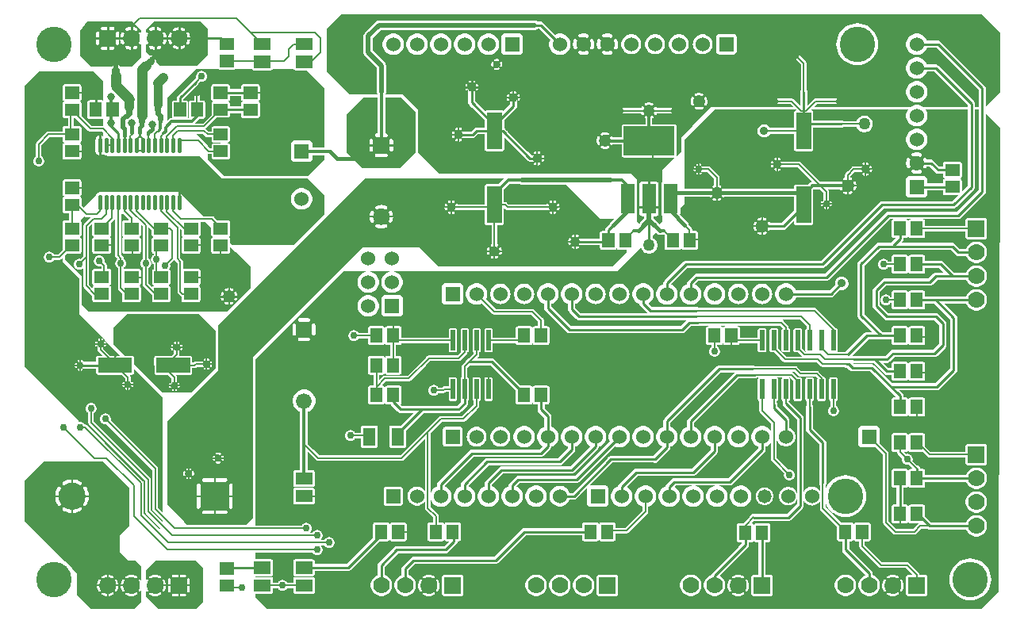
<source format=gbr>
G04 start of page 2 for group 0 idx 0 *
G04 Title: (unknown), top_pwrNgnd *
G04 Creator: pcb 4.0.2 *
G04 CreationDate: Wed Apr  1 14:15:11 2020 UTC *
G04 For: shyam *
G04 Format: Gerber/RS-274X *
G04 PCB-Dimensions (mil): 4100.00 2500.00 *
G04 PCB-Coordinate-Origin: lower left *
%MOIN*%
%FSLAX25Y25*%
%LNTOP*%
%ADD50C,0.0400*%
%ADD49C,0.0380*%
%ADD48C,0.1450*%
%ADD47C,0.0440*%
%ADD46C,0.0530*%
%ADD45C,0.0360*%
%ADD44C,0.1490*%
%ADD43C,0.0500*%
%ADD42C,0.0330*%
%ADD41C,0.0177*%
%ADD40C,0.0197*%
%ADD39C,0.0690*%
%ADD38C,0.0660*%
%ADD37C,0.0580*%
%ADD36C,0.0700*%
%ADD35C,0.1130*%
%ADD34C,0.0600*%
%ADD33C,0.0140*%
%ADD32C,0.0320*%
%ADD31C,0.0240*%
%ADD30C,0.0410*%
%ADD29C,0.0120*%
%ADD28C,0.0270*%
%ADD27C,0.0200*%
%ADD26C,0.0390*%
%ADD25C,0.0370*%
%ADD24C,0.0280*%
%ADD23C,0.0220*%
%ADD22C,0.0300*%
%ADD21C,0.0420*%
%ADD20C,0.0180*%
%ADD19C,0.0190*%
%ADD18C,0.0160*%
%ADD17C,0.0130*%
%ADD16C,0.0150*%
%ADD15C,0.0100*%
%ADD14C,0.0110*%
%ADD13C,0.0170*%
%ADD12C,0.0080*%
%ADD11C,0.0001*%
G54D11*G36*
X300068Y96947D02*X300121Y97000D01*
X307000D01*
X307235Y97014D01*
X307465Y97069D01*
X307683Y97159D01*
X307884Y97283D01*
X307900Y97296D01*
X307963Y97350D01*
X308502D01*
X308447Y97303D01*
X308367Y97210D01*
X308303Y97105D01*
X308256Y96992D01*
X308227Y96872D01*
X308220Y96750D01*
X308227Y88128D01*
X308256Y88008D01*
X308303Y87895D01*
X308367Y87790D01*
X308447Y87697D01*
X308540Y87617D01*
X308645Y87553D01*
X308758Y87506D01*
X308800Y87496D01*
Y83547D01*
X308796Y83500D01*
X308811Y83312D01*
X308855Y83128D01*
X308927Y82954D01*
X309026Y82792D01*
X309026Y82792D01*
X309149Y82649D01*
X309185Y82618D01*
X313850Y77953D01*
Y74830D01*
X313652Y75153D01*
X313192Y75692D01*
X312653Y76152D01*
X312049Y76522D01*
X311395Y76793D01*
X310706Y76958D01*
X310000Y77014D01*
X309294Y76958D01*
X308605Y76793D01*
X307951Y76522D01*
X307347Y76152D01*
X306808Y75692D01*
X306348Y75153D01*
X305978Y74549D01*
X305707Y73895D01*
X305542Y73206D01*
X305486Y72500D01*
X305542Y71794D01*
X305707Y71105D01*
X305978Y70451D01*
X306348Y69847D01*
X306808Y69308D01*
X307347Y68848D01*
X307951Y68478D01*
X308500Y68251D01*
Y67621D01*
X300068Y59190D01*
Y67991D01*
X300706Y68042D01*
X301395Y68207D01*
X302049Y68478D01*
X302653Y68848D01*
X303192Y69308D01*
X303652Y69847D01*
X304022Y70451D01*
X304293Y71105D01*
X304458Y71794D01*
X304500Y72500D01*
X304458Y73206D01*
X304293Y73895D01*
X304022Y74549D01*
X303652Y75153D01*
X303192Y75692D01*
X302653Y76152D01*
X302049Y76522D01*
X301395Y76793D01*
X300706Y76958D01*
X300068Y77009D01*
Y96947D01*
G37*
G36*
Y28196D02*X300198Y28164D01*
X300355Y28155D01*
X301500Y28157D01*
Y27621D01*
X300068Y26190D01*
Y28196D01*
G37*
G36*
X324467Y45744D02*X324495Y45813D01*
Y45813D01*
X324697Y46299D01*
X324721Y46400D01*
X324750Y46521D01*
Y44371D01*
X324467Y44088D01*
Y45744D01*
G37*
G36*
Y80053D02*X324750Y79770D01*
Y48479D01*
X324721Y48600D01*
X324697Y48701D01*
X324495Y49187D01*
Y49187D01*
X324467Y49256D01*
Y71941D01*
X324495Y72421D01*
Y72579D01*
X324467Y73059D01*
Y80053D01*
G37*
G36*
X320000Y43755D02*X320392Y43661D01*
X321000Y43613D01*
X321608Y43661D01*
X322201Y43803D01*
X322765Y44037D01*
X323285Y44355D01*
X323748Y44752D01*
X324145Y45215D01*
X324463Y45735D01*
X324467Y45744D01*
Y44088D01*
X320379Y40000D01*
X320000D01*
Y43755D01*
G37*
G36*
X321500Y76262D02*Y79441D01*
X321505Y79500D01*
X321486Y79735D01*
X321431Y79965D01*
X321341Y80183D01*
X321217Y80384D01*
X321064Y80564D01*
X321019Y80602D01*
X320000Y81621D01*
Y84520D01*
X324467Y80053D01*
Y73059D01*
X324458Y73206D01*
X324439Y73288D01*
Y71712D01*
X324458Y71794D01*
X324467Y71941D01*
Y49256D01*
X324463Y49265D01*
X324145Y49785D01*
X323748Y50248D01*
X323285Y50645D01*
X322765Y50963D01*
X322201Y51197D01*
X321608Y51339D01*
X321000Y51387D01*
X320392Y51339D01*
X320000Y51245D01*
Y54756D01*
X320144Y54634D01*
X320453Y54444D01*
X320787Y54306D01*
X321139Y54221D01*
X321500Y54193D01*
X321861Y54221D01*
X322213Y54306D01*
X322547Y54444D01*
X322856Y54634D01*
X323131Y54869D01*
X323366Y55144D01*
X323556Y55453D01*
X323694Y55787D01*
X323779Y56139D01*
X323800Y56500D01*
X323779Y56861D01*
X323694Y57213D01*
X323556Y57547D01*
X323366Y57856D01*
X323131Y58131D01*
X322856Y58366D01*
X322547Y58556D01*
X322213Y58694D01*
X321861Y58779D01*
X321500Y58807D01*
X321139Y58779D01*
X320961Y58736D01*
X320000Y59697D01*
Y67986D01*
X320706Y68042D01*
X320788Y68061D01*
X320000D01*
Y68438D01*
X320636Y68488D01*
X321255Y68636D01*
X321844Y68880D01*
X322388Y69213D01*
X322873Y69627D01*
X323287Y70112D01*
X323620Y70656D01*
X323864Y71245D01*
X324012Y71864D01*
X324050Y72500D01*
X324012Y73136D01*
X323864Y73755D01*
X323620Y74344D01*
X323287Y74888D01*
X322873Y75373D01*
X322388Y75787D01*
X321844Y76120D01*
X321500Y76262D01*
G37*
G36*
X320000Y59697D02*X316150Y63547D01*
Y71212D01*
X316380Y70656D01*
X316713Y70112D01*
X317127Y69627D01*
X317612Y69213D01*
X318156Y68880D01*
X318745Y68636D01*
X319364Y68488D01*
X320000Y68438D01*
Y68061D01*
X319212D01*
X319294Y68042D01*
X320000Y67986D01*
Y59697D01*
G37*
G36*
Y51245D02*X319799Y51197D01*
X319235Y50963D01*
X318715Y50645D01*
X318252Y50248D01*
X317855Y49785D01*
X317537Y49265D01*
X317303Y48701D01*
X317161Y48108D01*
X317113Y47500D01*
X317161Y46892D01*
X317303Y46299D01*
X317537Y45735D01*
X317855Y45215D01*
X318252Y44752D01*
X318715Y44355D01*
X319235Y44037D01*
X319799Y43803D01*
X320000Y43755D01*
Y40000D01*
X310994D01*
Y43784D01*
X311000Y43784D01*
X311581Y43829D01*
X312148Y43966D01*
X312687Y44189D01*
X313184Y44493D01*
X313628Y44872D01*
X314007Y45316D01*
X314311Y45813D01*
X314534Y46352D01*
X314671Y46919D01*
X314705Y47500D01*
X314671Y48081D01*
X314534Y48648D01*
X314311Y49187D01*
X314007Y49684D01*
X313628Y50128D01*
X313184Y50507D01*
X312687Y50811D01*
X312148Y51034D01*
X311581Y51171D01*
X311000Y51216D01*
X310994Y51216D01*
Y65873D01*
X311019Y65898D01*
X311064Y65936D01*
X311217Y66115D01*
X311217Y66116D01*
X311341Y66317D01*
X311431Y66535D01*
X311486Y66765D01*
X311505Y67000D01*
X311500Y67059D01*
Y68251D01*
X312049Y68478D01*
X312653Y68848D01*
X313192Y69308D01*
X313652Y69847D01*
X313850Y70170D01*
Y63350D01*
X313811Y63188D01*
X313796Y63000D01*
X313811Y62812D01*
X313855Y62628D01*
X313927Y62454D01*
X314026Y62292D01*
X314151Y62151D01*
X319264Y57039D01*
X319221Y56861D01*
X319193Y56500D01*
X319221Y56139D01*
X319306Y55787D01*
X319444Y55453D01*
X319634Y55144D01*
X319869Y54869D01*
X320000Y54756D01*
Y51245D01*
G37*
G36*
X310994Y40000D02*X306307D01*
X306072Y39986D01*
X305842Y39931D01*
X305624Y39841D01*
X305423Y39717D01*
X305243Y39564D01*
X305090Y39384D01*
X304966Y39183D01*
X304876Y38965D01*
X304821Y38735D01*
X304819Y38709D01*
X302185Y36075D01*
X302160Y36053D01*
X300198Y36050D01*
X300068Y36019D01*
Y43096D01*
X300294Y43042D01*
X301000Y42986D01*
X301706Y43042D01*
X302395Y43207D01*
X303049Y43478D01*
X303653Y43848D01*
X304192Y44308D01*
X304652Y44847D01*
X305022Y45451D01*
X305293Y46105D01*
X305458Y46794D01*
X305500Y47500D01*
X305458Y48206D01*
X305293Y48895D01*
X305022Y49549D01*
X304652Y50153D01*
X304192Y50692D01*
X303653Y51152D01*
X303049Y51522D01*
X302395Y51793D01*
X301706Y51958D01*
X301000Y52014D01*
X300294Y51958D01*
X300068Y51904D01*
Y54947D01*
X310994Y65873D01*
Y51216D01*
X310419Y51171D01*
X309852Y51034D01*
X309313Y50811D01*
X308816Y50507D01*
X308372Y50128D01*
X307993Y49684D01*
X307689Y49187D01*
X307466Y48648D01*
X307329Y48081D01*
X307284Y47500D01*
X307329Y46919D01*
X307466Y46352D01*
X307689Y45813D01*
X307993Y45316D01*
X308372Y44872D01*
X308816Y44493D01*
X309313Y44189D01*
X309852Y43966D01*
X310419Y43829D01*
X310994Y43784D01*
Y40000D01*
G37*
G36*
X320000Y81621D02*X316500Y85121D01*
Y86000D01*
X316486Y86235D01*
X316431Y86465D01*
X316341Y86683D01*
X316217Y86884D01*
X316200Y86905D01*
Y87496D01*
X316242Y87506D01*
X316355Y87553D01*
X316460Y87617D01*
X316553Y87697D01*
X316633Y87790D01*
X316697Y87895D01*
X316744Y88008D01*
X316773Y88128D01*
X316780Y88250D01*
X316773Y96872D01*
X316744Y96992D01*
X316697Y97105D01*
X316633Y97210D01*
X316553Y97303D01*
X316498Y97350D01*
X318502D01*
X318447Y97303D01*
X318367Y97210D01*
X318303Y97105D01*
X318256Y96992D01*
X318227Y96872D01*
X318220Y96750D01*
X318227Y88128D01*
X318256Y88008D01*
X318303Y87895D01*
X318367Y87790D01*
X318447Y87697D01*
X318540Y87617D01*
X318571Y87598D01*
X318645Y87553D01*
X318758Y87506D01*
X318800Y87496D01*
Y87221D01*
X318749Y87138D01*
X318664Y86934D01*
X318613Y86720D01*
X318596Y86500D01*
X318613Y86280D01*
X318664Y86066D01*
X318749Y85862D01*
X318864Y85675D01*
X319010Y85510D01*
X320000Y84520D01*
Y81621D01*
G37*
G36*
X377500Y121500D02*X382379D01*
X384500Y119379D01*
Y111621D01*
X381879Y109000D01*
X377500D01*
Y111057D01*
X377716Y111057D01*
X377869Y111094D01*
X378014Y111154D01*
X378149Y111236D01*
X378268Y111339D01*
X378371Y111458D01*
X378453Y111593D01*
X378513Y111738D01*
X378550Y111891D01*
X378559Y112048D01*
X378550Y118109D01*
X378513Y118262D01*
X378453Y118407D01*
X378371Y118542D01*
X378268Y118661D01*
X378149Y118764D01*
X378014Y118846D01*
X377869Y118906D01*
X377716Y118943D01*
X377559Y118952D01*
X377500Y118952D01*
Y121500D01*
G37*
G36*
Y141057D02*X377716Y141057D01*
X377869Y141094D01*
X378014Y141154D01*
X378149Y141236D01*
X378268Y141339D01*
X378371Y141458D01*
X378453Y141593D01*
X378513Y141738D01*
X378550Y141891D01*
X378559Y142048D01*
X378557Y143500D01*
X384379D01*
X386379Y141500D01*
X383059D01*
X383000Y141505D01*
X382765Y141486D01*
X382535Y141431D01*
X382317Y141341D01*
X382116Y141217D01*
X382115Y141217D01*
X381936Y141064D01*
X381898Y141019D01*
X379879Y139000D01*
X377500D01*
Y141057D01*
G37*
G36*
Y126057D02*X377716Y126057D01*
X377869Y126094D01*
X378014Y126154D01*
X378149Y126236D01*
X378268Y126339D01*
X378371Y126458D01*
X378453Y126593D01*
X378513Y126738D01*
X378550Y126891D01*
X378559Y127048D01*
X378557Y128500D01*
X382379D01*
X389000Y121879D01*
Y101121D01*
X382879Y95000D01*
X377500D01*
Y96057D01*
X377716Y96057D01*
X377869Y96094D01*
X378014Y96154D01*
X378149Y96236D01*
X378268Y96339D01*
X378371Y96458D01*
X378453Y96593D01*
X378513Y96738D01*
X378550Y96891D01*
X378559Y97048D01*
X378550Y103109D01*
X378513Y103262D01*
X378453Y103407D01*
X378371Y103542D01*
X378268Y103661D01*
X378149Y103764D01*
X378014Y103846D01*
X377869Y103906D01*
X377716Y103943D01*
X377559Y103952D01*
X377500Y103952D01*
Y106000D01*
X382441D01*
X382500Y105995D01*
X382735Y106014D01*
X382735Y106014D01*
X382965Y106069D01*
X383183Y106159D01*
X383384Y106283D01*
X383564Y106436D01*
X383602Y106481D01*
X387019Y109898D01*
X387064Y109936D01*
X387217Y110115D01*
X387217Y110116D01*
X387341Y110317D01*
X387431Y110535D01*
X387486Y110765D01*
X387505Y111000D01*
X387500Y111059D01*
Y119941D01*
X387505Y120000D01*
X387486Y120235D01*
X387431Y120465D01*
X387341Y120683D01*
X387217Y120884D01*
X387064Y121064D01*
X387019Y121102D01*
X384102Y124019D01*
X384064Y124064D01*
X383884Y124217D01*
X383683Y124341D01*
X383465Y124431D01*
X383235Y124486D01*
X383000Y124505D01*
X382941Y124500D01*
X377500D01*
Y126057D01*
G37*
G36*
X397487Y168365D02*X403519Y174398D01*
X403564Y174436D01*
X403717Y174615D01*
X403717Y174616D01*
X403841Y174817D01*
X403931Y175035D01*
X403986Y175265D01*
X404005Y175500D01*
X404000Y175559D01*
Y208125D01*
X410000Y202500D01*
X409500Y7500D01*
X402000Y0D01*
X397487D01*
Y3724D01*
X397500Y3723D01*
X398873Y3831D01*
X400212Y4153D01*
X401485Y4680D01*
X402659Y5399D01*
X403706Y6294D01*
X404601Y7341D01*
X405320Y8515D01*
X405847Y9788D01*
X406169Y11127D01*
X406250Y12500D01*
X406169Y13873D01*
X405847Y15212D01*
X405320Y16485D01*
X404601Y17659D01*
X403706Y18706D01*
X402659Y19601D01*
X401485Y20320D01*
X400212Y20847D01*
X398873Y21169D01*
X397500Y21277D01*
X397487Y21276D01*
Y31263D01*
X397951Y30978D01*
X398605Y30707D01*
X399294Y30542D01*
X400000Y30486D01*
X400706Y30542D01*
X401395Y30707D01*
X402049Y30978D01*
X402653Y31348D01*
X403192Y31808D01*
X403652Y32347D01*
X404022Y32951D01*
X404293Y33605D01*
X404458Y34294D01*
X404500Y35000D01*
X404458Y35706D01*
X404293Y36395D01*
X404022Y37049D01*
X403652Y37653D01*
X403192Y38192D01*
X402653Y38652D01*
X402049Y39022D01*
X401395Y39293D01*
X400706Y39458D01*
X400000Y39514D01*
X399294Y39458D01*
X398605Y39293D01*
X397951Y39022D01*
X397487Y38737D01*
Y41263D01*
X397951Y40978D01*
X398605Y40707D01*
X399294Y40542D01*
X400000Y40486D01*
X400706Y40542D01*
X401395Y40707D01*
X402049Y40978D01*
X402653Y41348D01*
X403192Y41808D01*
X403652Y42347D01*
X404022Y42951D01*
X404293Y43605D01*
X404458Y44294D01*
X404500Y45000D01*
X404458Y45706D01*
X404293Y46395D01*
X404022Y47049D01*
X403652Y47653D01*
X403192Y48192D01*
X402653Y48652D01*
X402049Y49022D01*
X401395Y49293D01*
X400706Y49458D01*
X400000Y49514D01*
X399294Y49458D01*
X398605Y49293D01*
X397951Y49022D01*
X397487Y48737D01*
Y51263D01*
X397951Y50978D01*
X398605Y50707D01*
X399294Y50542D01*
X400000Y50486D01*
X400706Y50542D01*
X401395Y50707D01*
X402049Y50978D01*
X402653Y51348D01*
X403192Y51808D01*
X403652Y52347D01*
X404022Y52951D01*
X404293Y53605D01*
X404458Y54294D01*
X404500Y55000D01*
X404458Y55706D01*
X404293Y56395D01*
X404022Y57049D01*
X403652Y57653D01*
X403192Y58192D01*
X402653Y58652D01*
X402049Y59022D01*
X401395Y59293D01*
X400706Y59458D01*
X400000Y59514D01*
X399294Y59458D01*
X398605Y59293D01*
X397951Y59022D01*
X397487Y58737D01*
Y60501D01*
X403657Y60509D01*
X403810Y60546D01*
X403955Y60606D01*
X404090Y60688D01*
X404209Y60791D01*
X404312Y60910D01*
X404394Y61045D01*
X404454Y61190D01*
X404491Y61343D01*
X404500Y61500D01*
X404491Y68657D01*
X404454Y68810D01*
X404394Y68955D01*
X404312Y69090D01*
X404209Y69209D01*
X404090Y69312D01*
X403955Y69394D01*
X403810Y69454D01*
X403657Y69491D01*
X403500Y69500D01*
X397487Y69492D01*
Y126263D01*
X397951Y125978D01*
X398605Y125707D01*
X399294Y125542D01*
X400000Y125486D01*
X400706Y125542D01*
X401395Y125707D01*
X402049Y125978D01*
X402653Y126348D01*
X403192Y126808D01*
X403652Y127347D01*
X404022Y127951D01*
X404293Y128605D01*
X404458Y129294D01*
X404500Y130000D01*
X404458Y130706D01*
X404293Y131395D01*
X404022Y132049D01*
X403652Y132653D01*
X403192Y133192D01*
X402653Y133652D01*
X402049Y134022D01*
X401395Y134293D01*
X400706Y134458D01*
X400000Y134514D01*
X399294Y134458D01*
X398605Y134293D01*
X397951Y134022D01*
X397487Y133737D01*
Y136263D01*
X397951Y135978D01*
X398605Y135707D01*
X399294Y135542D01*
X400000Y135486D01*
X400706Y135542D01*
X401395Y135707D01*
X402049Y135978D01*
X402653Y136348D01*
X403192Y136808D01*
X403652Y137347D01*
X404022Y137951D01*
X404293Y138605D01*
X404458Y139294D01*
X404500Y140000D01*
X404458Y140706D01*
X404293Y141395D01*
X404022Y142049D01*
X403652Y142653D01*
X403192Y143192D01*
X402653Y143652D01*
X402049Y144022D01*
X401395Y144293D01*
X400706Y144458D01*
X400000Y144514D01*
X399294Y144458D01*
X398605Y144293D01*
X397951Y144022D01*
X397487Y143737D01*
Y146263D01*
X397951Y145978D01*
X398605Y145707D01*
X399294Y145542D01*
X400000Y145486D01*
X400706Y145542D01*
X401395Y145707D01*
X402049Y145978D01*
X402653Y146348D01*
X403192Y146808D01*
X403652Y147347D01*
X404022Y147951D01*
X404293Y148605D01*
X404458Y149294D01*
X404500Y150000D01*
X404458Y150706D01*
X404293Y151395D01*
X404022Y152049D01*
X403652Y152653D01*
X403192Y153192D01*
X402653Y153652D01*
X402049Y154022D01*
X401395Y154293D01*
X400706Y154458D01*
X400000Y154514D01*
X399294Y154458D01*
X398605Y154293D01*
X397951Y154022D01*
X397487Y153737D01*
Y155501D01*
X403657Y155509D01*
X403810Y155546D01*
X403955Y155606D01*
X404090Y155688D01*
X404209Y155791D01*
X404312Y155910D01*
X404394Y156045D01*
X404454Y156190D01*
X404491Y156343D01*
X404500Y156500D01*
X404491Y163657D01*
X404454Y163810D01*
X404394Y163955D01*
X404312Y164090D01*
X404209Y164209D01*
X404090Y164312D01*
X403955Y164394D01*
X403810Y164454D01*
X403657Y164491D01*
X403500Y164500D01*
X397487Y164492D01*
Y168365D01*
G37*
G36*
Y153737D02*X397347Y153652D01*
X396808Y153192D01*
X396348Y152653D01*
X395978Y152049D01*
X395751Y151500D01*
X393121D01*
X391102Y153519D01*
X391064Y153564D01*
X390884Y153717D01*
X390683Y153841D01*
X390465Y153931D01*
X390235Y153986D01*
X390000Y154005D01*
X389941Y154000D01*
X377500D01*
Y156057D01*
X377716Y156057D01*
X377869Y156094D01*
X378014Y156154D01*
X378149Y156236D01*
X378268Y156339D01*
X378371Y156458D01*
X378453Y156593D01*
X378513Y156738D01*
X378550Y156891D01*
X378559Y157048D01*
X378556Y158800D01*
X395506D01*
X395509Y156343D01*
X395546Y156190D01*
X395606Y156045D01*
X395688Y155910D01*
X395791Y155791D01*
X395910Y155688D01*
X396045Y155606D01*
X396190Y155546D01*
X396343Y155509D01*
X396500Y155500D01*
X397487Y155501D01*
Y153737D01*
G37*
G36*
Y143737D02*X397347Y143652D01*
X396808Y143192D01*
X396348Y142653D01*
X395978Y142049D01*
X395751Y141500D01*
X390621D01*
X386102Y146019D01*
X386064Y146064D01*
X385884Y146217D01*
X385683Y146341D01*
X385465Y146431D01*
X385235Y146486D01*
X385000Y146505D01*
X384941Y146500D01*
X378552D01*
X378550Y148109D01*
X378513Y148262D01*
X378453Y148407D01*
X378371Y148542D01*
X378268Y148661D01*
X378149Y148764D01*
X378014Y148846D01*
X377869Y148906D01*
X377716Y148943D01*
X377559Y148952D01*
X377500Y148952D01*
Y151000D01*
X389379D01*
X391398Y148981D01*
X391436Y148936D01*
X391616Y148783D01*
X391817Y148659D01*
X392035Y148569D01*
X392265Y148514D01*
X392500Y148495D01*
X392559Y148500D01*
X395751D01*
X395978Y147951D01*
X396348Y147347D01*
X396808Y146808D01*
X397347Y146348D01*
X397487Y146263D01*
Y143737D01*
G37*
G36*
Y133737D02*X397347Y133652D01*
X396808Y133192D01*
X396348Y132653D01*
X395978Y132049D01*
X395751Y131500D01*
X383059D01*
X383000Y131505D01*
X382941Y131500D01*
X378552D01*
X378550Y133109D01*
X378513Y133262D01*
X378453Y133407D01*
X378371Y133542D01*
X378268Y133661D01*
X378149Y133764D01*
X378014Y133846D01*
X377869Y133906D01*
X377716Y133943D01*
X377559Y133952D01*
X377500Y133952D01*
Y136000D01*
X380441D01*
X380500Y135995D01*
X380735Y136014D01*
X380735Y136014D01*
X380965Y136069D01*
X381183Y136159D01*
X381384Y136283D01*
X381564Y136436D01*
X381602Y136481D01*
X383621Y138500D01*
X389941D01*
X390000Y138495D01*
X390059Y138500D01*
X395751D01*
X395978Y137951D01*
X396348Y137347D01*
X396808Y136808D01*
X397347Y136348D01*
X397487Y136263D01*
Y133737D01*
G37*
G36*
Y69492D02*X396343Y69491D01*
X396190Y69454D01*
X396045Y69394D01*
X395910Y69312D01*
X395791Y69209D01*
X395688Y69090D01*
X395606Y68955D01*
X395546Y68810D01*
X395509Y68657D01*
X395500Y68500D01*
X395503Y66200D01*
X380890D01*
X378557Y68533D01*
X378550Y73109D01*
X378513Y73262D01*
X378453Y73407D01*
X378371Y73542D01*
X378268Y73661D01*
X378149Y73764D01*
X378014Y73846D01*
X377869Y73906D01*
X377716Y73943D01*
X377559Y73952D01*
X377500Y73952D01*
Y81057D01*
X377716Y81057D01*
X377869Y81094D01*
X378014Y81154D01*
X378149Y81236D01*
X378268Y81339D01*
X378371Y81458D01*
X378453Y81593D01*
X378513Y81738D01*
X378550Y81891D01*
X378559Y82048D01*
X378550Y88109D01*
X378513Y88262D01*
X378453Y88407D01*
X378371Y88542D01*
X378268Y88661D01*
X378149Y88764D01*
X378014Y88846D01*
X377869Y88906D01*
X377716Y88943D01*
X377559Y88952D01*
X377500Y88952D01*
Y92000D01*
X383441D01*
X383500Y91995D01*
X383735Y92014D01*
X383735Y92014D01*
X383965Y92069D01*
X384183Y92159D01*
X384384Y92283D01*
X384564Y92436D01*
X384602Y92481D01*
X391519Y99398D01*
X391564Y99436D01*
X391717Y99615D01*
X391717Y99616D01*
X391841Y99817D01*
X391931Y100035D01*
X391986Y100265D01*
X392005Y100500D01*
X392000Y100559D01*
Y122441D01*
X392005Y122500D01*
X391986Y122735D01*
X391931Y122965D01*
X391841Y123183D01*
X391717Y123384D01*
X391564Y123564D01*
X391519Y123602D01*
X386621Y128500D01*
X395751D01*
X395978Y127951D01*
X396348Y127347D01*
X396808Y126808D01*
X397347Y126348D01*
X397487Y126263D01*
Y69492D01*
G37*
G36*
Y58737D02*X397347Y58652D01*
X396808Y58192D01*
X396348Y57653D01*
X395978Y57049D01*
X395751Y56500D01*
X378552D01*
X378550Y58109D01*
X378513Y58262D01*
X378453Y58407D01*
X378371Y58542D01*
X378268Y58661D01*
X378149Y58764D01*
X378014Y58846D01*
X377869Y58906D01*
X377716Y58943D01*
X377559Y58952D01*
X377500Y58952D01*
Y66057D01*
X377639Y66057D01*
X379511Y64185D01*
X379542Y64149D01*
X379685Y64026D01*
X379685Y64026D01*
X379846Y63927D01*
X380021Y63855D01*
X380205Y63811D01*
X380393Y63796D01*
X380440Y63800D01*
X395506D01*
X395509Y61343D01*
X395546Y61190D01*
X395606Y61045D01*
X395688Y60910D01*
X395791Y60791D01*
X395910Y60688D01*
X396045Y60606D01*
X396190Y60546D01*
X396343Y60509D01*
X396500Y60500D01*
X397487Y60501D01*
Y58737D01*
G37*
G36*
Y38737D02*X397347Y38652D01*
X396808Y38192D01*
X396348Y37653D01*
X395978Y37049D01*
X395751Y36500D01*
X381014D01*
X378556Y38958D01*
X378550Y43109D01*
X378513Y43262D01*
X378453Y43407D01*
X378371Y43542D01*
X378268Y43661D01*
X378149Y43764D01*
X378014Y43846D01*
X377869Y43906D01*
X377716Y43943D01*
X377559Y43952D01*
X377500Y43952D01*
Y51057D01*
X377716Y51057D01*
X377869Y51094D01*
X378014Y51154D01*
X378149Y51236D01*
X378268Y51339D01*
X378371Y51458D01*
X378453Y51593D01*
X378513Y51738D01*
X378550Y51891D01*
X378559Y52048D01*
X378557Y53500D01*
X395751D01*
X395978Y52951D01*
X396348Y52347D01*
X396808Y51808D01*
X397347Y51348D01*
X397487Y51263D01*
Y48737D01*
X397347Y48652D01*
X396808Y48192D01*
X396348Y47653D01*
X395978Y47049D01*
X395707Y46395D01*
X395542Y45706D01*
X395486Y45000D01*
X395542Y44294D01*
X395707Y43605D01*
X395978Y42951D01*
X396348Y42347D01*
X396808Y41808D01*
X397347Y41348D01*
X397487Y41263D01*
Y38737D01*
G37*
G36*
Y0D02*X377500D01*
Y5508D01*
X378657Y5509D01*
X378810Y5546D01*
X378955Y5606D01*
X379090Y5688D01*
X379209Y5791D01*
X379312Y5910D01*
X379394Y6045D01*
X379454Y6190D01*
X379491Y6343D01*
X379500Y6500D01*
X379491Y13657D01*
X379454Y13810D01*
X379394Y13955D01*
X379312Y14090D01*
X379209Y14209D01*
X379090Y14312D01*
X378955Y14394D01*
X378810Y14454D01*
X378657Y14491D01*
X378500Y14500D01*
X377500Y14499D01*
Y33800D01*
X379488D01*
X379509Y33783D01*
X379710Y33659D01*
X379928Y33569D01*
X380158Y33514D01*
X380393Y33495D01*
X380452Y33500D01*
X395751D01*
X395978Y32951D01*
X396348Y32347D01*
X396808Y31808D01*
X397347Y31348D01*
X397487Y31263D01*
Y21276D01*
X396127Y21169D01*
X394788Y20847D01*
X393515Y20320D01*
X392341Y19601D01*
X391294Y18706D01*
X390399Y17659D01*
X389680Y16485D01*
X389153Y15212D01*
X388831Y13873D01*
X388723Y12500D01*
X388831Y11127D01*
X389153Y9788D01*
X389680Y8515D01*
X390399Y7341D01*
X391294Y6294D01*
X392341Y5399D01*
X393515Y4680D01*
X394788Y4153D01*
X396127Y3831D01*
X397487Y3724D01*
Y0D01*
G37*
G36*
X377500Y164000D02*X392441D01*
X392500Y163995D01*
X392735Y164014D01*
X392735Y164014D01*
X392965Y164069D01*
X393183Y164159D01*
X393384Y164283D01*
X393564Y164436D01*
X393602Y164481D01*
X397487Y168365D01*
Y164492D01*
X396343Y164491D01*
X396190Y164454D01*
X396045Y164394D01*
X395910Y164312D01*
X395791Y164209D01*
X395688Y164090D01*
X395606Y163955D01*
X395546Y163810D01*
X395509Y163657D01*
X395500Y163500D01*
X395503Y161200D01*
X378553D01*
X378550Y163109D01*
X378513Y163262D01*
X378453Y163407D01*
X378371Y163542D01*
X378268Y163661D01*
X378149Y163764D01*
X378014Y163846D01*
X377869Y163906D01*
X377716Y163943D01*
X377559Y163952D01*
X377500Y163952D01*
Y164000D01*
G37*
G36*
Y58952D02*X376500Y58950D01*
Y59000D01*
X376486Y59235D01*
X376431Y59465D01*
X376341Y59683D01*
X376217Y59884D01*
X376064Y60064D01*
X375884Y60217D01*
X375683Y60341D01*
X375465Y60431D01*
X375235Y60486D01*
X375209Y60488D01*
X373236Y62461D01*
X373279Y62639D01*
X373300Y63000D01*
X373279Y63361D01*
X373194Y63713D01*
X373056Y64047D01*
X372866Y64356D01*
X372631Y64631D01*
X372356Y64866D01*
X372047Y65056D01*
X371713Y65194D01*
X371361Y65279D01*
X371000Y65307D01*
X370639Y65279D01*
X370461Y65236D01*
X369642Y66056D01*
X370630Y66057D01*
X370783Y66094D01*
X370928Y66154D01*
X371063Y66236D01*
X371182Y66339D01*
X371285Y66458D01*
X371367Y66593D01*
X371427Y66738D01*
X371457Y66863D01*
X371487Y66738D01*
X371547Y66593D01*
X371630Y66458D01*
X371732Y66339D01*
X371851Y66236D01*
X371986Y66154D01*
X372131Y66094D01*
X372284Y66057D01*
X372441Y66048D01*
X377500Y66057D01*
Y58952D01*
G37*
G36*
Y43952D02*X372284Y43943D01*
X372131Y43906D01*
X371986Y43846D01*
X371851Y43764D01*
X371732Y43661D01*
X371630Y43542D01*
X371547Y43407D01*
X371487Y43262D01*
X371457Y43137D01*
X371427Y43262D01*
X371367Y43407D01*
X371285Y43542D01*
X371182Y43661D01*
X371063Y43764D01*
X370928Y43846D01*
X370783Y43906D01*
X370630Y43943D01*
X370473Y43952D01*
X369414Y43950D01*
Y51055D01*
X370630Y51057D01*
X370783Y51094D01*
X370928Y51154D01*
X371063Y51236D01*
X371182Y51339D01*
X371285Y51458D01*
X371367Y51593D01*
X371427Y51738D01*
X371457Y51863D01*
X371487Y51738D01*
X371547Y51593D01*
X371630Y51458D01*
X371732Y51339D01*
X371851Y51236D01*
X371986Y51154D01*
X372131Y51094D01*
X372284Y51057D01*
X372441Y51048D01*
X377500Y51057D01*
Y43952D01*
G37*
G36*
Y154000D02*X368428D01*
X368933Y154505D01*
X368978Y154543D01*
X369131Y154722D01*
X369131Y154723D01*
X369255Y154924D01*
X369345Y155142D01*
X369400Y155372D01*
X369419Y155607D01*
X369414Y155666D01*
Y156055D01*
X370630Y156057D01*
X370783Y156094D01*
X370928Y156154D01*
X371063Y156236D01*
X371182Y156339D01*
X371285Y156458D01*
X371367Y156593D01*
X371427Y156738D01*
X371457Y156863D01*
X371487Y156738D01*
X371547Y156593D01*
X371630Y156458D01*
X371732Y156339D01*
X371851Y156236D01*
X371986Y156154D01*
X372131Y156094D01*
X372284Y156057D01*
X372441Y156048D01*
X377500Y156057D01*
Y154000D01*
G37*
G36*
Y109000D02*X365059D01*
X365000Y109005D01*
X364765Y108986D01*
X364535Y108931D01*
X364317Y108841D01*
X364116Y108717D01*
X364115Y108717D01*
X363936Y108564D01*
X363898Y108519D01*
X361879Y106500D01*
X357559D01*
X357500Y106505D01*
X357441Y106500D01*
X348500D01*
X348265Y106486D01*
X348035Y106431D01*
X347817Y106341D01*
X347616Y106217D01*
X347595Y106200D01*
X347321D01*
X354621Y113500D01*
X359941D01*
X360000Y113495D01*
X360059Y113500D01*
X364362D01*
X364364Y111891D01*
X364401Y111738D01*
X364461Y111593D01*
X364544Y111458D01*
X364646Y111339D01*
X364765Y111236D01*
X364900Y111154D01*
X365045Y111094D01*
X365198Y111057D01*
X365355Y111048D01*
X370630Y111057D01*
X370783Y111094D01*
X370928Y111154D01*
X371063Y111236D01*
X371182Y111339D01*
X371285Y111458D01*
X371367Y111593D01*
X371427Y111738D01*
X371457Y111863D01*
X371487Y111738D01*
X371547Y111593D01*
X371630Y111458D01*
X371732Y111339D01*
X371851Y111236D01*
X371986Y111154D01*
X372131Y111094D01*
X372284Y111057D01*
X372441Y111048D01*
X377500Y111057D01*
Y109000D01*
G37*
G36*
Y148952D02*X372284Y148943D01*
X372131Y148906D01*
X371986Y148846D01*
X371851Y148764D01*
X371732Y148661D01*
X371630Y148542D01*
X371547Y148407D01*
X371487Y148262D01*
X371457Y148137D01*
X371427Y148262D01*
X371367Y148407D01*
X371285Y148542D01*
X371182Y148661D01*
X371063Y148764D01*
X370928Y148846D01*
X370783Y148906D01*
X370630Y148943D01*
X370473Y148952D01*
X365198Y148943D01*
X365045Y148906D01*
X364900Y148846D01*
X364765Y148764D01*
X364646Y148661D01*
X364544Y148542D01*
X364461Y148407D01*
X364401Y148262D01*
X364364Y148109D01*
X364355Y147952D01*
X364358Y146200D01*
X362962D01*
X362866Y146356D01*
X362631Y146631D01*
X362356Y146866D01*
X362047Y147056D01*
X361713Y147194D01*
X361361Y147279D01*
X361000Y147307D01*
X360639Y147279D01*
X360287Y147194D01*
X359953Y147056D01*
X359644Y146866D01*
X359369Y146631D01*
X359134Y146356D01*
X358944Y146047D01*
X358806Y145713D01*
X358721Y145361D01*
X358693Y145000D01*
X358721Y144639D01*
X358806Y144287D01*
X358944Y143953D01*
X359134Y143644D01*
X359369Y143369D01*
X359644Y143134D01*
X359953Y142944D01*
X360287Y142806D01*
X360639Y142721D01*
X361000Y142693D01*
X361361Y142721D01*
X361713Y142806D01*
X362047Y142944D01*
X362356Y143134D01*
X362631Y143369D01*
X362866Y143644D01*
X362962Y143800D01*
X364361D01*
X364364Y141891D01*
X364401Y141738D01*
X364461Y141593D01*
X364544Y141458D01*
X364646Y141339D01*
X364765Y141236D01*
X364900Y141154D01*
X365045Y141094D01*
X365198Y141057D01*
X365355Y141048D01*
X370630Y141057D01*
X370783Y141094D01*
X370928Y141154D01*
X371063Y141236D01*
X371182Y141339D01*
X371285Y141458D01*
X371367Y141593D01*
X371427Y141738D01*
X371457Y141863D01*
X371487Y141738D01*
X371547Y141593D01*
X371630Y141458D01*
X371732Y141339D01*
X371851Y141236D01*
X371986Y141154D01*
X372131Y141094D01*
X372284Y141057D01*
X372441Y141048D01*
X377500Y141057D01*
Y139000D01*
X361559D01*
X361500Y139005D01*
X361265Y138986D01*
X361035Y138931D01*
X360817Y138841D01*
X360616Y138717D01*
X360615Y138717D01*
X360436Y138564D01*
X360398Y138519D01*
X356981Y135102D01*
X356936Y135064D01*
X356783Y134884D01*
X356659Y134683D01*
X356569Y134465D01*
X356514Y134235D01*
X356514Y134235D01*
X356495Y134000D01*
X356500Y133941D01*
Y127559D01*
X356495Y127500D01*
X356514Y127265D01*
X356569Y127035D01*
X356659Y126817D01*
X356783Y126616D01*
X356936Y126436D01*
X356981Y126398D01*
X361398Y121981D01*
X361436Y121936D01*
X361616Y121783D01*
X361817Y121659D01*
X362035Y121569D01*
X362265Y121514D01*
X362500Y121495D01*
X362559Y121500D01*
X377500D01*
Y118952D01*
X372284Y118943D01*
X372131Y118906D01*
X371986Y118846D01*
X371851Y118764D01*
X371732Y118661D01*
X371630Y118542D01*
X371547Y118407D01*
X371487Y118262D01*
X371457Y118137D01*
X371427Y118262D01*
X371367Y118407D01*
X371285Y118542D01*
X371182Y118661D01*
X371063Y118764D01*
X370928Y118846D01*
X370783Y118906D01*
X370630Y118943D01*
X370473Y118952D01*
X365198Y118943D01*
X365045Y118906D01*
X364900Y118846D01*
X364765Y118764D01*
X364646Y118661D01*
X364544Y118542D01*
X364461Y118407D01*
X364401Y118262D01*
X364364Y118109D01*
X364355Y117952D01*
X364357Y116500D01*
X360621D01*
X353000Y124121D01*
Y144379D01*
X359621Y151000D01*
X377500D01*
Y148952D01*
G37*
G36*
Y103952D02*X372284Y103943D01*
X372131Y103906D01*
X371986Y103846D01*
X371851Y103764D01*
X371732Y103661D01*
X371630Y103542D01*
X371547Y103407D01*
X371487Y103262D01*
X371457Y103137D01*
X371427Y103262D01*
X371367Y103407D01*
X371285Y103542D01*
X371182Y103661D01*
X371063Y103764D01*
X370928Y103846D01*
X370783Y103906D01*
X370630Y103943D01*
X370473Y103952D01*
X365198Y103943D01*
X365045Y103906D01*
X364900Y103846D01*
X364765Y103764D01*
X364646Y103661D01*
X364544Y103542D01*
X364461Y103407D01*
X364401Y103262D01*
X364364Y103109D01*
X364355Y102952D01*
X364357Y101500D01*
X363121D01*
X361121Y103500D01*
X362441D01*
X362500Y103495D01*
X362735Y103514D01*
X362735Y103514D01*
X362965Y103569D01*
X363183Y103659D01*
X363384Y103783D01*
X363564Y103936D01*
X363602Y103981D01*
X365621Y106000D01*
X377500D01*
Y103952D01*
G37*
G36*
Y95000D02*X364621D01*
X357102Y102519D01*
X357064Y102564D01*
X356884Y102717D01*
X356683Y102841D01*
X356465Y102931D01*
X356235Y102986D01*
X356000Y103005D01*
X355941Y103000D01*
X348621D01*
X348058Y103564D01*
X348265Y103514D01*
X348500Y103500D01*
X356879D01*
X361398Y98981D01*
X361436Y98936D01*
X361616Y98783D01*
X361817Y98659D01*
X362035Y98569D01*
X362265Y98514D01*
X362500Y98495D01*
X362559Y98500D01*
X364362D01*
X364364Y96891D01*
X364401Y96738D01*
X364461Y96593D01*
X364544Y96458D01*
X364646Y96339D01*
X364765Y96236D01*
X364900Y96154D01*
X365045Y96094D01*
X365198Y96057D01*
X365355Y96048D01*
X370630Y96057D01*
X370783Y96094D01*
X370928Y96154D01*
X371063Y96236D01*
X371182Y96339D01*
X371285Y96458D01*
X371367Y96593D01*
X371427Y96738D01*
X371457Y96863D01*
X371487Y96738D01*
X371547Y96593D01*
X371630Y96458D01*
X371732Y96339D01*
X371851Y96236D01*
X371986Y96154D01*
X372131Y96094D01*
X372284Y96057D01*
X372441Y96048D01*
X377500Y96057D01*
Y95000D01*
G37*
G36*
Y133952D02*X372284Y133943D01*
X372131Y133906D01*
X371986Y133846D01*
X371851Y133764D01*
X371732Y133661D01*
X371630Y133542D01*
X371547Y133407D01*
X371487Y133262D01*
X371457Y133137D01*
X371427Y133262D01*
X371367Y133407D01*
X371285Y133542D01*
X371182Y133661D01*
X371063Y133764D01*
X370928Y133846D01*
X370783Y133906D01*
X370630Y133943D01*
X370473Y133952D01*
X365198Y133943D01*
X365045Y133906D01*
X364900Y133846D01*
X364765Y133764D01*
X364646Y133661D01*
X364544Y133542D01*
X364461Y133407D01*
X364401Y133262D01*
X364364Y133109D01*
X364355Y132952D01*
X364358Y131200D01*
X363962D01*
X363866Y131356D01*
X363631Y131631D01*
X363356Y131866D01*
X363047Y132056D01*
X362713Y132194D01*
X362361Y132279D01*
X362000Y132307D01*
X361639Y132279D01*
X361287Y132194D01*
X360953Y132056D01*
X360644Y131866D01*
X360369Y131631D01*
X360134Y131356D01*
X359944Y131047D01*
X359806Y130713D01*
X359721Y130361D01*
X359693Y130000D01*
X359721Y129639D01*
X359806Y129287D01*
X359944Y128953D01*
X360134Y128644D01*
X360369Y128369D01*
X360644Y128134D01*
X360953Y127944D01*
X361287Y127806D01*
X361639Y127721D01*
X362000Y127693D01*
X362361Y127721D01*
X362713Y127806D01*
X363047Y127944D01*
X363356Y128134D01*
X363631Y128369D01*
X363866Y128644D01*
X363962Y128800D01*
X364361D01*
X364364Y126891D01*
X364401Y126738D01*
X364461Y126593D01*
X364544Y126458D01*
X364646Y126339D01*
X364765Y126236D01*
X364900Y126154D01*
X365045Y126094D01*
X365198Y126057D01*
X365355Y126048D01*
X370630Y126057D01*
X370783Y126094D01*
X370928Y126154D01*
X371063Y126236D01*
X371182Y126339D01*
X371285Y126458D01*
X371367Y126593D01*
X371427Y126738D01*
X371457Y126863D01*
X371487Y126738D01*
X371547Y126593D01*
X371630Y126458D01*
X371732Y126339D01*
X371851Y126236D01*
X371986Y126154D01*
X372131Y126094D01*
X372284Y126057D01*
X372441Y126048D01*
X377500Y126057D01*
Y124500D01*
X363121D01*
X359500Y128121D01*
Y133379D01*
X362121Y136000D01*
X377500D01*
Y133952D01*
G37*
G36*
Y88952D02*X372284Y88943D01*
X372131Y88906D01*
X371986Y88846D01*
X371851Y88764D01*
X371732Y88661D01*
X371630Y88542D01*
X371547Y88407D01*
X371487Y88262D01*
X371457Y88137D01*
X371427Y88262D01*
X371367Y88407D01*
X371285Y88542D01*
X371182Y88661D01*
X371063Y88764D01*
X370928Y88846D01*
X370783Y88906D01*
X370630Y88943D01*
X370473Y88952D01*
X369414Y88950D01*
Y89527D01*
X369419Y89586D01*
X369400Y89821D01*
X369345Y90051D01*
X369255Y90269D01*
X369131Y90470D01*
X368978Y90650D01*
X368933Y90688D01*
X367621Y92000D01*
X377500D01*
Y88952D01*
G37*
G36*
Y14499D02*X376203Y14497D01*
X376204Y14500D01*
X376189Y14688D01*
X376145Y14872D01*
X376073Y15046D01*
X375974Y15208D01*
X375851Y15351D01*
X375815Y15382D01*
X371882Y19315D01*
X371851Y19351D01*
X371708Y19474D01*
X371546Y19573D01*
X371372Y19645D01*
X371188Y19689D01*
X371000Y19704D01*
X370953Y19700D01*
X360497D01*
X353200Y26997D01*
Y28554D01*
X354802Y28557D01*
X354955Y28594D01*
X355100Y28654D01*
X355235Y28736D01*
X355354Y28839D01*
X355456Y28958D01*
X355539Y29093D01*
X355599Y29238D01*
X355636Y29391D01*
X355645Y29548D01*
X355636Y35609D01*
X355599Y35762D01*
X355539Y35907D01*
X355456Y36042D01*
X355354Y36161D01*
X355235Y36264D01*
X355100Y36346D01*
X354955Y36406D01*
X354802Y36443D01*
X354645Y36452D01*
X349370Y36443D01*
X349217Y36406D01*
X349072Y36346D01*
X348937Y36264D01*
X348818Y36161D01*
X348715Y36042D01*
X348633Y35907D01*
X348573Y35762D01*
X348543Y35637D01*
X348513Y35762D01*
X348453Y35907D01*
X348370Y36042D01*
X348268Y36161D01*
X348149Y36264D01*
X348014Y36346D01*
X347869Y36406D01*
X347716Y36443D01*
X347559Y36452D01*
X343146Y36444D01*
X339996Y39594D01*
Y40304D01*
X341015Y39680D01*
X342288Y39153D01*
X343627Y38831D01*
X345000Y38723D01*
X346373Y38831D01*
X347712Y39153D01*
X348985Y39680D01*
X350159Y40399D01*
X351206Y41294D01*
X352101Y42341D01*
X352820Y43515D01*
X353347Y44788D01*
X353669Y46127D01*
X353750Y47500D01*
X353669Y48873D01*
X353347Y50212D01*
X352820Y51485D01*
X352101Y52659D01*
X351206Y53706D01*
X350159Y54601D01*
X348985Y55320D01*
X347712Y55847D01*
X346373Y56169D01*
X345000Y56277D01*
X343627Y56169D01*
X342288Y55847D01*
X341015Y55320D01*
X339996Y54696D01*
Y81193D01*
X340000Y81193D01*
X340361Y81221D01*
X340713Y81306D01*
X341047Y81444D01*
X341356Y81634D01*
X341631Y81869D01*
X341866Y82144D01*
X342056Y82453D01*
X342194Y82787D01*
X342279Y83139D01*
X342300Y83500D01*
X342279Y83861D01*
X342194Y84213D01*
X342056Y84547D01*
X341866Y84856D01*
X341631Y85131D01*
X341356Y85366D01*
X341200Y85462D01*
Y87496D01*
X341242Y87506D01*
X341355Y87553D01*
X341460Y87617D01*
X341553Y87697D01*
X341633Y87790D01*
X341697Y87895D01*
X341744Y88008D01*
X341773Y88128D01*
X341780Y88250D01*
X341773Y96872D01*
X341744Y96992D01*
X341697Y97105D01*
X341633Y97210D01*
X341553Y97303D01*
X341460Y97383D01*
X341355Y97447D01*
X341242Y97494D01*
X341122Y97523D01*
X341000Y97530D01*
X339996Y97527D01*
Y101800D01*
X344595D01*
X344616Y101783D01*
X344817Y101659D01*
X345035Y101569D01*
X345265Y101514D01*
X345500Y101500D01*
X345879D01*
X346898Y100481D01*
X346936Y100436D01*
X347116Y100283D01*
X347317Y100159D01*
X347535Y100069D01*
X347765Y100014D01*
X348000Y99995D01*
X348059Y100000D01*
X355379D01*
X362898Y92481D01*
X362936Y92436D01*
X362981Y92398D01*
X366414Y88965D01*
Y88945D01*
X365198Y88943D01*
X365045Y88906D01*
X364900Y88846D01*
X364765Y88764D01*
X364646Y88661D01*
X364544Y88542D01*
X364461Y88407D01*
X364401Y88262D01*
X364364Y88109D01*
X364355Y87952D01*
X364364Y81891D01*
X364401Y81738D01*
X364461Y81593D01*
X364544Y81458D01*
X364646Y81339D01*
X364765Y81236D01*
X364900Y81154D01*
X365045Y81094D01*
X365198Y81057D01*
X365355Y81048D01*
X370630Y81057D01*
X370783Y81094D01*
X370928Y81154D01*
X371063Y81236D01*
X371182Y81339D01*
X371285Y81458D01*
X371367Y81593D01*
X371427Y81738D01*
X371457Y81863D01*
X371487Y81738D01*
X371547Y81593D01*
X371630Y81458D01*
X371732Y81339D01*
X371851Y81236D01*
X371986Y81154D01*
X372131Y81094D01*
X372284Y81057D01*
X372441Y81048D01*
X377500Y81057D01*
Y73952D01*
X372284Y73943D01*
X372131Y73906D01*
X371986Y73846D01*
X371851Y73764D01*
X371732Y73661D01*
X371630Y73542D01*
X371547Y73407D01*
X371487Y73262D01*
X371457Y73137D01*
X371427Y73262D01*
X371367Y73407D01*
X371285Y73542D01*
X371182Y73661D01*
X371063Y73764D01*
X370928Y73846D01*
X370783Y73906D01*
X370630Y73943D01*
X370473Y73952D01*
X365198Y73943D01*
X365045Y73906D01*
X364900Y73846D01*
X364765Y73764D01*
X364646Y73661D01*
X364544Y73542D01*
X364461Y73407D01*
X364401Y73262D01*
X364364Y73109D01*
X364355Y72952D01*
X364364Y66891D01*
X364401Y66738D01*
X364461Y66593D01*
X364544Y66458D01*
X364646Y66339D01*
X364765Y66236D01*
X364900Y66154D01*
X365045Y66094D01*
X365198Y66057D01*
X365355Y66048D01*
X366800Y66051D01*
Y66047D01*
X366796Y66000D01*
X366811Y65812D01*
X366855Y65628D01*
X366927Y65454D01*
X367026Y65292D01*
X367026Y65292D01*
X367149Y65149D01*
X367185Y65118D01*
X368764Y63539D01*
X368721Y63361D01*
X368693Y63000D01*
X368721Y62639D01*
X368806Y62287D01*
X368944Y61953D01*
X369134Y61644D01*
X369369Y61369D01*
X369644Y61134D01*
X369953Y60944D01*
X370287Y60806D01*
X370639Y60721D01*
X371000Y60693D01*
X371361Y60721D01*
X371539Y60764D01*
X373358Y58945D01*
X372284Y58943D01*
X372131Y58906D01*
X371986Y58846D01*
X371851Y58764D01*
X371732Y58661D01*
X371630Y58542D01*
X371547Y58407D01*
X371487Y58262D01*
X371457Y58137D01*
X371427Y58262D01*
X371367Y58407D01*
X371285Y58542D01*
X371182Y58661D01*
X371063Y58764D01*
X370928Y58846D01*
X370783Y58906D01*
X370630Y58943D01*
X370473Y58952D01*
X365198Y58943D01*
X365045Y58906D01*
X364900Y58846D01*
X364765Y58764D01*
X364646Y58661D01*
X364544Y58542D01*
X364461Y58407D01*
X364401Y58262D01*
X364364Y58109D01*
X364355Y57952D01*
X364364Y51891D01*
X364401Y51738D01*
X364461Y51593D01*
X364544Y51458D01*
X364646Y51339D01*
X364765Y51236D01*
X364900Y51154D01*
X365045Y51094D01*
X365198Y51057D01*
X365355Y51048D01*
X366414Y51050D01*
Y43945D01*
X365198Y43943D01*
X365045Y43906D01*
X364900Y43846D01*
X364765Y43764D01*
X364646Y43661D01*
X364544Y43542D01*
X364461Y43407D01*
X364401Y43262D01*
X364364Y43109D01*
X364355Y42952D01*
X364364Y36891D01*
X364401Y36738D01*
X364461Y36593D01*
X364544Y36458D01*
X364646Y36339D01*
X364765Y36236D01*
X364900Y36154D01*
X365045Y36094D01*
X365198Y36057D01*
X365355Y36048D01*
X370630Y36057D01*
X370783Y36094D01*
X370928Y36154D01*
X371063Y36236D01*
X371182Y36339D01*
X371285Y36458D01*
X371367Y36593D01*
X371427Y36738D01*
X371457Y36863D01*
X371487Y36738D01*
X371547Y36593D01*
X371630Y36458D01*
X371732Y36339D01*
X371851Y36236D01*
X371986Y36154D01*
X372131Y36094D01*
X372284Y36057D01*
X372441Y36048D01*
X375924Y36054D01*
X375792Y35974D01*
X375792Y35974D01*
X375649Y35851D01*
X375618Y35815D01*
X373503Y33700D01*
X366497D01*
X363200Y36997D01*
Y65453D01*
X363204Y65500D01*
X363189Y65688D01*
X363145Y65872D01*
X363073Y66046D01*
X362974Y66208D01*
X362851Y66351D01*
X362815Y66382D01*
X359500Y69698D01*
X359486Y75735D01*
X359431Y75965D01*
X359341Y76183D01*
X359217Y76384D01*
X359064Y76564D01*
X358884Y76717D01*
X358683Y76841D01*
X358465Y76931D01*
X358235Y76986D01*
X358000Y77000D01*
X351765Y76986D01*
X351535Y76931D01*
X351317Y76841D01*
X351116Y76717D01*
X350936Y76564D01*
X350783Y76384D01*
X350659Y76183D01*
X350569Y75965D01*
X350514Y75735D01*
X350500Y75500D01*
X350514Y69265D01*
X350569Y69035D01*
X350659Y68817D01*
X350783Y68616D01*
X350936Y68436D01*
X351116Y68283D01*
X351317Y68159D01*
X351535Y68069D01*
X351765Y68014D01*
X352000Y68000D01*
X357790Y68013D01*
X360800Y65003D01*
Y36547D01*
X360796Y36500D01*
X360811Y36312D01*
X360855Y36128D01*
X360927Y35954D01*
X361026Y35792D01*
X361026Y35792D01*
X361149Y35649D01*
X361185Y35618D01*
X365118Y31685D01*
X365149Y31649D01*
X365292Y31526D01*
X365292Y31526D01*
X365454Y31427D01*
X365628Y31355D01*
X365812Y31311D01*
X366000Y31296D01*
X366047Y31300D01*
X373953D01*
X374000Y31296D01*
X374188Y31311D01*
X374372Y31355D01*
X374546Y31427D01*
X374708Y31526D01*
X374851Y31649D01*
X374882Y31685D01*
X376997Y33800D01*
X377500D01*
Y14499D01*
G37*
G36*
X339996Y54696D02*X339841Y54601D01*
X338794Y53706D01*
X337899Y52659D01*
X337180Y51485D01*
X336700Y50327D01*
Y52095D01*
X336717Y52116D01*
X336841Y52317D01*
X336931Y52535D01*
X336986Y52765D01*
X337000Y53000D01*
Y69941D01*
X337005Y70000D01*
X336986Y70235D01*
X336931Y70465D01*
X336841Y70683D01*
X336717Y70884D01*
X336564Y71064D01*
X336519Y71102D01*
X331500Y76121D01*
Y85000D01*
X331486Y85235D01*
X331431Y85465D01*
X331341Y85683D01*
X331217Y85884D01*
X331200Y85905D01*
Y87496D01*
X331242Y87506D01*
X331355Y87553D01*
X331460Y87617D01*
X331553Y87697D01*
X331633Y87790D01*
X331697Y87895D01*
X331744Y88008D01*
X331773Y88128D01*
X331780Y88250D01*
X331773Y96872D01*
X331744Y96992D01*
X331697Y97105D01*
X331633Y97210D01*
X331553Y97303D01*
X331460Y97383D01*
X331355Y97447D01*
X331242Y97494D01*
X331122Y97523D01*
X331000Y97530D01*
X328878Y97523D01*
X328758Y97494D01*
X328645Y97447D01*
X328540Y97383D01*
X328447Y97303D01*
X328367Y97210D01*
X328303Y97105D01*
X328256Y96992D01*
X328227Y96872D01*
X328220Y96750D01*
X328227Y88128D01*
X328256Y88008D01*
X328303Y87895D01*
X328367Y87790D01*
X328447Y87697D01*
X328540Y87617D01*
X328645Y87553D01*
X328758Y87506D01*
X328800Y87496D01*
Y85905D01*
X328783Y85884D01*
X328659Y85683D01*
X328569Y85465D01*
X328514Y85235D01*
X328500Y85000D01*
Y75559D01*
X328495Y75500D01*
X328514Y75265D01*
X328569Y75035D01*
X328659Y74817D01*
X328783Y74616D01*
X328936Y74436D01*
X328981Y74398D01*
X334000Y69379D01*
Y53000D01*
X334014Y52765D01*
X334069Y52535D01*
X334159Y52317D01*
X334283Y52116D01*
X334300Y52095D01*
Y49627D01*
X334185Y49814D01*
X333784Y50284D01*
X333314Y50685D01*
X332787Y51008D01*
X332217Y51244D01*
X331616Y51389D01*
X331000Y51437D01*
X330384Y51389D01*
X329783Y51244D01*
X329213Y51008D01*
X328686Y50685D01*
X328216Y50284D01*
X327815Y49814D01*
X327492Y49287D01*
X327256Y48717D01*
X327250Y48693D01*
Y79860D01*
X327251Y79862D01*
X327336Y80066D01*
X327387Y80280D01*
X327404Y80500D01*
X327387Y80720D01*
X327336Y80934D01*
X327251Y81138D01*
X327136Y81325D01*
X326990Y81490D01*
X321200Y87280D01*
Y87496D01*
X321242Y87506D01*
X321355Y87553D01*
X321460Y87617D01*
X321553Y87697D01*
X321633Y87790D01*
X321657Y87829D01*
X321697Y87895D01*
X321744Y88008D01*
X321773Y88128D01*
X321780Y88250D01*
X321773Y96872D01*
X321744Y96992D01*
X321697Y97105D01*
X321633Y97210D01*
X321553Y97303D01*
X321498Y97350D01*
X321774D01*
X323221Y95903D01*
X323227Y88128D01*
X323256Y88008D01*
X323303Y87895D01*
X323343Y87829D01*
X323367Y87790D01*
X323447Y87697D01*
X323540Y87617D01*
X323645Y87553D01*
X323758Y87506D01*
X323878Y87477D01*
X324000Y87470D01*
X326122Y87477D01*
X326242Y87506D01*
X326355Y87553D01*
X326460Y87617D01*
X326553Y87697D01*
X326633Y87790D01*
X326657Y87829D01*
X326697Y87895D01*
X326744Y88008D01*
X326773Y88128D01*
X326780Y88250D01*
X326773Y96872D01*
X326744Y96992D01*
X326697Y97105D01*
X326633Y97210D01*
X326553Y97303D01*
X326460Y97383D01*
X326355Y97447D01*
X326242Y97494D01*
X326204Y97503D01*
X326122Y97523D01*
X326000Y97530D01*
X324850Y97526D01*
X323095Y99281D01*
X323066Y99316D01*
X322928Y99433D01*
X322796Y99514D01*
X322774Y99528D01*
X322606Y99597D01*
X322430Y99639D01*
X322430Y99639D01*
X322250Y99654D01*
X322205Y99650D01*
X307963D01*
X307884Y99717D01*
X307756Y99796D01*
X307683Y99841D01*
X307660Y99850D01*
X323524D01*
X324939Y98434D01*
X325026Y98292D01*
X325149Y98149D01*
X325292Y98026D01*
X325454Y97927D01*
X325628Y97855D01*
X325812Y97811D01*
X326000Y97800D01*
X332503D01*
X333272Y97031D01*
X333256Y96992D01*
X333227Y96872D01*
X333220Y96750D01*
X333227Y88128D01*
X333256Y88008D01*
X333303Y87895D01*
X333367Y87790D01*
X333447Y87697D01*
X333540Y87617D01*
X333645Y87553D01*
X333758Y87506D01*
X333878Y87477D01*
X334000Y87470D01*
X336122Y87477D01*
X336242Y87506D01*
X336355Y87553D01*
X336460Y87617D01*
X336553Y87697D01*
X336633Y87790D01*
X336697Y87895D01*
X336744Y88008D01*
X336773Y88128D01*
X336780Y88250D01*
X336773Y96872D01*
X336744Y96992D01*
X336697Y97105D01*
X336633Y97210D01*
X336553Y97303D01*
X336460Y97383D01*
X336355Y97447D01*
X336242Y97494D01*
X336122Y97523D01*
X336081Y97525D01*
X336073Y97546D01*
X335974Y97708D01*
X335851Y97851D01*
X335815Y97882D01*
X333882Y99815D01*
X333851Y99851D01*
X333708Y99974D01*
X333546Y100073D01*
X333372Y100145D01*
X333188Y100189D01*
X333000Y100204D01*
X332953Y100200D01*
X326426D01*
X324845Y101781D01*
X324816Y101816D01*
X324678Y101933D01*
X324524Y102028D01*
X324356Y102097D01*
X324180Y102139D01*
X324180Y102139D01*
X324000Y102154D01*
X323955Y102150D01*
X306963D01*
X306884Y102217D01*
X306683Y102341D01*
X306465Y102431D01*
X306235Y102486D01*
X306000Y102500D01*
X300068D01*
Y111141D01*
X300100Y111154D01*
X300235Y111236D01*
X300354Y111339D01*
X300456Y111458D01*
X300539Y111593D01*
X300599Y111738D01*
X300614Y111800D01*
X308225D01*
X308227Y108628D01*
X308256Y108508D01*
X308303Y108395D01*
X308367Y108290D01*
X308447Y108197D01*
X308540Y108117D01*
X308645Y108053D01*
X308758Y108006D01*
X308878Y107977D01*
X309000Y107970D01*
X311122Y107977D01*
X311242Y108006D01*
X311355Y108053D01*
X311460Y108117D01*
X311553Y108197D01*
X311633Y108290D01*
X311697Y108395D01*
X311744Y108508D01*
X311773Y108628D01*
X311780Y108750D01*
X311773Y117372D01*
X311744Y117492D01*
X311697Y117605D01*
X311633Y117710D01*
X311553Y117803D01*
X311460Y117883D01*
X311355Y117947D01*
X311242Y117994D01*
X311122Y118023D01*
X311000Y118030D01*
X308878Y118023D01*
X308758Y117994D01*
X308645Y117947D01*
X308540Y117883D01*
X308447Y117803D01*
X308367Y117710D01*
X308303Y117605D01*
X308256Y117492D01*
X308227Y117372D01*
X308220Y117250D01*
X308223Y114200D01*
X300642D01*
X300636Y118109D01*
X300599Y118262D01*
X300539Y118407D01*
X300456Y118542D01*
X300354Y118661D01*
X300235Y118764D01*
X300100Y118846D01*
X300068Y118859D01*
Y119225D01*
X317578D01*
X318799Y118004D01*
X318758Y117994D01*
X318645Y117947D01*
X318540Y117883D01*
X318447Y117803D01*
X318367Y117710D01*
X318303Y117605D01*
X318256Y117492D01*
X318227Y117372D01*
X318220Y117250D01*
X318227Y108628D01*
X318256Y108508D01*
X318303Y108395D01*
X318367Y108290D01*
X318447Y108197D01*
X318540Y108117D01*
X318645Y108053D01*
X318758Y108006D01*
X318878Y107977D01*
X319000Y107970D01*
X321122Y107977D01*
X321242Y108006D01*
X321355Y108053D01*
X321460Y108117D01*
X321553Y108197D01*
X321633Y108290D01*
X321697Y108395D01*
X321744Y108508D01*
X321773Y108628D01*
X321780Y108750D01*
X321773Y117372D01*
X321744Y117492D01*
X321697Y117605D01*
X321633Y117710D01*
X321553Y117803D01*
X321460Y117883D01*
X321355Y117947D01*
X321242Y117994D01*
X321200Y118004D01*
Y118453D01*
X321204Y118500D01*
X321189Y118688D01*
X321145Y118872D01*
X321073Y119046D01*
X320974Y119208D01*
X320851Y119351D01*
X320815Y119382D01*
X319156Y121041D01*
X319140Y121081D01*
X319035Y121252D01*
X318904Y121404D01*
X318752Y121535D01*
X318581Y121640D01*
X318395Y121716D01*
X318359Y121725D01*
X326078D01*
X328800Y119003D01*
Y118004D01*
X328758Y117994D01*
X328645Y117947D01*
X328540Y117883D01*
X328447Y117803D01*
X328367Y117710D01*
X328303Y117605D01*
X328256Y117492D01*
X328227Y117372D01*
X328220Y117250D01*
X328227Y108628D01*
X328256Y108508D01*
X328303Y108395D01*
X328367Y108290D01*
X328444Y108200D01*
X328247D01*
X326779Y109668D01*
X326773Y117372D01*
X326744Y117492D01*
X326697Y117605D01*
X326633Y117710D01*
X326553Y117803D01*
X326460Y117883D01*
X326355Y117947D01*
X326242Y117994D01*
X326122Y118023D01*
X326000Y118030D01*
X323878Y118023D01*
X323758Y117994D01*
X323645Y117947D01*
X323540Y117883D01*
X323447Y117803D01*
X323367Y117710D01*
X323303Y117605D01*
X323256Y117492D01*
X323227Y117372D01*
X323220Y117250D01*
X323227Y108628D01*
X323256Y108508D01*
X323303Y108395D01*
X323367Y108290D01*
X323447Y108197D01*
X323540Y108117D01*
X323645Y108053D01*
X323758Y108006D01*
X323878Y107977D01*
X324000Y107970D01*
X325079Y107974D01*
X326853Y106200D01*
X320247D01*
X319223Y107223D01*
X319159Y107281D01*
X319099Y107349D01*
X316779Y109668D01*
X316773Y117372D01*
X316744Y117492D01*
X316697Y117605D01*
X316633Y117710D01*
X316553Y117803D01*
X316460Y117883D01*
X316355Y117947D01*
X316242Y117994D01*
X316122Y118023D01*
X316000Y118030D01*
X313878Y118023D01*
X313758Y117994D01*
X313645Y117947D01*
X313540Y117883D01*
X313447Y117803D01*
X313367Y117710D01*
X313303Y117605D01*
X313256Y117492D01*
X313227Y117372D01*
X313220Y117250D01*
X313227Y108628D01*
X313256Y108508D01*
X313303Y108395D01*
X313367Y108290D01*
X313447Y108197D01*
X313540Y108117D01*
X313645Y108053D01*
X313758Y108006D01*
X313878Y107977D01*
X314000Y107970D01*
X315079Y107974D01*
X317401Y105651D01*
X317466Y105594D01*
X317526Y105526D01*
X318868Y104185D01*
X318899Y104149D01*
X319042Y104026D01*
X319043Y104026D01*
X319043Y104026D01*
X319141Y103966D01*
X319204Y103927D01*
X319204Y103927D01*
X319204Y103927D01*
X319315Y103881D01*
X319378Y103855D01*
X319378Y103855D01*
X319378Y103855D01*
X319466Y103834D01*
X319562Y103811D01*
X319562Y103811D01*
X319562Y103811D01*
X319750Y103796D01*
X319797Y103800D01*
X333003D01*
X334618Y102185D01*
X334649Y102149D01*
X334792Y102026D01*
X334792Y102026D01*
X334954Y101927D01*
X335128Y101855D01*
X335312Y101811D01*
X335500Y101796D01*
X335547Y101800D01*
X339996D01*
Y97527D01*
X338878Y97523D01*
X338758Y97494D01*
X338645Y97447D01*
X338540Y97383D01*
X338447Y97303D01*
X338367Y97210D01*
X338303Y97105D01*
X338256Y96992D01*
X338227Y96872D01*
X338220Y96750D01*
X338227Y88128D01*
X338256Y88008D01*
X338303Y87895D01*
X338367Y87790D01*
X338447Y87697D01*
X338540Y87617D01*
X338645Y87553D01*
X338758Y87506D01*
X338800Y87496D01*
Y85462D01*
X338644Y85366D01*
X338369Y85131D01*
X338134Y84856D01*
X337944Y84547D01*
X337806Y84213D01*
X337721Y83861D01*
X337693Y83500D01*
X337721Y83139D01*
X337806Y82787D01*
X337944Y82453D01*
X338134Y82144D01*
X338369Y81869D01*
X338644Y81634D01*
X338953Y81444D01*
X339287Y81306D01*
X339639Y81221D01*
X339996Y81193D01*
Y54696D01*
G37*
G36*
Y39594D02*X336700Y42890D01*
Y44673D01*
X337180Y43515D01*
X337899Y42341D01*
X338794Y41294D01*
X339841Y40399D01*
X339996Y40304D01*
Y39594D01*
G37*
G36*
X377500Y0D02*X368720D01*
Y7544D01*
X368771Y7583D01*
X368826Y7639D01*
X368870Y7704D01*
X369064Y8056D01*
X369221Y8426D01*
X369344Y8809D01*
X369433Y9200D01*
X369487Y9599D01*
X369504Y10000D01*
X369487Y10401D01*
X369433Y10800D01*
X369344Y11191D01*
X369221Y11574D01*
X369064Y11944D01*
X368874Y12298D01*
X368829Y12363D01*
X368774Y12420D01*
X368720Y12460D01*
Y17300D01*
X370503D01*
X373310Y14493D01*
X371343Y14491D01*
X371190Y14454D01*
X371045Y14394D01*
X370910Y14312D01*
X370791Y14209D01*
X370688Y14090D01*
X370606Y13955D01*
X370546Y13810D01*
X370509Y13657D01*
X370500Y13500D01*
X370509Y6343D01*
X370546Y6190D01*
X370606Y6045D01*
X370688Y5910D01*
X370791Y5791D01*
X370910Y5688D01*
X371045Y5606D01*
X371190Y5546D01*
X371343Y5509D01*
X371500Y5500D01*
X377500Y5508D01*
Y0D01*
G37*
G36*
X368720D02*X365002D01*
Y5496D01*
X365401Y5513D01*
X365800Y5567D01*
X366191Y5656D01*
X366574Y5779D01*
X366944Y5936D01*
X367298Y6126D01*
X367363Y6171D01*
X367420Y6226D01*
X367468Y6290D01*
X367504Y6360D01*
X367530Y6435D01*
X367544Y6513D01*
X367545Y6592D01*
X367533Y6671D01*
X367510Y6746D01*
X367475Y6817D01*
X367429Y6882D01*
X367374Y6939D01*
X367311Y6987D01*
X367241Y7024D01*
X367166Y7049D01*
X367088Y7063D01*
X367008Y7064D01*
X366930Y7052D01*
X366854Y7029D01*
X366784Y6993D01*
X366510Y6843D01*
X366223Y6721D01*
X365926Y6625D01*
X365621Y6556D01*
X365312Y6514D01*
X365002Y6500D01*
Y13500D01*
X365312Y13486D01*
X365621Y13444D01*
X365926Y13375D01*
X366223Y13279D01*
X366510Y13157D01*
X366786Y13010D01*
X366855Y12974D01*
X366931Y12951D01*
X367009Y12940D01*
X367087Y12941D01*
X367165Y12954D01*
X367239Y12980D01*
X367309Y13016D01*
X367372Y13064D01*
X367427Y13120D01*
X367472Y13184D01*
X367507Y13255D01*
X367530Y13330D01*
X367541Y13408D01*
X367540Y13487D01*
X367527Y13564D01*
X367501Y13639D01*
X367465Y13708D01*
X367417Y13771D01*
X367361Y13826D01*
X367296Y13870D01*
X366944Y14064D01*
X366574Y14221D01*
X366191Y14344D01*
X365800Y14433D01*
X365401Y14487D01*
X365002Y14504D01*
Y17300D01*
X368720D01*
Y12460D01*
X368710Y12468D01*
X368640Y12504D01*
X368565Y12530D01*
X368487Y12544D01*
X368408Y12545D01*
X368329Y12533D01*
X368254Y12510D01*
X368183Y12475D01*
X368118Y12429D01*
X368061Y12374D01*
X368013Y12311D01*
X367976Y12241D01*
X367951Y12166D01*
X367937Y12088D01*
X367936Y12008D01*
X367948Y11930D01*
X367971Y11854D01*
X368007Y11784D01*
X368157Y11510D01*
X368279Y11223D01*
X368375Y10926D01*
X368444Y10621D01*
X368486Y10312D01*
X368500Y10000D01*
X368486Y9688D01*
X368444Y9379D01*
X368375Y9074D01*
X368279Y8777D01*
X368157Y8490D01*
X368010Y8214D01*
X367974Y8145D01*
X367951Y8069D01*
X367940Y7991D01*
X367941Y7913D01*
X367954Y7835D01*
X367980Y7761D01*
X368016Y7691D01*
X368064Y7628D01*
X368120Y7573D01*
X368184Y7528D01*
X368255Y7493D01*
X368330Y7470D01*
X368408Y7459D01*
X368487Y7460D01*
X368564Y7473D01*
X368639Y7499D01*
X368708Y7535D01*
X368720Y7544D01*
Y0D01*
G37*
G36*
X365002D02*X361280D01*
Y7540D01*
X361290Y7532D01*
X361360Y7496D01*
X361435Y7470D01*
X361513Y7456D01*
X361592Y7455D01*
X361671Y7467D01*
X361746Y7490D01*
X361817Y7525D01*
X361882Y7571D01*
X361939Y7626D01*
X361987Y7689D01*
X362024Y7759D01*
X362049Y7834D01*
X362063Y7912D01*
X362064Y7992D01*
X362052Y8070D01*
X362029Y8146D01*
X361993Y8216D01*
X361843Y8490D01*
X361721Y8777D01*
X361625Y9074D01*
X361556Y9379D01*
X361514Y9688D01*
X361500Y10000D01*
X361514Y10312D01*
X361556Y10621D01*
X361625Y10926D01*
X361721Y11223D01*
X361843Y11510D01*
X361990Y11786D01*
X362026Y11855D01*
X362049Y11931D01*
X362060Y12009D01*
X362059Y12087D01*
X362046Y12165D01*
X362020Y12239D01*
X361984Y12309D01*
X361936Y12372D01*
X361880Y12427D01*
X361816Y12472D01*
X361745Y12507D01*
X361670Y12530D01*
X361592Y12541D01*
X361513Y12540D01*
X361436Y12527D01*
X361361Y12501D01*
X361292Y12465D01*
X361280Y12456D01*
Y17300D01*
X365002D01*
Y14504D01*
X365000Y14504D01*
X364599Y14487D01*
X364200Y14433D01*
X363809Y14344D01*
X363426Y14221D01*
X363056Y14064D01*
X362702Y13874D01*
X362637Y13829D01*
X362580Y13774D01*
X362532Y13710D01*
X362496Y13640D01*
X362470Y13565D01*
X362456Y13487D01*
X362455Y13408D01*
X362467Y13329D01*
X362490Y13254D01*
X362525Y13183D01*
X362571Y13118D01*
X362626Y13061D01*
X362689Y13013D01*
X362759Y12976D01*
X362834Y12951D01*
X362912Y12937D01*
X362992Y12936D01*
X363070Y12948D01*
X363146Y12971D01*
X363216Y13007D01*
X363490Y13157D01*
X363777Y13279D01*
X364074Y13375D01*
X364379Y13444D01*
X364688Y13486D01*
X365000Y13500D01*
X365002Y13500D01*
Y6500D01*
X365000Y6500D01*
X364688Y6514D01*
X364379Y6556D01*
X364074Y6625D01*
X363777Y6721D01*
X363490Y6843D01*
X363214Y6990D01*
X363145Y7026D01*
X363069Y7049D01*
X362991Y7060D01*
X362913Y7059D01*
X362835Y7046D01*
X362761Y7020D01*
X362691Y6984D01*
X362628Y6936D01*
X362573Y6880D01*
X362528Y6816D01*
X362493Y6745D01*
X362470Y6670D01*
X362459Y6592D01*
X362460Y6513D01*
X362473Y6436D01*
X362499Y6361D01*
X362535Y6292D01*
X362583Y6229D01*
X362639Y6174D01*
X362704Y6130D01*
X363056Y5936D01*
X363426Y5779D01*
X363809Y5656D01*
X364200Y5567D01*
X364599Y5513D01*
X365000Y5496D01*
X365002Y5496D01*
Y0D01*
G37*
G36*
X361280D02*X344993D01*
Y5487D01*
X345000Y5486D01*
X345706Y5542D01*
X346395Y5707D01*
X347049Y5978D01*
X347653Y6348D01*
X348192Y6808D01*
X348652Y7347D01*
X349022Y7951D01*
X349293Y8605D01*
X349458Y9294D01*
X349500Y10000D01*
X349458Y10706D01*
X349293Y11395D01*
X349022Y12049D01*
X348652Y12653D01*
X348192Y13192D01*
X347653Y13652D01*
X347049Y14022D01*
X346395Y14293D01*
X345706Y14458D01*
X345000Y14514D01*
X344993Y14513D01*
Y22886D01*
X353500Y14379D01*
Y14249D01*
X352951Y14022D01*
X352347Y13652D01*
X351808Y13192D01*
X351348Y12653D01*
X350978Y12049D01*
X350707Y11395D01*
X350542Y10706D01*
X350486Y10000D01*
X350542Y9294D01*
X350707Y8605D01*
X350978Y7951D01*
X351348Y7347D01*
X351808Y6808D01*
X352347Y6348D01*
X352951Y5978D01*
X353605Y5707D01*
X354294Y5542D01*
X355000Y5486D01*
X355706Y5542D01*
X356395Y5707D01*
X357049Y5978D01*
X357653Y6348D01*
X358192Y6808D01*
X358652Y7347D01*
X359022Y7951D01*
X359293Y8605D01*
X359458Y9294D01*
X359500Y10000D01*
X359458Y10706D01*
X359293Y11395D01*
X359022Y12049D01*
X358652Y12653D01*
X358192Y13192D01*
X357653Y13652D01*
X357049Y14022D01*
X356500Y14249D01*
Y14941D01*
X356505Y15000D01*
X356486Y15235D01*
X356431Y15465D01*
X356341Y15683D01*
X356217Y15884D01*
X356064Y16064D01*
X356019Y16102D01*
X346586Y25535D01*
Y28555D01*
X347716Y28557D01*
X347869Y28594D01*
X348014Y28654D01*
X348149Y28736D01*
X348268Y28839D01*
X348370Y28958D01*
X348453Y29093D01*
X348513Y29238D01*
X348543Y29363D01*
X348573Y29238D01*
X348633Y29093D01*
X348715Y28958D01*
X348818Y28839D01*
X348937Y28736D01*
X349072Y28654D01*
X349217Y28594D01*
X349370Y28557D01*
X349527Y28548D01*
X350800Y28550D01*
Y26547D01*
X350796Y26500D01*
X350811Y26312D01*
X350855Y26128D01*
X350927Y25954D01*
X351026Y25792D01*
X351026Y25792D01*
X351149Y25649D01*
X351185Y25618D01*
X359118Y17685D01*
X359149Y17649D01*
X359292Y17526D01*
X359292Y17526D01*
X359454Y17427D01*
X359628Y17355D01*
X359812Y17311D01*
X360000Y17296D01*
X360047Y17300D01*
X361280D01*
Y12456D01*
X361229Y12417D01*
X361174Y12361D01*
X361130Y12296D01*
X360936Y11944D01*
X360779Y11574D01*
X360656Y11191D01*
X360567Y10800D01*
X360513Y10401D01*
X360496Y10000D01*
X360513Y9599D01*
X360567Y9200D01*
X360656Y8809D01*
X360779Y8426D01*
X360936Y8056D01*
X361126Y7702D01*
X361171Y7637D01*
X361226Y7580D01*
X361280Y7540D01*
Y0D01*
G37*
G36*
X344993D02*X303720D01*
Y7544D01*
X303771Y7583D01*
X303826Y7639D01*
X303870Y7704D01*
X304064Y8056D01*
X304221Y8426D01*
X304344Y8809D01*
X304433Y9200D01*
X304487Y9599D01*
X304504Y10000D01*
X304487Y10401D01*
X304433Y10800D01*
X304344Y11191D01*
X304221Y11574D01*
X304064Y11944D01*
X303874Y12298D01*
X303829Y12363D01*
X303774Y12420D01*
X303720Y12460D01*
Y25599D01*
X304061Y25939D01*
X304217Y26116D01*
X304341Y26317D01*
X304431Y26535D01*
X304486Y26765D01*
X304505Y27000D01*
X304500Y27059D01*
Y28162D01*
X305630Y28164D01*
X305783Y28201D01*
X305928Y28261D01*
X306063Y28344D01*
X306182Y28446D01*
X306285Y28565D01*
X306367Y28700D01*
X306427Y28845D01*
X306457Y28970D01*
X306487Y28845D01*
X306547Y28700D01*
X306630Y28565D01*
X306732Y28446D01*
X306851Y28344D01*
X306986Y28261D01*
X307131Y28201D01*
X307284Y28164D01*
X307441Y28155D01*
X308500Y28157D01*
Y14494D01*
X306343Y14491D01*
X306190Y14454D01*
X306045Y14394D01*
X305910Y14312D01*
X305791Y14209D01*
X305688Y14090D01*
X305606Y13955D01*
X305546Y13810D01*
X305509Y13657D01*
X305500Y13500D01*
X305509Y6343D01*
X305546Y6190D01*
X305606Y6045D01*
X305688Y5910D01*
X305791Y5791D01*
X305910Y5688D01*
X306045Y5606D01*
X306190Y5546D01*
X306343Y5509D01*
X306500Y5500D01*
X313657Y5509D01*
X313810Y5546D01*
X313955Y5606D01*
X314090Y5688D01*
X314209Y5791D01*
X314312Y5910D01*
X314394Y6045D01*
X314454Y6190D01*
X314491Y6343D01*
X314500Y6500D01*
X314491Y13657D01*
X314454Y13810D01*
X314394Y13955D01*
X314312Y14090D01*
X314209Y14209D01*
X314090Y14312D01*
X313955Y14394D01*
X313810Y14454D01*
X313657Y14491D01*
X313500Y14500D01*
X311500Y14497D01*
Y28162D01*
X312716Y28164D01*
X312869Y28201D01*
X313014Y28261D01*
X313149Y28344D01*
X313268Y28446D01*
X313371Y28565D01*
X313453Y28700D01*
X313513Y28845D01*
X313550Y28998D01*
X313559Y29155D01*
X313550Y35216D01*
X313513Y35369D01*
X313453Y35514D01*
X313371Y35649D01*
X313268Y35768D01*
X313149Y35871D01*
X313014Y35953D01*
X312869Y36013D01*
X312716Y36050D01*
X312559Y36059D01*
X307284Y36050D01*
X307131Y36013D01*
X306986Y35953D01*
X306851Y35871D01*
X306732Y35768D01*
X306630Y35649D01*
X306547Y35514D01*
X306487Y35369D01*
X306457Y35244D01*
X306427Y35369D01*
X306367Y35514D01*
X306285Y35649D01*
X306182Y35768D01*
X306063Y35871D01*
X305928Y35953D01*
X305783Y36013D01*
X305630Y36050D01*
X305558Y36054D01*
X306504Y37000D01*
X320941D01*
X321000Y36995D01*
X321235Y37014D01*
X321235Y37014D01*
X321465Y37069D01*
X321683Y37159D01*
X321884Y37283D01*
X322064Y37436D01*
X322102Y37481D01*
X327061Y42439D01*
X327217Y42616D01*
X327279Y42716D01*
X327341Y42817D01*
X327354Y42850D01*
X327431Y43035D01*
X327486Y43265D01*
X327505Y43500D01*
X327486Y43735D01*
X327431Y43965D01*
X327354Y44150D01*
X327341Y44183D01*
X327279Y44284D01*
X327250Y44331D01*
Y46307D01*
X327256Y46283D01*
X327492Y45713D01*
X327815Y45186D01*
X328216Y44716D01*
X328686Y44315D01*
X329213Y43992D01*
X329783Y43756D01*
X330384Y43611D01*
X331000Y43563D01*
X331616Y43611D01*
X332217Y43756D01*
X332787Y43992D01*
X333314Y44315D01*
X333784Y44716D01*
X334185Y45186D01*
X334300Y45373D01*
Y42440D01*
X334296Y42393D01*
X334311Y42205D01*
X334355Y42021D01*
X334427Y41846D01*
X334526Y41685D01*
X334526Y41685D01*
X334649Y41542D01*
X334685Y41511D01*
X341442Y34754D01*
X341450Y29391D01*
X341487Y29238D01*
X341547Y29093D01*
X341629Y28958D01*
X341732Y28839D01*
X341851Y28736D01*
X341986Y28654D01*
X342131Y28594D01*
X342284Y28557D01*
X342441Y28548D01*
X343586Y28550D01*
Y24973D01*
X343581Y24914D01*
X343600Y24679D01*
X343655Y24449D01*
X343745Y24231D01*
X343869Y24030D01*
X344022Y23850D01*
X344067Y23812D01*
X344993Y22886D01*
Y14513D01*
X344294Y14458D01*
X343605Y14293D01*
X342951Y14022D01*
X342347Y13652D01*
X341808Y13192D01*
X341348Y12653D01*
X340978Y12049D01*
X340707Y11395D01*
X340542Y10706D01*
X340486Y10000D01*
X340542Y9294D01*
X340707Y8605D01*
X340978Y7951D01*
X341348Y7347D01*
X341808Y6808D01*
X342347Y6348D01*
X342951Y5978D01*
X343605Y5707D01*
X344294Y5542D01*
X344993Y5487D01*
Y0D01*
G37*
G36*
X303720D02*X300068D01*
Y5499D01*
X300401Y5513D01*
X300800Y5567D01*
X301191Y5656D01*
X301574Y5779D01*
X301944Y5936D01*
X302298Y6126D01*
X302363Y6171D01*
X302420Y6226D01*
X302468Y6290D01*
X302504Y6360D01*
X302530Y6435D01*
X302544Y6513D01*
X302545Y6592D01*
X302533Y6671D01*
X302510Y6746D01*
X302475Y6817D01*
X302429Y6882D01*
X302374Y6939D01*
X302311Y6987D01*
X302241Y7024D01*
X302166Y7049D01*
X302088Y7063D01*
X302008Y7064D01*
X301930Y7052D01*
X301854Y7029D01*
X301784Y6993D01*
X301510Y6843D01*
X301223Y6721D01*
X300926Y6625D01*
X300621Y6556D01*
X300312Y6514D01*
X300068Y6503D01*
Y13497D01*
X300312Y13486D01*
X300621Y13444D01*
X300926Y13375D01*
X301223Y13279D01*
X301510Y13157D01*
X301786Y13010D01*
X301855Y12974D01*
X301931Y12951D01*
X302009Y12940D01*
X302087Y12941D01*
X302165Y12954D01*
X302239Y12980D01*
X302309Y13016D01*
X302372Y13064D01*
X302427Y13120D01*
X302472Y13184D01*
X302507Y13255D01*
X302530Y13330D01*
X302541Y13408D01*
X302540Y13487D01*
X302527Y13564D01*
X302501Y13639D01*
X302465Y13708D01*
X302417Y13771D01*
X302361Y13826D01*
X302296Y13870D01*
X301944Y14064D01*
X301574Y14221D01*
X301191Y14344D01*
X300800Y14433D01*
X300401Y14487D01*
X300068Y14501D01*
Y21947D01*
X303720Y25599D01*
Y12460D01*
X303710Y12468D01*
X303640Y12504D01*
X303565Y12530D01*
X303487Y12544D01*
X303408Y12545D01*
X303329Y12533D01*
X303254Y12510D01*
X303183Y12475D01*
X303118Y12429D01*
X303061Y12374D01*
X303013Y12311D01*
X302976Y12241D01*
X302951Y12166D01*
X302937Y12088D01*
X302936Y12008D01*
X302948Y11930D01*
X302971Y11854D01*
X303007Y11784D01*
X303157Y11510D01*
X303279Y11223D01*
X303375Y10926D01*
X303444Y10621D01*
X303486Y10312D01*
X303500Y10000D01*
X303486Y9688D01*
X303444Y9379D01*
X303375Y9074D01*
X303279Y8777D01*
X303157Y8490D01*
X303010Y8214D01*
X302974Y8145D01*
X302951Y8069D01*
X302940Y7991D01*
X302941Y7913D01*
X302954Y7835D01*
X302980Y7761D01*
X303016Y7691D01*
X303064Y7628D01*
X303120Y7573D01*
X303184Y7528D01*
X303255Y7493D01*
X303330Y7470D01*
X303408Y7459D01*
X303487Y7460D01*
X303564Y7473D01*
X303639Y7499D01*
X303708Y7535D01*
X303720Y7544D01*
Y0D01*
G37*
G36*
X330893Y138000D02*X336941D01*
X337000Y137995D01*
X337235Y138014D01*
X337235Y138014D01*
X337465Y138069D01*
X337683Y138159D01*
X337884Y138283D01*
X338064Y138436D01*
X338102Y138481D01*
X363621Y164000D01*
X377500D01*
Y163952D01*
X372284Y163943D01*
X372131Y163906D01*
X371986Y163846D01*
X371851Y163764D01*
X371732Y163661D01*
X371630Y163542D01*
X371547Y163407D01*
X371487Y163262D01*
X371457Y163137D01*
X371427Y163262D01*
X371367Y163407D01*
X371285Y163542D01*
X371182Y163661D01*
X371063Y163764D01*
X370928Y163846D01*
X370783Y163906D01*
X370630Y163943D01*
X370473Y163952D01*
X365198Y163943D01*
X365045Y163906D01*
X364900Y163846D01*
X364765Y163764D01*
X364646Y163661D01*
X364544Y163542D01*
X364461Y163407D01*
X364401Y163262D01*
X364364Y163109D01*
X364355Y162952D01*
X364364Y156891D01*
X364401Y156738D01*
X364461Y156593D01*
X364544Y156458D01*
X364646Y156339D01*
X364765Y156236D01*
X364900Y156154D01*
X365045Y156094D01*
X365198Y156057D01*
X365355Y156048D01*
X366235Y156050D01*
X364186Y154000D01*
X359059D01*
X359000Y154005D01*
X358765Y153986D01*
X358535Y153931D01*
X358317Y153841D01*
X358116Y153717D01*
X358115Y153717D01*
X357936Y153564D01*
X357898Y153519D01*
X350481Y146102D01*
X350436Y146064D01*
X350283Y145884D01*
X350159Y145683D01*
X350069Y145465D01*
X350014Y145235D01*
X350014Y145235D01*
X349995Y145000D01*
X350000Y144941D01*
Y123559D01*
X349995Y123500D01*
X350014Y123265D01*
X350069Y123035D01*
X350159Y122817D01*
X350283Y122616D01*
X350436Y122436D01*
X350481Y122398D01*
X356379Y116500D01*
X354059D01*
X354000Y116505D01*
X353765Y116486D01*
X353535Y116431D01*
X353317Y116341D01*
X353116Y116217D01*
X353115Y116217D01*
X352936Y116064D01*
X352898Y116019D01*
X345079Y108200D01*
X341556D01*
X341633Y108290D01*
X341697Y108395D01*
X341744Y108508D01*
X341773Y108628D01*
X341780Y108750D01*
X341773Y117372D01*
X341744Y117492D01*
X341697Y117605D01*
X341633Y117710D01*
X341553Y117803D01*
X341460Y117883D01*
X341355Y117947D01*
X341242Y117994D01*
X341122Y118023D01*
X341081Y118025D01*
X341073Y118046D01*
X340974Y118208D01*
X340851Y118351D01*
X340815Y118382D01*
X332882Y126315D01*
X332851Y126351D01*
X332708Y126474D01*
X332546Y126573D01*
X332372Y126645D01*
X332188Y126689D01*
X332000Y126704D01*
X331953Y126700D01*
X330893D01*
Y131000D01*
X338941D01*
X339000Y130995D01*
X339235Y131014D01*
X339235Y131014D01*
X339465Y131069D01*
X339683Y131159D01*
X339884Y131283D01*
X340064Y131436D01*
X340102Y131481D01*
X342889Y134267D01*
X343061Y134226D01*
X343500Y134191D01*
X343939Y134226D01*
X344368Y134329D01*
X344775Y134497D01*
X345151Y134728D01*
X345486Y135014D01*
X345772Y135349D01*
X346003Y135725D01*
X346171Y136132D01*
X346274Y136561D01*
X346300Y137000D01*
X346274Y137439D01*
X346171Y137868D01*
X346003Y138275D01*
X345772Y138651D01*
X345486Y138986D01*
X345151Y139272D01*
X344775Y139503D01*
X344368Y139671D01*
X343939Y139774D01*
X343500Y139809D01*
X343061Y139774D01*
X342632Y139671D01*
X342225Y139503D01*
X341849Y139272D01*
X341514Y138986D01*
X341228Y138651D01*
X340997Y138275D01*
X340829Y137868D01*
X340726Y137439D01*
X340691Y137000D01*
X340726Y136561D01*
X340767Y136389D01*
X338379Y134000D01*
X330893D01*
Y138000D01*
G37*
G36*
X309993D02*X330893D01*
Y134000D01*
X324249D01*
X324022Y134549D01*
X323652Y135153D01*
X323192Y135692D01*
X322653Y136152D01*
X322049Y136522D01*
X321395Y136793D01*
X320706Y136958D01*
X320000Y137014D01*
X319294Y136958D01*
X318605Y136793D01*
X317951Y136522D01*
X317347Y136152D01*
X316808Y135692D01*
X316348Y135153D01*
X315978Y134549D01*
X315707Y133895D01*
X315542Y133206D01*
X315486Y132500D01*
X315542Y131794D01*
X315707Y131105D01*
X315978Y130451D01*
X316348Y129847D01*
X316808Y129308D01*
X317347Y128848D01*
X317951Y128478D01*
X318605Y128207D01*
X319294Y128042D01*
X320000Y127986D01*
X320706Y128042D01*
X321395Y128207D01*
X322049Y128478D01*
X322653Y128848D01*
X323192Y129308D01*
X323652Y129847D01*
X324022Y130451D01*
X324249Y131000D01*
X330893D01*
Y126700D01*
X309993D01*
Y128212D01*
X310000Y128212D01*
X310671Y128265D01*
X311325Y128422D01*
X311947Y128679D01*
X312521Y129031D01*
X313032Y129468D01*
X313469Y129979D01*
X313821Y130553D01*
X314078Y131175D01*
X314235Y131829D01*
X314275Y132500D01*
X314235Y133171D01*
X314078Y133825D01*
X313821Y134447D01*
X313469Y135021D01*
X313032Y135532D01*
X312521Y135969D01*
X311947Y136321D01*
X311325Y136578D01*
X310671Y136735D01*
X310000Y136788D01*
X309993Y136788D01*
Y138000D01*
G37*
G36*
X300068D02*X309993D01*
Y136788D01*
X309329Y136735D01*
X308675Y136578D01*
X308053Y136321D01*
X307479Y135969D01*
X306968Y135532D01*
X306531Y135021D01*
X306179Y134447D01*
X305922Y133825D01*
X305765Y133171D01*
X305712Y132500D01*
X305765Y131829D01*
X305922Y131175D01*
X306179Y130553D01*
X306531Y129979D01*
X306968Y129468D01*
X307479Y129031D01*
X308053Y128679D01*
X308675Y128422D01*
X309329Y128265D01*
X309993Y128212D01*
Y126700D01*
X300068D01*
Y128217D01*
X300671Y128265D01*
X301325Y128422D01*
X301947Y128679D01*
X302521Y129031D01*
X303032Y129468D01*
X303469Y129979D01*
X303821Y130553D01*
X304078Y131175D01*
X304235Y131829D01*
X304275Y132500D01*
X304235Y133171D01*
X304078Y133825D01*
X303821Y134447D01*
X303469Y135021D01*
X303032Y135532D01*
X302521Y135969D01*
X301947Y136321D01*
X301325Y136578D01*
X300671Y136735D01*
X300068Y136783D01*
Y138000D01*
G37*
G36*
Y143500D02*X335441D01*
X335500Y143495D01*
X335735Y143514D01*
X335735Y143514D01*
X335965Y143569D01*
X336183Y143659D01*
X336384Y143783D01*
X336564Y143936D01*
X336602Y143981D01*
X361121Y168500D01*
X390441D01*
X390500Y168495D01*
X390735Y168514D01*
X390735Y168514D01*
X390965Y168569D01*
X391183Y168659D01*
X391384Y168783D01*
X391564Y168936D01*
X391602Y168981D01*
X399019Y176398D01*
X399064Y176436D01*
X399217Y176615D01*
X399217Y176616D01*
X399341Y176817D01*
X399431Y177035D01*
X399486Y177265D01*
X399505Y177500D01*
X399500Y177559D01*
Y210000D01*
X401000D01*
Y176121D01*
X391879Y167000D01*
X363059D01*
X363000Y167005D01*
X362765Y166986D01*
X362535Y166931D01*
X362317Y166841D01*
X362116Y166717D01*
X362115Y166717D01*
X361936Y166564D01*
X361898Y166519D01*
X336379Y141000D01*
X300068D01*
Y143500D01*
G37*
G36*
X375002Y173007D02*X378235Y173014D01*
X378465Y173069D01*
X378683Y173159D01*
X378884Y173283D01*
X379064Y173436D01*
X379217Y173616D01*
X379341Y173817D01*
X379431Y174035D01*
X379486Y174265D01*
X379500Y174500D01*
X379497Y176000D01*
X386055D01*
X386057Y174784D01*
X386094Y174631D01*
X386154Y174486D01*
X386236Y174351D01*
X386339Y174232D01*
X386458Y174129D01*
X386593Y174047D01*
X386738Y173987D01*
X386891Y173950D01*
X387048Y173941D01*
X392328Y173949D01*
X389879Y171500D01*
X375002D01*
Y173007D01*
G37*
G36*
Y186000D02*X377730D01*
X377745Y185909D01*
X377782Y185797D01*
X377836Y185693D01*
X377906Y185598D01*
X377991Y185515D01*
X378087Y185446D01*
X378192Y185393D01*
X378305Y185357D01*
X378421Y185340D01*
X378539Y185341D01*
X378656Y185360D01*
X378768Y185397D01*
X378873Y185452D01*
X378968Y185522D01*
X379051Y185606D01*
X379119Y185702D01*
X379170Y185808D01*
X379240Y186000D01*
X380379D01*
X382812Y183567D01*
X382850Y183522D01*
X383030Y183369D01*
X383030Y183369D01*
X383030Y183369D01*
X383117Y183315D01*
X383231Y183245D01*
X383231Y183245D01*
X383231Y183245D01*
X383254Y183236D01*
X383449Y183155D01*
X383449Y183155D01*
X383449Y183155D01*
X383579Y183124D01*
X383679Y183100D01*
X383679D01*
X383679Y183100D01*
X383914Y183081D01*
X383973Y183086D01*
X386055D01*
X386057Y181870D01*
X386094Y181717D01*
X386154Y181572D01*
X386236Y181437D01*
X386339Y181318D01*
X386458Y181215D01*
X386593Y181133D01*
X386738Y181073D01*
X386863Y181043D01*
X386738Y181013D01*
X386593Y180953D01*
X386458Y180871D01*
X386339Y180768D01*
X386236Y180649D01*
X386154Y180514D01*
X386094Y180369D01*
X386057Y180216D01*
X386048Y180059D01*
X386050Y179000D01*
X379490D01*
X379486Y180735D01*
X379431Y180965D01*
X379341Y181183D01*
X379217Y181384D01*
X379064Y181564D01*
X378884Y181717D01*
X378683Y181841D01*
X378465Y181931D01*
X378235Y181986D01*
X378000Y182000D01*
X375002Y181993D01*
Y182995D01*
X375433Y183016D01*
X375863Y183078D01*
X376284Y183182D01*
X376694Y183325D01*
X376800Y183378D01*
X376896Y183447D01*
X376981Y183530D01*
X377051Y183625D01*
X377106Y183731D01*
X377143Y183843D01*
X377163Y183960D01*
X377164Y184079D01*
X377146Y184196D01*
X377110Y184309D01*
X377057Y184415D01*
X376988Y184512D01*
X376905Y184596D01*
X376809Y184667D01*
X376704Y184721D01*
X376592Y184759D01*
X376475Y184778D01*
X376356Y184779D01*
X376239Y184761D01*
X376126Y184723D01*
X375855Y184624D01*
X375575Y184556D01*
X375289Y184514D01*
X375002Y184500D01*
Y186000D01*
G37*
G36*
Y202986D02*X375706Y203042D01*
X376395Y203207D01*
X377049Y203478D01*
X377653Y203848D01*
X378192Y204308D01*
X378652Y204847D01*
X379022Y205451D01*
X379293Y206105D01*
X379458Y206794D01*
X379500Y207500D01*
X379458Y208206D01*
X379293Y208895D01*
X379022Y209549D01*
X378746Y210000D01*
X396500D01*
Y178121D01*
X393951Y175572D01*
X393943Y180216D01*
X393906Y180369D01*
X393846Y180514D01*
X393764Y180649D01*
X393661Y180768D01*
X393542Y180871D01*
X393407Y180953D01*
X393262Y181013D01*
X393137Y181043D01*
X393262Y181073D01*
X393407Y181133D01*
X393542Y181215D01*
X393661Y181318D01*
X393764Y181437D01*
X393846Y181572D01*
X393906Y181717D01*
X393943Y181870D01*
X393952Y182027D01*
X393943Y187302D01*
X393906Y187455D01*
X393846Y187600D01*
X393764Y187735D01*
X393661Y187854D01*
X393542Y187957D01*
X393407Y188039D01*
X393262Y188099D01*
X393109Y188136D01*
X392952Y188145D01*
X386891Y188136D01*
X386738Y188099D01*
X386593Y188039D01*
X386458Y187957D01*
X386339Y187854D01*
X386236Y187735D01*
X386154Y187600D01*
X386094Y187455D01*
X386057Y187302D01*
X386048Y187145D01*
X386050Y186086D01*
X384535D01*
X382102Y188519D01*
X382064Y188564D01*
X381884Y188717D01*
X381884Y188717D01*
X381884Y188717D01*
X381847Y188740D01*
X381683Y188841D01*
X381465Y188931D01*
X381465Y188931D01*
X381465Y188931D01*
X381416Y188943D01*
X381235Y188986D01*
X381235D01*
X381235Y188986D01*
X381000Y189005D01*
X380941Y189000D01*
X379243D01*
X379175Y189194D01*
X379122Y189300D01*
X379053Y189396D01*
X378970Y189481D01*
X378875Y189551D01*
X378769Y189606D01*
X378657Y189643D01*
X378540Y189663D01*
X378421Y189664D01*
X378304Y189646D01*
X378191Y189610D01*
X378085Y189557D01*
X377988Y189488D01*
X377904Y189405D01*
X377833Y189309D01*
X377779Y189204D01*
X377741Y189092D01*
X377726Y189000D01*
X375002D01*
Y190500D01*
X375289Y190486D01*
X375575Y190444D01*
X375855Y190376D01*
X376128Y190280D01*
X376239Y190242D01*
X376356Y190225D01*
X376474Y190225D01*
X376591Y190245D01*
X376703Y190282D01*
X376807Y190336D01*
X376902Y190406D01*
X376985Y190491D01*
X377054Y190587D01*
X377107Y190692D01*
X377143Y190805D01*
X377160Y190921D01*
X377159Y191039D01*
X377140Y191156D01*
X377103Y191268D01*
X377048Y191373D01*
X376978Y191468D01*
X376894Y191551D01*
X376798Y191619D01*
X376692Y191670D01*
X376284Y191818D01*
X375863Y191922D01*
X375433Y191984D01*
X375002Y192005D01*
Y192986D01*
X375706Y193042D01*
X376395Y193207D01*
X377049Y193478D01*
X377653Y193848D01*
X378192Y194308D01*
X378652Y194847D01*
X379022Y195451D01*
X379293Y196105D01*
X379458Y196794D01*
X379500Y197500D01*
X379458Y198206D01*
X379293Y198895D01*
X379022Y199549D01*
X378652Y200153D01*
X378192Y200692D01*
X377653Y201152D01*
X377049Y201522D01*
X376395Y201793D01*
X375706Y201958D01*
X375002Y202014D01*
Y202986D01*
G37*
G36*
X371387Y173130D02*X371535Y173069D01*
X371765Y173014D01*
X372000Y173000D01*
X375002Y173007D01*
Y171500D01*
X371387D01*
Y173130D01*
G37*
G36*
Y194802D02*X371808Y194308D01*
X372347Y193848D01*
X372951Y193478D01*
X373605Y193207D01*
X374294Y193042D01*
X375000Y192986D01*
X375002Y192986D01*
Y192005D01*
X375000Y192005D01*
X374567Y191984D01*
X374137Y191922D01*
X373716Y191818D01*
X373306Y191675D01*
X373200Y191622D01*
X373104Y191553D01*
X373019Y191470D01*
X372949Y191375D01*
X372894Y191269D01*
X372857Y191157D01*
X372837Y191040D01*
X372836Y190921D01*
X372854Y190804D01*
X372890Y190691D01*
X372943Y190585D01*
X373012Y190488D01*
X373095Y190404D01*
X373191Y190333D01*
X373296Y190279D01*
X373408Y190241D01*
X373525Y190222D01*
X373644Y190221D01*
X373761Y190239D01*
X373874Y190277D01*
X374145Y190376D01*
X374425Y190444D01*
X374711Y190486D01*
X375000Y190500D01*
X375002Y190500D01*
Y189000D01*
X375000D01*
X374765Y188986D01*
X374535Y188931D01*
X374317Y188841D01*
X374116Y188717D01*
X373936Y188564D01*
X373783Y188384D01*
X373659Y188183D01*
X373569Y187965D01*
X373514Y187735D01*
X373495Y187500D01*
X373514Y187265D01*
X373569Y187035D01*
X373659Y186817D01*
X373783Y186616D01*
X373936Y186436D01*
X374116Y186283D01*
X374317Y186159D01*
X374535Y186069D01*
X374765Y186014D01*
X375000Y186000D01*
X375002D01*
Y184500D01*
X375000Y184500D01*
X374711Y184514D01*
X374425Y184556D01*
X374145Y184624D01*
X373872Y184720D01*
X373761Y184758D01*
X373644Y184775D01*
X373526Y184775D01*
X373409Y184755D01*
X373297Y184718D01*
X373193Y184664D01*
X373098Y184594D01*
X373015Y184509D01*
X372946Y184413D01*
X372893Y184308D01*
X372857Y184195D01*
X372840Y184079D01*
X372841Y183961D01*
X372860Y183844D01*
X372897Y183732D01*
X372952Y183627D01*
X373022Y183532D01*
X373106Y183449D01*
X373202Y183381D01*
X373308Y183330D01*
X373716Y183182D01*
X374137Y183078D01*
X374567Y183016D01*
X375000Y182995D01*
X375002Y182995D01*
Y181993D01*
X371765Y181986D01*
X371535Y181931D01*
X371387Y181870D01*
Y185349D01*
X371460Y185337D01*
X371579Y185336D01*
X371696Y185354D01*
X371809Y185390D01*
X371915Y185443D01*
X372012Y185512D01*
X372096Y185595D01*
X372167Y185691D01*
X372221Y185796D01*
X372259Y185908D01*
X372278Y186025D01*
X372279Y186144D01*
X372261Y186261D01*
X372223Y186374D01*
X372124Y186645D01*
X372056Y186925D01*
X372014Y187211D01*
X372000Y187500D01*
X372014Y187789D01*
X372056Y188075D01*
X372124Y188355D01*
X372220Y188628D01*
X372258Y188739D01*
X372275Y188856D01*
X372275Y188974D01*
X372255Y189091D01*
X372218Y189203D01*
X372164Y189307D01*
X372094Y189402D01*
X372009Y189485D01*
X371913Y189554D01*
X371808Y189607D01*
X371695Y189643D01*
X371579Y189660D01*
X371461Y189659D01*
X371387Y189647D01*
Y194802D01*
G37*
G36*
Y204802D02*X371808Y204308D01*
X372347Y203848D01*
X372951Y203478D01*
X373605Y203207D01*
X374294Y203042D01*
X375000Y202986D01*
X375002Y202986D01*
Y202014D01*
X375000Y202014D01*
X374294Y201958D01*
X373605Y201793D01*
X372951Y201522D01*
X372347Y201152D01*
X371808Y200692D01*
X371387Y200198D01*
Y204802D01*
G37*
G36*
X355730Y201807D02*X355840Y201936D01*
X356128Y202406D01*
X356339Y202915D01*
X356468Y203451D01*
X356500Y204000D01*
X356468Y204549D01*
X356339Y205085D01*
X356128Y205594D01*
X355840Y206064D01*
X355730Y206193D01*
Y210000D01*
X371254D01*
X370978Y209549D01*
X370707Y208895D01*
X370542Y208206D01*
X370486Y207500D01*
X370542Y206794D01*
X370707Y206105D01*
X370978Y205451D01*
X371348Y204847D01*
X371387Y204802D01*
Y200198D01*
X371348Y200153D01*
X370978Y199549D01*
X370707Y198895D01*
X370542Y198206D01*
X370486Y197500D01*
X370542Y196794D01*
X370707Y196105D01*
X370978Y195451D01*
X371348Y194847D01*
X371387Y194802D01*
Y189647D01*
X371344Y189640D01*
X371232Y189603D01*
X371127Y189548D01*
X371032Y189478D01*
X370949Y189394D01*
X370881Y189298D01*
X370830Y189192D01*
X370682Y188784D01*
X370578Y188363D01*
X370516Y187933D01*
X370495Y187500D01*
X370516Y187067D01*
X370578Y186637D01*
X370682Y186216D01*
X370825Y185806D01*
X370878Y185700D01*
X370947Y185604D01*
X371030Y185519D01*
X371125Y185449D01*
X371231Y185394D01*
X371343Y185357D01*
X371387Y185349D01*
Y181870D01*
X371317Y181841D01*
X371116Y181717D01*
X370936Y181564D01*
X370783Y181384D01*
X370659Y181183D01*
X370569Y180965D01*
X370514Y180735D01*
X370500Y180500D01*
X370514Y174265D01*
X370569Y174035D01*
X370659Y173817D01*
X370783Y173616D01*
X370936Y173436D01*
X371116Y173283D01*
X371317Y173159D01*
X371387Y173130D01*
Y171500D01*
X360559D01*
X360500Y171505D01*
X360265Y171486D01*
X360035Y171431D01*
X359817Y171341D01*
X359616Y171217D01*
X359615Y171217D01*
X359436Y171064D01*
X359398Y171019D01*
X355730Y167351D01*
Y183714D01*
X355798Y183728D01*
X355871Y183755D01*
X355940Y183794D01*
X356002Y183843D01*
X356055Y183901D01*
X356098Y183966D01*
X356130Y184038D01*
X356206Y184271D01*
X356260Y184511D01*
X356292Y184755D01*
X356303Y185000D01*
X356292Y185245D01*
X356260Y185489D01*
X356206Y185729D01*
X356132Y185963D01*
X356100Y186035D01*
X356056Y186100D01*
X356003Y186159D01*
X355941Y186208D01*
X355872Y186246D01*
X355798Y186274D01*
X355730Y186288D01*
Y201807D01*
G37*
G36*
Y206193D02*X355483Y206483D01*
X355064Y206840D01*
X354594Y207128D01*
X354085Y207339D01*
X353549Y207468D01*
X353501Y207471D01*
Y210000D01*
X355730D01*
Y206193D01*
G37*
G36*
X353501Y200529D02*X353549Y200532D01*
X354085Y200661D01*
X354594Y200872D01*
X355064Y201160D01*
X355483Y201517D01*
X355730Y201807D01*
Y186288D01*
X355721Y186290D01*
X355642Y186293D01*
X355563Y186284D01*
X355487Y186263D01*
X355415Y186230D01*
X355350Y186186D01*
X355291Y186133D01*
X355242Y186071D01*
X355204Y186002D01*
X355176Y185928D01*
X355160Y185851D01*
X355157Y185772D01*
X355166Y185693D01*
X355189Y185618D01*
X355238Y185468D01*
X355272Y185314D01*
X355293Y185158D01*
X355300Y185000D01*
X355293Y184842D01*
X355272Y184686D01*
X355238Y184532D01*
X355190Y184382D01*
X355168Y184306D01*
X355159Y184228D01*
X355162Y184150D01*
X355178Y184073D01*
X355205Y183999D01*
X355244Y183930D01*
X355293Y183869D01*
X355351Y183815D01*
X355416Y183772D01*
X355488Y183739D01*
X355564Y183718D01*
X355642Y183709D01*
X355720Y183712D01*
X355730Y183714D01*
Y167351D01*
X353501Y165122D01*
Y182197D01*
X353745Y182208D01*
X353989Y182240D01*
X354229Y182294D01*
X354463Y182368D01*
X354535Y182400D01*
X354600Y182444D01*
X354659Y182497D01*
X354708Y182559D01*
X354746Y182628D01*
X354774Y182702D01*
X354790Y182779D01*
X354793Y182858D01*
X354784Y182937D01*
X354763Y183013D01*
X354730Y183085D01*
X354686Y183150D01*
X354633Y183209D01*
X354571Y183258D01*
X354502Y183296D01*
X354428Y183324D01*
X354351Y183340D01*
X354272Y183343D01*
X354193Y183334D01*
X354118Y183311D01*
X353968Y183262D01*
X353814Y183228D01*
X353658Y183207D01*
X353501Y183200D01*
Y183800D01*
X353688Y183811D01*
X353872Y183855D01*
X354046Y183927D01*
X354208Y184026D01*
X354351Y184149D01*
X354474Y184292D01*
X354573Y184454D01*
X354645Y184628D01*
X354689Y184812D01*
X354704Y185000D01*
X354689Y185188D01*
X354645Y185372D01*
X354573Y185546D01*
X354474Y185708D01*
X354351Y185851D01*
X354208Y185974D01*
X354046Y186073D01*
X353872Y186145D01*
X353688Y186189D01*
X353501Y186200D01*
Y186800D01*
X353658Y186793D01*
X353814Y186772D01*
X353968Y186738D01*
X354118Y186690D01*
X354194Y186668D01*
X354272Y186659D01*
X354350Y186662D01*
X354427Y186678D01*
X354501Y186705D01*
X354570Y186744D01*
X354631Y186793D01*
X354685Y186851D01*
X354728Y186916D01*
X354761Y186988D01*
X354782Y187064D01*
X354791Y187142D01*
X354788Y187220D01*
X354772Y187298D01*
X354745Y187371D01*
X354706Y187440D01*
X354657Y187502D01*
X354599Y187555D01*
X354534Y187598D01*
X354462Y187630D01*
X354229Y187706D01*
X353989Y187760D01*
X353745Y187792D01*
X353501Y187803D01*
Y200529D01*
G37*
G36*
Y165122D02*X348980Y160602D01*
Y176108D01*
X349041Y176133D01*
X349108Y176174D01*
X349167Y176226D01*
X349218Y176286D01*
X349258Y176354D01*
X349401Y176664D01*
X349511Y176988D01*
X349590Y177320D01*
X349638Y177659D01*
X349654Y178000D01*
X349638Y178341D01*
X349590Y178680D01*
X349511Y179012D01*
X349401Y179336D01*
X349261Y179648D01*
X349220Y179716D01*
X349169Y179776D01*
X349109Y179828D01*
X349042Y179870D01*
X348980Y179895D01*
Y183783D01*
X348997Y183800D01*
X351049D01*
X351059Y183792D01*
X351128Y183754D01*
X351202Y183726D01*
X351279Y183710D01*
X351358Y183707D01*
X351437Y183716D01*
X351513Y183737D01*
X351585Y183770D01*
X351629Y183800D01*
X353500D01*
X353501Y183800D01*
Y183200D01*
X353500Y183200D01*
X353342Y183207D01*
X353186Y183228D01*
X353032Y183262D01*
X352882Y183310D01*
X352806Y183332D01*
X352728Y183341D01*
X352650Y183338D01*
X352573Y183322D01*
X352499Y183295D01*
X352430Y183256D01*
X352369Y183207D01*
X352315Y183149D01*
X352272Y183084D01*
X352239Y183012D01*
X352218Y182936D01*
X352209Y182858D01*
X352212Y182780D01*
X352228Y182702D01*
X352255Y182629D01*
X352294Y182560D01*
X352343Y182498D01*
X352401Y182445D01*
X352466Y182402D01*
X352538Y182370D01*
X352771Y182294D01*
X353011Y182240D01*
X353255Y182208D01*
X353500Y182197D01*
X353501Y182197D01*
Y165122D01*
G37*
G36*
Y207471D02*X353000Y207511D01*
X352451Y207468D01*
X351915Y207339D01*
X351406Y207128D01*
X350936Y206840D01*
X350517Y206483D01*
X350160Y206064D01*
X349872Y205594D01*
X349709Y205200D01*
X348980D01*
Y210000D01*
X353501D01*
Y207471D01*
G37*
G36*
X348980Y202800D02*X349709D01*
X349872Y202406D01*
X350160Y201936D01*
X350517Y201517D01*
X350936Y201160D01*
X351406Y200872D01*
X351915Y200661D01*
X352451Y200532D01*
X353000Y200489D01*
X353501Y200529D01*
Y187803D01*
X353500Y187803D01*
X353255Y187792D01*
X353011Y187760D01*
X352771Y187706D01*
X352537Y187632D01*
X352465Y187600D01*
X352400Y187556D01*
X352341Y187503D01*
X352292Y187441D01*
X352254Y187372D01*
X352226Y187298D01*
X352210Y187221D01*
X352207Y187142D01*
X352216Y187063D01*
X352237Y186987D01*
X352270Y186915D01*
X352314Y186850D01*
X352367Y186791D01*
X352429Y186742D01*
X352498Y186704D01*
X352572Y186676D01*
X352649Y186660D01*
X352728Y186657D01*
X352807Y186666D01*
X352882Y186689D01*
X353032Y186738D01*
X353186Y186772D01*
X353342Y186793D01*
X353500Y186800D01*
X353501Y186800D01*
Y186200D01*
X353500Y186200D01*
X351626D01*
X351584Y186228D01*
X351512Y186261D01*
X351436Y186282D01*
X351358Y186291D01*
X351280Y186288D01*
X351202Y186272D01*
X351129Y186245D01*
X351060Y186206D01*
X351052Y186200D01*
X348980D01*
Y202800D01*
G37*
G36*
Y160602D02*X346001Y157623D01*
Y174346D01*
X346341Y174362D01*
X346680Y174410D01*
X347012Y174489D01*
X347336Y174599D01*
X347648Y174739D01*
X347716Y174780D01*
X347776Y174831D01*
X347828Y174891D01*
X347870Y174958D01*
X347900Y175031D01*
X347919Y175108D01*
X347925Y175187D01*
X347919Y175266D01*
X347901Y175343D01*
X347871Y175416D01*
X347830Y175484D01*
X347779Y175544D01*
X347719Y175596D01*
X347651Y175637D01*
X347578Y175668D01*
X347501Y175687D01*
X347422Y175693D01*
X347344Y175687D01*
X347266Y175669D01*
X347194Y175637D01*
X346969Y175534D01*
X346734Y175454D01*
X346493Y175396D01*
X346248Y175362D01*
X346001Y175350D01*
Y176350D01*
X346259Y176365D01*
X346511Y176426D01*
X346751Y176525D01*
X346973Y176661D01*
X347170Y176830D01*
X347339Y177027D01*
X347475Y177249D01*
X347574Y177489D01*
X347635Y177741D01*
X347655Y178000D01*
X347635Y178259D01*
X347574Y178511D01*
X347475Y178751D01*
X347339Y178973D01*
X347200Y179136D01*
Y180363D01*
X347267Y180334D01*
X347344Y180316D01*
X347422Y180310D01*
X347501Y180316D01*
X347577Y180335D01*
X347650Y180365D01*
X347717Y180407D01*
X347777Y180458D01*
X347828Y180518D01*
X347868Y180585D01*
X347898Y180658D01*
X347916Y180735D01*
X347922Y180813D01*
X347916Y180891D01*
X347897Y180968D01*
X347867Y181041D01*
X347826Y181108D01*
X347774Y181167D01*
X347714Y181218D01*
X347646Y181258D01*
X347336Y181401D01*
X347200Y181447D01*
Y182003D01*
X348980Y183783D01*
Y179895D01*
X348969Y179900D01*
X348892Y179919D01*
X348813Y179925D01*
X348734Y179919D01*
X348657Y179901D01*
X348584Y179871D01*
X348516Y179830D01*
X348456Y179779D01*
X348404Y179719D01*
X348363Y179651D01*
X348332Y179578D01*
X348313Y179501D01*
X348307Y179422D01*
X348313Y179344D01*
X348331Y179266D01*
X348363Y179194D01*
X348466Y178969D01*
X348546Y178734D01*
X348604Y178493D01*
X348638Y178248D01*
X348650Y178000D01*
X348638Y177752D01*
X348604Y177507D01*
X348546Y177266D01*
X348466Y177031D01*
X348365Y176805D01*
X348334Y176733D01*
X348316Y176656D01*
X348310Y176578D01*
X348316Y176499D01*
X348335Y176423D01*
X348365Y176350D01*
X348407Y176283D01*
X348458Y176223D01*
X348518Y176172D01*
X348585Y176132D01*
X348658Y176102D01*
X348735Y176084D01*
X348813Y176078D01*
X348891Y176084D01*
X348968Y176103D01*
X348980Y176108D01*
Y160602D01*
G37*
G36*
Y205200D02*X346001D01*
Y210000D01*
X348980D01*
Y205200D01*
G37*
G36*
X346001Y202800D02*X348980D01*
Y186200D01*
X348547D01*
X348500Y186204D01*
X348312Y186189D01*
X348128Y186145D01*
X347954Y186073D01*
X347792Y185974D01*
X347792Y185974D01*
X347649Y185851D01*
X347618Y185815D01*
X346001Y184199D01*
Y202800D01*
G37*
G36*
Y157623D02*X338838Y150459D01*
Y169428D01*
X338880Y169436D01*
X338939Y169457D01*
X338995Y169487D01*
X339044Y169525D01*
X339088Y169571D01*
X339123Y169623D01*
X339149Y169680D01*
X339217Y169879D01*
X339264Y170083D01*
X339293Y170291D01*
X339302Y170500D01*
X339293Y170709D01*
X339264Y170917D01*
X339217Y171121D01*
X339151Y171320D01*
X339125Y171378D01*
X339089Y171430D01*
X339045Y171476D01*
X338995Y171514D01*
X338940Y171545D01*
X338880Y171566D01*
X338838Y171574D01*
Y176350D01*
X342740D01*
X342780Y176284D01*
X342831Y176224D01*
X342891Y176172D01*
X342958Y176130D01*
X343031Y176100D01*
X343108Y176081D01*
X343187Y176075D01*
X343266Y176081D01*
X343343Y176099D01*
X343416Y176129D01*
X343484Y176170D01*
X343544Y176221D01*
X343596Y176281D01*
X343637Y176349D01*
X343638Y176350D01*
X346000D01*
X346001Y176350D01*
Y175350D01*
X346000Y175350D01*
X345752Y175362D01*
X345507Y175396D01*
X345266Y175454D01*
X345031Y175534D01*
X344805Y175635D01*
X344733Y175666D01*
X344656Y175684D01*
X344578Y175690D01*
X344499Y175684D01*
X344423Y175665D01*
X344350Y175635D01*
X344283Y175593D01*
X344223Y175542D01*
X344172Y175482D01*
X344132Y175415D01*
X344102Y175342D01*
X344084Y175265D01*
X344078Y175187D01*
X344084Y175109D01*
X344103Y175032D01*
X344133Y174959D01*
X344174Y174892D01*
X344226Y174833D01*
X344286Y174782D01*
X344354Y174742D01*
X344664Y174599D01*
X344988Y174489D01*
X345320Y174410D01*
X345659Y174362D01*
X346000Y174346D01*
X346001Y174346D01*
Y157623D01*
G37*
G36*
X338838Y150459D02*X337001Y148622D01*
Y168198D01*
X337209Y168207D01*
X337417Y168236D01*
X337621Y168283D01*
X337820Y168349D01*
X337878Y168375D01*
X337930Y168411D01*
X337976Y168455D01*
X338014Y168505D01*
X338045Y168560D01*
X338066Y168620D01*
X338078Y168682D01*
X338079Y168745D01*
X338071Y168808D01*
X338053Y168868D01*
X338026Y168925D01*
X337991Y168978D01*
X337947Y169023D01*
X337897Y169062D01*
X337842Y169092D01*
X337782Y169114D01*
X337720Y169125D01*
X337657Y169127D01*
X337594Y169119D01*
X337534Y169100D01*
X337405Y169056D01*
X337272Y169025D01*
X337136Y169006D01*
X337001Y169000D01*
Y169296D01*
X337188Y169311D01*
X337372Y169355D01*
X337546Y169427D01*
X337708Y169526D01*
X337851Y169649D01*
X337974Y169792D01*
X338073Y169954D01*
X338145Y170128D01*
X338189Y170312D01*
X338200Y170500D01*
Y175453D01*
X338204Y175500D01*
X338189Y175688D01*
X338145Y175872D01*
X338073Y176046D01*
X337974Y176208D01*
X337852Y176350D01*
X338838D01*
Y171574D01*
X338818Y171578D01*
X338755Y171579D01*
X338692Y171571D01*
X338632Y171553D01*
X338575Y171526D01*
X338522Y171491D01*
X338477Y171447D01*
X338438Y171397D01*
X338408Y171342D01*
X338386Y171282D01*
X338375Y171220D01*
X338373Y171157D01*
X338381Y171094D01*
X338400Y171034D01*
X338444Y170905D01*
X338475Y170772D01*
X338494Y170636D01*
X338500Y170500D01*
X338494Y170364D01*
X338475Y170228D01*
X338444Y170095D01*
X338402Y169965D01*
X338383Y169906D01*
X338375Y169843D01*
X338376Y169780D01*
X338388Y169718D01*
X338409Y169659D01*
X338439Y169604D01*
X338478Y169554D01*
X338523Y169511D01*
X338575Y169475D01*
X338632Y169448D01*
X338693Y169430D01*
X338755Y169422D01*
X338818Y169424D01*
X338838Y169428D01*
Y150459D01*
G37*
G36*
X337001Y148622D02*X335162Y146784D01*
Y169426D01*
X335182Y169422D01*
X335245Y169421D01*
X335308Y169429D01*
X335368Y169447D01*
X335425Y169474D01*
X335478Y169509D01*
X335523Y169553D01*
X335562Y169603D01*
X335592Y169658D01*
X335614Y169718D01*
X335625Y169780D01*
X335627Y169843D01*
X335619Y169906D01*
X335600Y169966D01*
X335556Y170095D01*
X335525Y170228D01*
X335506Y170364D01*
X335500Y170500D01*
X335506Y170636D01*
X335525Y170772D01*
X335556Y170905D01*
X335598Y171035D01*
X335617Y171094D01*
X335625Y171157D01*
X335624Y171220D01*
X335612Y171282D01*
X335591Y171341D01*
X335561Y171396D01*
X335522Y171446D01*
X335477Y171489D01*
X335425Y171525D01*
X335368Y171552D01*
X335307Y171570D01*
X335245Y171578D01*
X335182Y171576D01*
X335162Y171572D01*
Y175641D01*
X335800Y175003D01*
Y170500D01*
X335811Y170312D01*
X335855Y170128D01*
X335927Y169954D01*
X336026Y169792D01*
X336149Y169649D01*
X336292Y169526D01*
X336454Y169427D01*
X336628Y169355D01*
X336812Y169311D01*
X337000Y169296D01*
X337001Y169296D01*
Y169000D01*
X337000Y169000D01*
X336864Y169006D01*
X336728Y169025D01*
X336595Y169056D01*
X336465Y169098D01*
X336406Y169117D01*
X336343Y169125D01*
X336280Y169124D01*
X336218Y169112D01*
X336159Y169091D01*
X336104Y169061D01*
X336054Y169022D01*
X336011Y168977D01*
X335975Y168925D01*
X335948Y168868D01*
X335930Y168807D01*
X335922Y168745D01*
X335924Y168682D01*
X335936Y168620D01*
X335957Y168561D01*
X335987Y168505D01*
X336025Y168456D01*
X336071Y168412D01*
X336123Y168377D01*
X336180Y168351D01*
X336379Y168283D01*
X336583Y168236D01*
X336791Y168207D01*
X337000Y168198D01*
X337001Y168198D01*
Y148622D01*
G37*
G36*
X310001Y173400D02*X323482D01*
X323485Y167607D01*
X318379Y162500D01*
X313328D01*
X313261Y162648D01*
X313220Y162716D01*
X313169Y162776D01*
X313109Y162828D01*
X313042Y162870D01*
X312969Y162900D01*
X312892Y162919D01*
X312813Y162925D01*
X312734Y162919D01*
X312657Y162901D01*
X312584Y162871D01*
X312516Y162830D01*
X312456Y162779D01*
X312404Y162719D01*
X312363Y162651D01*
X312332Y162578D01*
X312313Y162501D01*
X312313Y162500D01*
X310001D01*
Y163650D01*
X310248Y163638D01*
X310493Y163604D01*
X310734Y163546D01*
X310969Y163466D01*
X311195Y163365D01*
X311267Y163334D01*
X311344Y163316D01*
X311422Y163310D01*
X311501Y163316D01*
X311577Y163335D01*
X311650Y163365D01*
X311717Y163407D01*
X311777Y163458D01*
X311828Y163518D01*
X311868Y163585D01*
X311898Y163658D01*
X311916Y163735D01*
X311922Y163813D01*
X311916Y163891D01*
X311897Y163968D01*
X311867Y164041D01*
X311826Y164108D01*
X311774Y164167D01*
X311714Y164218D01*
X311646Y164258D01*
X311336Y164401D01*
X311012Y164511D01*
X310680Y164590D01*
X310341Y164638D01*
X310001Y164654D01*
Y173400D01*
G37*
G36*
X335162Y146784D02*X334879Y146500D01*
X310001D01*
Y157346D01*
X310341Y157362D01*
X310680Y157410D01*
X311012Y157489D01*
X311336Y157599D01*
X311648Y157739D01*
X311716Y157780D01*
X311776Y157831D01*
X311828Y157891D01*
X311870Y157958D01*
X311900Y158031D01*
X311919Y158108D01*
X311925Y158187D01*
X311919Y158266D01*
X311901Y158343D01*
X311871Y158416D01*
X311830Y158484D01*
X311779Y158544D01*
X311719Y158596D01*
X311651Y158637D01*
X311578Y158668D01*
X311501Y158687D01*
X311422Y158693D01*
X311344Y158687D01*
X311266Y158669D01*
X311194Y158637D01*
X310969Y158534D01*
X310734Y158454D01*
X310493Y158396D01*
X310248Y158362D01*
X310001Y158350D01*
Y159500D01*
X312316D01*
X312316Y159499D01*
X312335Y159423D01*
X312365Y159350D01*
X312407Y159283D01*
X312458Y159223D01*
X312518Y159172D01*
X312585Y159132D01*
X312658Y159102D01*
X312735Y159084D01*
X312813Y159078D01*
X312891Y159084D01*
X312968Y159103D01*
X313041Y159133D01*
X313108Y159174D01*
X313167Y159226D01*
X313218Y159286D01*
X313258Y159354D01*
X313325Y159500D01*
X318941D01*
X319000Y159495D01*
X319235Y159514D01*
X319235Y159514D01*
X319465Y159569D01*
X319683Y159659D01*
X319884Y159783D01*
X320064Y159936D01*
X320102Y159981D01*
X323487Y163366D01*
X323488Y162173D01*
X323519Y162042D01*
X323571Y161918D01*
X323641Y161803D01*
X323729Y161701D01*
X323831Y161614D01*
X323946Y161543D01*
X324070Y161492D01*
X324201Y161460D01*
X324335Y161452D01*
X330799Y161460D01*
X330930Y161492D01*
X331054Y161543D01*
X331169Y161614D01*
X331271Y161701D01*
X331359Y161803D01*
X331429Y161918D01*
X331481Y162042D01*
X331512Y162173D01*
X331520Y162307D01*
X331513Y176350D01*
X334453D01*
X335162Y175641D01*
Y171572D01*
X335120Y171564D01*
X335061Y171543D01*
X335005Y171513D01*
X334956Y171475D01*
X334912Y171429D01*
X334877Y171377D01*
X334851Y171320D01*
X334783Y171121D01*
X334736Y170917D01*
X334707Y170709D01*
X334698Y170500D01*
X334707Y170291D01*
X334736Y170083D01*
X334783Y169879D01*
X334849Y169680D01*
X334875Y169622D01*
X334911Y169570D01*
X334955Y169524D01*
X335005Y169486D01*
X335060Y169455D01*
X335120Y169434D01*
X335162Y169426D01*
Y146784D01*
G37*
G36*
X310001Y146500D02*X307020D01*
Y159105D01*
X307031Y159100D01*
X307108Y159081D01*
X307187Y159075D01*
X307266Y159081D01*
X307343Y159099D01*
X307416Y159129D01*
X307484Y159170D01*
X307544Y159221D01*
X307596Y159281D01*
X307637Y159349D01*
X307668Y159422D01*
X307687Y159499D01*
X307693Y159578D01*
X307687Y159656D01*
X307669Y159734D01*
X307637Y159806D01*
X307534Y160031D01*
X307454Y160266D01*
X307396Y160507D01*
X307362Y160752D01*
X307350Y161000D01*
X307362Y161248D01*
X307396Y161493D01*
X307454Y161734D01*
X307534Y161969D01*
X307635Y162195D01*
X307666Y162267D01*
X307684Y162344D01*
X307690Y162422D01*
X307684Y162501D01*
X307665Y162577D01*
X307635Y162650D01*
X307593Y162717D01*
X307542Y162777D01*
X307482Y162828D01*
X307415Y162868D01*
X307342Y162898D01*
X307265Y162916D01*
X307187Y162922D01*
X307109Y162916D01*
X307032Y162897D01*
X307020Y162892D01*
Y173400D01*
X310001D01*
Y164654D01*
X310000Y164654D01*
X309659Y164638D01*
X309320Y164590D01*
X308988Y164511D01*
X308664Y164401D01*
X308352Y164261D01*
X308284Y164220D01*
X308224Y164169D01*
X308172Y164109D01*
X308130Y164042D01*
X308100Y163969D01*
X308081Y163892D01*
X308075Y163813D01*
X308081Y163734D01*
X308099Y163657D01*
X308129Y163584D01*
X308170Y163516D01*
X308221Y163456D01*
X308281Y163404D01*
X308349Y163363D01*
X308422Y163332D01*
X308499Y163313D01*
X308578Y163307D01*
X308656Y163313D01*
X308734Y163331D01*
X308806Y163363D01*
X309031Y163466D01*
X309266Y163546D01*
X309507Y163604D01*
X309752Y163638D01*
X310000Y163650D01*
X310001Y163650D01*
Y162500D01*
X310000D01*
X309765Y162486D01*
X309535Y162431D01*
X309317Y162341D01*
X309116Y162217D01*
X308936Y162064D01*
X308783Y161884D01*
X308659Y161683D01*
X308569Y161465D01*
X308514Y161235D01*
X308495Y161000D01*
X308514Y160765D01*
X308569Y160535D01*
X308659Y160317D01*
X308783Y160116D01*
X308936Y159936D01*
X309116Y159783D01*
X309317Y159659D01*
X309535Y159569D01*
X309765Y159514D01*
X310000Y159500D01*
X310001D01*
Y158350D01*
X310000Y158350D01*
X309752Y158362D01*
X309507Y158396D01*
X309266Y158454D01*
X309031Y158534D01*
X308805Y158635D01*
X308733Y158666D01*
X308656Y158684D01*
X308578Y158690D01*
X308499Y158684D01*
X308423Y158665D01*
X308350Y158635D01*
X308283Y158593D01*
X308223Y158542D01*
X308172Y158482D01*
X308132Y158415D01*
X308102Y158342D01*
X308084Y158265D01*
X308078Y158187D01*
X308084Y158109D01*
X308103Y158032D01*
X308133Y157959D01*
X308174Y157892D01*
X308226Y157833D01*
X308286Y157782D01*
X308354Y157742D01*
X308664Y157599D01*
X308988Y157489D01*
X309320Y157410D01*
X309659Y157362D01*
X310000Y157346D01*
X310001Y157346D01*
Y146500D01*
G37*
G36*
X307020D02*X300068D01*
Y173400D01*
X307020D01*
Y162892D01*
X306959Y162867D01*
X306892Y162826D01*
X306833Y162774D01*
X306782Y162714D01*
X306742Y162646D01*
X306599Y162336D01*
X306489Y162012D01*
X306410Y161680D01*
X306362Y161341D01*
X306346Y161000D01*
X306362Y160659D01*
X306410Y160320D01*
X306489Y159988D01*
X306599Y159664D01*
X306739Y159352D01*
X306780Y159284D01*
X306831Y159224D01*
X306891Y159172D01*
X306958Y159130D01*
X307020Y159105D01*
Y146500D01*
G37*
G36*
X346001Y205200D02*X344405D01*
X344384Y205217D01*
X344183Y205341D01*
X343965Y205431D01*
X343735Y205486D01*
X343500Y205500D01*
X331514D01*
X331512Y208928D01*
X331481Y209058D01*
X331429Y209183D01*
X331359Y209297D01*
X331271Y209400D01*
X331169Y209487D01*
X331054Y209557D01*
X330930Y209609D01*
X330799Y209640D01*
X330665Y209648D01*
X330345Y209648D01*
X330697Y210000D01*
X346001D01*
Y205200D01*
G37*
G36*
X316501Y199901D02*X323485D01*
X323488Y193274D01*
X323519Y193143D01*
X323571Y193019D01*
X323641Y192904D01*
X323729Y192802D01*
X323831Y192715D01*
X323946Y192644D01*
X324070Y192593D01*
X324201Y192561D01*
X324335Y192553D01*
X330799Y192561D01*
X330930Y192593D01*
X331054Y192644D01*
X331169Y192715D01*
X331271Y192802D01*
X331359Y192904D01*
X331429Y193019D01*
X331481Y193143D01*
X331512Y193274D01*
X331520Y193408D01*
X331515Y202500D01*
X343500D01*
X343735Y202514D01*
X343965Y202569D01*
X344183Y202659D01*
X344384Y202783D01*
X344405Y202800D01*
X346001D01*
Y184199D01*
X345185Y183382D01*
X345149Y183351D01*
X345026Y183208D01*
X344927Y183046D01*
X344855Y182872D01*
X344811Y182688D01*
X344796Y182500D01*
X344800Y182453D01*
Y181447D01*
X344664Y181401D01*
X344352Y181261D01*
X344284Y181220D01*
X344224Y181169D01*
X344172Y181109D01*
X344130Y181042D01*
X344100Y180969D01*
X344081Y180892D01*
X344075Y180813D01*
X344081Y180734D01*
X344099Y180657D01*
X344129Y180584D01*
X344170Y180516D01*
X344221Y180456D01*
X344281Y180404D01*
X344349Y180363D01*
X344422Y180332D01*
X344499Y180313D01*
X344578Y180307D01*
X344656Y180313D01*
X344734Y180331D01*
X344800Y180360D01*
Y179650D01*
X343635D01*
X343593Y179717D01*
X343542Y179777D01*
X343482Y179828D01*
X343415Y179868D01*
X343342Y179898D01*
X343265Y179916D01*
X343187Y179922D01*
X343109Y179916D01*
X343032Y179897D01*
X342959Y179867D01*
X342892Y179826D01*
X342833Y179774D01*
X342782Y179714D01*
X342745Y179650D01*
X334547D01*
X326382Y187815D01*
X326351Y187851D01*
X326208Y187974D01*
X326046Y188073D01*
X325872Y188145D01*
X325688Y188189D01*
X325500Y188204D01*
X325453Y188200D01*
X318951D01*
X318941Y188208D01*
X318872Y188246D01*
X318798Y188274D01*
X318721Y188290D01*
X318642Y188293D01*
X318563Y188284D01*
X318487Y188263D01*
X318415Y188230D01*
X318371Y188200D01*
X316501D01*
Y188800D01*
X316658Y188793D01*
X316814Y188772D01*
X316968Y188738D01*
X317118Y188690D01*
X317194Y188668D01*
X317272Y188659D01*
X317350Y188662D01*
X317427Y188678D01*
X317501Y188705D01*
X317570Y188744D01*
X317631Y188793D01*
X317685Y188851D01*
X317728Y188916D01*
X317761Y188988D01*
X317782Y189064D01*
X317791Y189142D01*
X317788Y189220D01*
X317772Y189298D01*
X317745Y189371D01*
X317706Y189440D01*
X317657Y189502D01*
X317599Y189555D01*
X317534Y189598D01*
X317462Y189630D01*
X317229Y189706D01*
X316989Y189760D01*
X316745Y189792D01*
X316501Y189803D01*
Y199901D01*
G37*
G36*
Y210000D02*X324303D01*
X324662Y209641D01*
X324201Y209640D01*
X324070Y209609D01*
X323946Y209557D01*
X323831Y209487D01*
X323729Y209400D01*
X323641Y209297D01*
X323571Y209183D01*
X323519Y209058D01*
X323488Y208928D01*
X323480Y208793D01*
X323483Y202301D01*
X316501D01*
Y210000D01*
G37*
G36*
X329397Y178546D02*X324201Y178539D01*
X324070Y178508D01*
X323946Y178456D01*
X323831Y178386D01*
X323729Y178299D01*
X323641Y178196D01*
X323571Y178082D01*
X323519Y177957D01*
X323488Y177827D01*
X323480Y177692D01*
X323481Y176600D01*
X316501D01*
Y184197D01*
X316745Y184208D01*
X316989Y184240D01*
X317229Y184294D01*
X317463Y184368D01*
X317535Y184400D01*
X317600Y184444D01*
X317659Y184497D01*
X317708Y184559D01*
X317746Y184628D01*
X317774Y184702D01*
X317790Y184779D01*
X317793Y184858D01*
X317784Y184937D01*
X317763Y185013D01*
X317730Y185085D01*
X317686Y185150D01*
X317633Y185209D01*
X317571Y185258D01*
X317502Y185296D01*
X317428Y185324D01*
X317351Y185340D01*
X317272Y185343D01*
X317193Y185334D01*
X317118Y185311D01*
X316968Y185262D01*
X316814Y185228D01*
X316658Y185207D01*
X316501Y185200D01*
Y185800D01*
X318374D01*
X318416Y185772D01*
X318488Y185739D01*
X318564Y185718D01*
X318642Y185709D01*
X318720Y185712D01*
X318798Y185728D01*
X318871Y185755D01*
X318940Y185794D01*
X318948Y185800D01*
X325003D01*
X331153Y179650D01*
X330972D01*
X330714Y179635D01*
X330461Y179574D01*
X330221Y179475D01*
X330000Y179339D01*
X329802Y179170D01*
X329633Y178973D01*
X329498Y178751D01*
X329424Y178573D01*
X329397Y178546D01*
G37*
G36*
X314270Y210000D02*X316501D01*
Y202301D01*
X314270D01*
Y210000D01*
G37*
G36*
X316501Y176600D02*X314270D01*
Y185712D01*
X314279Y185710D01*
X314358Y185707D01*
X314437Y185716D01*
X314513Y185737D01*
X314585Y185770D01*
X314650Y185814D01*
X314709Y185867D01*
X314758Y185929D01*
X314796Y185998D01*
X314824Y186072D01*
X314840Y186149D01*
X314843Y186228D01*
X314834Y186307D01*
X314811Y186382D01*
X314762Y186532D01*
X314728Y186686D01*
X314707Y186842D01*
X314700Y187000D01*
X314707Y187158D01*
X314728Y187314D01*
X314762Y187468D01*
X314810Y187618D01*
X314832Y187694D01*
X314841Y187772D01*
X314838Y187850D01*
X314822Y187927D01*
X314795Y188001D01*
X314756Y188070D01*
X314707Y188131D01*
X314649Y188185D01*
X314584Y188228D01*
X314512Y188261D01*
X314436Y188282D01*
X314358Y188291D01*
X314280Y188288D01*
X314270Y188286D01*
Y199901D01*
X316501D01*
Y189803D01*
X316500Y189803D01*
X316255Y189792D01*
X316011Y189760D01*
X315771Y189706D01*
X315537Y189632D01*
X315465Y189600D01*
X315400Y189556D01*
X315341Y189503D01*
X315292Y189441D01*
X315254Y189372D01*
X315226Y189298D01*
X315210Y189221D01*
X315207Y189142D01*
X315216Y189063D01*
X315237Y188987D01*
X315270Y188915D01*
X315314Y188850D01*
X315367Y188791D01*
X315429Y188742D01*
X315498Y188704D01*
X315572Y188676D01*
X315649Y188660D01*
X315728Y188657D01*
X315807Y188666D01*
X315882Y188689D01*
X316032Y188738D01*
X316186Y188772D01*
X316342Y188793D01*
X316500Y188800D01*
X316501Y188800D01*
Y188200D01*
X316500D01*
X316312Y188189D01*
X316128Y188145D01*
X315954Y188073D01*
X315792Y187974D01*
X315649Y187851D01*
X315526Y187708D01*
X315427Y187546D01*
X315355Y187372D01*
X315311Y187188D01*
X315296Y187000D01*
X315311Y186812D01*
X315355Y186628D01*
X315427Y186454D01*
X315526Y186292D01*
X315649Y186149D01*
X315792Y186026D01*
X315954Y185927D01*
X316128Y185855D01*
X316312Y185811D01*
X316500Y185800D01*
X316501D01*
Y185200D01*
X316500Y185200D01*
X316342Y185207D01*
X316186Y185228D01*
X316032Y185262D01*
X315882Y185310D01*
X315806Y185332D01*
X315728Y185341D01*
X315650Y185338D01*
X315573Y185322D01*
X315499Y185295D01*
X315430Y185256D01*
X315369Y185207D01*
X315315Y185149D01*
X315272Y185084D01*
X315239Y185012D01*
X315218Y184936D01*
X315209Y184858D01*
X315212Y184780D01*
X315228Y184702D01*
X315255Y184629D01*
X315294Y184560D01*
X315343Y184498D01*
X315401Y184445D01*
X315466Y184402D01*
X315538Y184370D01*
X315771Y184294D01*
X316011Y184240D01*
X316255Y184208D01*
X316500Y184197D01*
X316501Y184197D01*
Y176600D01*
G37*
G36*
X314270D02*X300068D01*
Y210000D01*
X314270D01*
Y202301D01*
X313432D01*
X313401Y202376D01*
X313171Y202752D01*
X312885Y203087D01*
X312550Y203373D01*
X312174Y203604D01*
X311767Y203772D01*
X311338Y203875D01*
X310899Y203910D01*
X310459Y203875D01*
X310031Y203772D01*
X309624Y203604D01*
X309248Y203373D01*
X308913Y203087D01*
X308627Y202752D01*
X308396Y202376D01*
X308228Y201969D01*
X308125Y201540D01*
X308090Y201101D01*
X308125Y200662D01*
X308228Y200233D01*
X308396Y199826D01*
X308627Y199450D01*
X308913Y199115D01*
X309248Y198829D01*
X309624Y198598D01*
X310031Y198430D01*
X310459Y198327D01*
X310899Y198292D01*
X311338Y198327D01*
X311767Y198430D01*
X312174Y198598D01*
X312550Y198829D01*
X312885Y199115D01*
X313171Y199450D01*
X313401Y199826D01*
X313432Y199901D01*
X314270D01*
Y188286D01*
X314202Y188272D01*
X314129Y188245D01*
X314060Y188206D01*
X313998Y188157D01*
X313945Y188099D01*
X313902Y188034D01*
X313870Y187962D01*
X313794Y187729D01*
X313740Y187489D01*
X313708Y187245D01*
X313697Y187000D01*
X313708Y186755D01*
X313740Y186511D01*
X313794Y186271D01*
X313868Y186037D01*
X313900Y185965D01*
X313944Y185900D01*
X313997Y185841D01*
X314059Y185792D01*
X314128Y185754D01*
X314202Y185726D01*
X314270Y185712D01*
Y176600D01*
G37*
G36*
X168593Y41715D02*X168649Y41649D01*
X168685Y41618D01*
X171800Y38503D01*
Y36446D01*
X170505Y36443D01*
X170198Y36443D01*
X170045Y36406D01*
X169900Y36346D01*
X169765Y36264D01*
X169646Y36161D01*
X169544Y36042D01*
X169461Y35907D01*
X169401Y35762D01*
X169364Y35609D01*
X169355Y35452D01*
X169362Y30995D01*
X169364Y29391D01*
X169401Y29238D01*
X169461Y29093D01*
X169544Y28958D01*
X169646Y28839D01*
X169765Y28736D01*
X169900Y28654D01*
X170045Y28594D01*
X170198Y28557D01*
X170355Y28548D01*
X175630Y28557D01*
X175783Y28594D01*
X175928Y28654D01*
X176063Y28736D01*
X176182Y28839D01*
X176285Y28958D01*
X176367Y29093D01*
X176427Y29238D01*
X176457Y29363D01*
X176487Y29238D01*
X176547Y29093D01*
X176630Y28958D01*
X176732Y28839D01*
X176851Y28736D01*
X176986Y28654D01*
X177131Y28594D01*
X177284Y28557D01*
X177441Y28548D01*
X178428Y28550D01*
X176379Y26500D01*
X168593D01*
Y41715D01*
G37*
G36*
X209993Y86052D02*X212716Y86057D01*
X212869Y86094D01*
X213014Y86154D01*
X213149Y86236D01*
X213268Y86339D01*
X213370Y86458D01*
X213453Y86593D01*
X213513Y86738D01*
X213543Y86863D01*
X213573Y86738D01*
X213633Y86593D01*
X213715Y86458D01*
X213818Y86339D01*
X213937Y86236D01*
X214072Y86154D01*
X214217Y86094D01*
X214370Y86057D01*
X214527Y86048D01*
X215586Y86050D01*
Y83973D01*
X215581Y83914D01*
X215600Y83679D01*
X215655Y83449D01*
X215745Y83231D01*
X215869Y83030D01*
X216022Y82850D01*
X216067Y82812D01*
X218500Y80379D01*
Y76749D01*
X217951Y76522D01*
X217347Y76152D01*
X216808Y75692D01*
X216348Y75153D01*
X215978Y74549D01*
X215707Y73895D01*
X215542Y73206D01*
X215486Y72500D01*
X215542Y71794D01*
X215707Y71105D01*
X215978Y70451D01*
X216348Y69847D01*
X216808Y69308D01*
X217347Y68848D01*
X217892Y68514D01*
X216379Y67000D01*
X209993D01*
Y67987D01*
X210000Y67986D01*
X210706Y68042D01*
X211395Y68207D01*
X212049Y68478D01*
X212653Y68848D01*
X213192Y69308D01*
X213652Y69847D01*
X214022Y70451D01*
X214293Y71105D01*
X214458Y71794D01*
X214500Y72500D01*
X214458Y73206D01*
X214293Y73895D01*
X214022Y74549D01*
X213652Y75153D01*
X213192Y75692D01*
X212653Y76152D01*
X212049Y76522D01*
X211395Y76793D01*
X210706Y76958D01*
X210000Y77014D01*
X209993Y77013D01*
Y86052D01*
G37*
G36*
X199994Y98278D02*X206443Y91829D01*
X206450Y86891D01*
X206487Y86738D01*
X206547Y86593D01*
X206629Y86458D01*
X206732Y86339D01*
X206851Y86236D01*
X206986Y86154D01*
X207131Y86094D01*
X207284Y86057D01*
X207441Y86048D01*
X209993Y86052D01*
Y77013D01*
X209294Y76958D01*
X208605Y76793D01*
X207951Y76522D01*
X207347Y76152D01*
X206808Y75692D01*
X206348Y75153D01*
X205978Y74549D01*
X205707Y73895D01*
X205542Y73206D01*
X205486Y72500D01*
X205542Y71794D01*
X205707Y71105D01*
X205978Y70451D01*
X206348Y69847D01*
X206808Y69308D01*
X207347Y68848D01*
X207951Y68478D01*
X208605Y68207D01*
X209294Y68042D01*
X209993Y67987D01*
Y67000D01*
X199994D01*
Y68288D01*
X200000Y68287D01*
X200659Y68339D01*
X201302Y68493D01*
X201913Y68746D01*
X202476Y69092D01*
X202979Y69521D01*
X203408Y70024D01*
X203754Y70587D01*
X204007Y71198D01*
X204161Y71841D01*
X204200Y72500D01*
X204161Y73159D01*
X204007Y73802D01*
X203754Y74413D01*
X203408Y74976D01*
X202979Y75479D01*
X202476Y75908D01*
X201913Y76254D01*
X201302Y76507D01*
X200659Y76661D01*
X200000Y76713D01*
X199994Y76712D01*
Y98278D01*
G37*
G36*
X195000Y102500D02*X195772D01*
X199994Y98278D01*
Y76712D01*
X199341Y76661D01*
X198698Y76507D01*
X198087Y76254D01*
X197524Y75908D01*
X197021Y75479D01*
X196592Y74976D01*
X196246Y74413D01*
X195993Y73802D01*
X195839Y73159D01*
X195787Y72500D01*
X195839Y71841D01*
X195993Y71198D01*
X196246Y70587D01*
X196592Y70024D01*
X197021Y69521D01*
X197524Y69092D01*
X198087Y68746D01*
X198698Y68493D01*
X199341Y68339D01*
X199994Y68288D01*
Y67000D01*
X195000D01*
Y87503D01*
X196118Y87507D01*
X196232Y87535D01*
X196342Y87580D01*
X196442Y87641D01*
X196532Y87718D01*
X196609Y87808D01*
X196670Y87908D01*
X196715Y88018D01*
X196743Y88132D01*
X196750Y88250D01*
X196743Y96868D01*
X196715Y96982D01*
X196670Y97092D01*
X196609Y97192D01*
X196532Y97282D01*
X196442Y97359D01*
X196342Y97420D01*
X196232Y97465D01*
X196118Y97493D01*
X196000Y97500D01*
X195000Y97497D01*
Y102500D01*
G37*
G36*
X191515Y87704D02*X191532Y87718D01*
X191609Y87808D01*
X191670Y87908D01*
X191715Y88018D01*
X191743Y88132D01*
X191750Y88250D01*
X191743Y96868D01*
X191715Y96982D01*
X191670Y97092D01*
X191609Y97192D01*
X191532Y97282D01*
X191442Y97359D01*
X191342Y97420D01*
X191232Y97465D01*
X191118Y97493D01*
X191000Y97500D01*
X189994Y97497D01*
Y102500D01*
X195000D01*
Y97497D01*
X193882Y97493D01*
X193768Y97465D01*
X193658Y97420D01*
X193558Y97359D01*
X193468Y97282D01*
X193391Y97192D01*
X193330Y97092D01*
X193285Y96982D01*
X193257Y96868D01*
X193250Y96750D01*
X193257Y88132D01*
X193285Y88018D01*
X193330Y87908D01*
X193391Y87808D01*
X193468Y87718D01*
X193558Y87641D01*
X193658Y87580D01*
X193768Y87535D01*
X193882Y87507D01*
X194000Y87500D01*
X195000Y87503D01*
Y67000D01*
X189994D01*
Y68363D01*
X190000Y68362D01*
X190647Y68413D01*
X191279Y68565D01*
X191878Y68813D01*
X192432Y69153D01*
X192926Y69574D01*
X193347Y70068D01*
X193687Y70622D01*
X193935Y71221D01*
X194087Y71853D01*
X194125Y72500D01*
X194087Y73147D01*
X193935Y73779D01*
X193687Y74378D01*
X193347Y74932D01*
X192926Y75426D01*
X192432Y75847D01*
X191878Y76187D01*
X191279Y76435D01*
X190647Y76587D01*
X190000Y76638D01*
X189994Y76637D01*
Y83797D01*
X190815Y84618D01*
X190851Y84649D01*
X190974Y84792D01*
X190974Y84792D01*
X191073Y84954D01*
X191145Y85128D01*
X191189Y85312D01*
X191204Y85500D01*
X191200Y85547D01*
Y87527D01*
X191232Y87535D01*
X191342Y87580D01*
X191442Y87641D01*
X191515Y87704D01*
G37*
G36*
X189994Y67000D02*X188059D01*
X188000Y67005D01*
X187765Y66986D01*
X187535Y66931D01*
X187317Y66841D01*
X187116Y66717D01*
X187115Y66717D01*
X186936Y66564D01*
X186898Y66519D01*
X180000Y59621D01*
Y68305D01*
X183188Y68311D01*
X183372Y68355D01*
X183546Y68427D01*
X183708Y68526D01*
X183851Y68649D01*
X183974Y68792D01*
X184073Y68954D01*
X184145Y69128D01*
X184189Y69312D01*
X184200Y69500D01*
X184189Y75688D01*
X184145Y75872D01*
X184073Y76046D01*
X183974Y76208D01*
X183851Y76351D01*
X183708Y76474D01*
X183546Y76573D01*
X183372Y76645D01*
X183188Y76689D01*
X183000Y76700D01*
X180000Y76695D01*
Y78800D01*
X184453D01*
X184500Y78796D01*
X184688Y78811D01*
X184872Y78855D01*
X185046Y78927D01*
X185208Y79026D01*
X185351Y79149D01*
X185382Y79185D01*
X189994Y83797D01*
Y76637D01*
X189353Y76587D01*
X188721Y76435D01*
X188122Y76187D01*
X187568Y75847D01*
X187074Y75426D01*
X186653Y74932D01*
X186313Y74378D01*
X186065Y73779D01*
X185913Y73147D01*
X185862Y72500D01*
X185913Y71853D01*
X186065Y71221D01*
X186313Y70622D01*
X186653Y70068D01*
X187074Y69574D01*
X187568Y69153D01*
X188122Y68813D01*
X188721Y68565D01*
X189353Y68413D01*
X189994Y68363D01*
Y67000D01*
G37*
G36*
Y97497D02*X188882Y97493D01*
X188768Y97465D01*
X188658Y97420D01*
X188558Y97359D01*
X188468Y97282D01*
X188391Y97192D01*
X188330Y97092D01*
X188285Y96982D01*
X188257Y96868D01*
X188250Y96750D01*
X188257Y88132D01*
X188285Y88018D01*
X188330Y87908D01*
X188391Y87808D01*
X188468Y87718D01*
X188485Y87704D01*
X188558Y87641D01*
X188658Y87580D01*
X188768Y87535D01*
X188800Y87527D01*
Y85997D01*
X184003Y81200D01*
X180000D01*
Y82500D01*
X182441D01*
X182500Y82495D01*
X182735Y82514D01*
X182735Y82514D01*
X182965Y82569D01*
X183183Y82659D01*
X183384Y82783D01*
X183564Y82936D01*
X183602Y82981D01*
X186019Y85398D01*
X186064Y85436D01*
X186217Y85615D01*
X186217Y85616D01*
X186341Y85817D01*
X186431Y86035D01*
X186486Y86265D01*
X186505Y86500D01*
X186500Y86559D01*
Y87691D01*
X186532Y87718D01*
X186609Y87808D01*
X186670Y87908D01*
X186715Y88018D01*
X186743Y88132D01*
X186750Y88250D01*
X186743Y96868D01*
X186715Y96982D01*
X186670Y97092D01*
X186609Y97192D01*
X186532Y97282D01*
X186442Y97359D01*
X186342Y97420D01*
X186232Y97465D01*
X186200Y97473D01*
Y101503D01*
X187197Y102500D01*
X189994D01*
Y97497D01*
G37*
G36*
X180000Y59621D02*X173981Y53602D01*
X173936Y53564D01*
X173783Y53384D01*
X173659Y53183D01*
X173569Y52965D01*
X173514Y52735D01*
X173514Y52735D01*
X173495Y52500D01*
X173500Y52441D01*
Y51749D01*
X172951Y51522D01*
X172347Y51152D01*
X171808Y50692D01*
X171348Y50153D01*
X170978Y49549D01*
X170707Y48895D01*
X170700Y48866D01*
Y74003D01*
X175497Y78800D01*
X180000D01*
Y76695D01*
X176812Y76689D01*
X176628Y76645D01*
X176454Y76573D01*
X176292Y76474D01*
X176204Y76398D01*
X176149Y76351D01*
X176026Y76208D01*
X175927Y76046D01*
X175855Y75872D01*
X175811Y75688D01*
X175800Y75500D01*
X175811Y69312D01*
X175855Y69128D01*
X175927Y68954D01*
X176026Y68792D01*
X176149Y68649D01*
X176292Y68526D01*
X176454Y68427D01*
X176628Y68355D01*
X176812Y68311D01*
X177000Y68300D01*
X180000Y68305D01*
Y59621D01*
G37*
G36*
Y81200D02*X175047D01*
X175000Y81204D01*
X174812Y81189D01*
X174628Y81145D01*
X174454Y81073D01*
X174292Y80974D01*
X174292Y80974D01*
X174149Y80851D01*
X174118Y80815D01*
X168685Y75382D01*
X168649Y75351D01*
X168618Y75315D01*
X168593Y75290D01*
Y82500D01*
X180000D01*
Y81200D01*
G37*
G36*
X296280Y18158D02*X300068Y21947D01*
Y14501D01*
X300000Y14504D01*
X299599Y14487D01*
X299200Y14433D01*
X298809Y14344D01*
X298426Y14221D01*
X298056Y14064D01*
X297702Y13874D01*
X297637Y13829D01*
X297580Y13774D01*
X297532Y13710D01*
X297496Y13640D01*
X297470Y13565D01*
X297456Y13487D01*
X297455Y13408D01*
X297467Y13329D01*
X297490Y13254D01*
X297525Y13183D01*
X297571Y13118D01*
X297626Y13061D01*
X297689Y13013D01*
X297759Y12976D01*
X297834Y12951D01*
X297912Y12937D01*
X297992Y12936D01*
X298070Y12948D01*
X298146Y12971D01*
X298216Y13007D01*
X298490Y13157D01*
X298777Y13279D01*
X299074Y13375D01*
X299379Y13444D01*
X299688Y13486D01*
X300000Y13500D01*
X300068Y13497D01*
Y6503D01*
X300000Y6500D01*
X299688Y6514D01*
X299379Y6556D01*
X299074Y6625D01*
X298777Y6721D01*
X298490Y6843D01*
X298214Y6990D01*
X298145Y7026D01*
X298069Y7049D01*
X297991Y7060D01*
X297913Y7059D01*
X297835Y7046D01*
X297761Y7020D01*
X297691Y6984D01*
X297628Y6936D01*
X297573Y6880D01*
X297528Y6816D01*
X297493Y6745D01*
X297470Y6670D01*
X297459Y6592D01*
X297460Y6513D01*
X297473Y6436D01*
X297499Y6361D01*
X297535Y6292D01*
X297583Y6229D01*
X297639Y6174D01*
X297704Y6130D01*
X298056Y5936D01*
X298426Y5779D01*
X298809Y5656D01*
X299200Y5567D01*
X299599Y5513D01*
X300000Y5496D01*
X300068Y5499D01*
Y0D01*
X296280D01*
Y7540D01*
X296290Y7532D01*
X296360Y7496D01*
X296435Y7470D01*
X296513Y7456D01*
X296592Y7455D01*
X296671Y7467D01*
X296746Y7490D01*
X296817Y7525D01*
X296882Y7571D01*
X296939Y7626D01*
X296987Y7689D01*
X297024Y7759D01*
X297049Y7834D01*
X297063Y7912D01*
X297064Y7992D01*
X297052Y8070D01*
X297029Y8146D01*
X296993Y8216D01*
X296843Y8490D01*
X296721Y8777D01*
X296625Y9074D01*
X296556Y9379D01*
X296514Y9688D01*
X296500Y10000D01*
X296514Y10312D01*
X296556Y10621D01*
X296625Y10926D01*
X296721Y11223D01*
X296843Y11510D01*
X296990Y11786D01*
X297026Y11855D01*
X297049Y11931D01*
X297060Y12009D01*
X297059Y12087D01*
X297046Y12165D01*
X297020Y12239D01*
X296984Y12309D01*
X296936Y12372D01*
X296880Y12427D01*
X296816Y12472D01*
X296745Y12507D01*
X296670Y12530D01*
X296592Y12541D01*
X296513Y12540D01*
X296436Y12527D01*
X296361Y12501D01*
X296292Y12465D01*
X296280Y12456D01*
Y18158D01*
G37*
G36*
Y52000D02*X296441D01*
X296500Y51995D01*
X296735Y52014D01*
X296735Y52014D01*
X296965Y52069D01*
X297183Y52159D01*
X297384Y52283D01*
X297564Y52436D01*
X297602Y52481D01*
X300068Y54947D01*
Y51904D01*
X299605Y51793D01*
X298951Y51522D01*
X298347Y51152D01*
X297808Y50692D01*
X297348Y50153D01*
X296978Y49549D01*
X296707Y48895D01*
X296542Y48206D01*
X296486Y47500D01*
X296542Y46794D01*
X296707Y46105D01*
X296978Y45451D01*
X297348Y44847D01*
X297808Y44308D01*
X298347Y43848D01*
X298951Y43478D01*
X299605Y43207D01*
X300068Y43096D01*
Y36019D01*
X300045Y36013D01*
X299900Y35953D01*
X299765Y35871D01*
X299646Y35768D01*
X299544Y35649D01*
X299461Y35514D01*
X299401Y35369D01*
X299364Y35216D01*
X299355Y35059D01*
X299364Y28998D01*
X299401Y28845D01*
X299461Y28700D01*
X299544Y28565D01*
X299646Y28446D01*
X299765Y28344D01*
X299900Y28261D01*
X300045Y28201D01*
X300068Y28196D01*
Y26190D01*
X296280Y22401D01*
Y52000D01*
G37*
G36*
X279993Y43114D02*X280294Y43042D01*
X281000Y42986D01*
X281706Y43042D01*
X282395Y43207D01*
X283049Y43478D01*
X283653Y43848D01*
X284192Y44308D01*
X284652Y44847D01*
X285022Y45451D01*
X285293Y46105D01*
X285458Y46794D01*
X285500Y47500D01*
X285458Y48206D01*
X285293Y48895D01*
X285022Y49549D01*
X284652Y50153D01*
X284192Y50692D01*
X283653Y51152D01*
X283049Y51522D01*
X282395Y51793D01*
X281706Y51958D01*
X281176Y52000D01*
X290824D01*
X290294Y51958D01*
X289605Y51793D01*
X288951Y51522D01*
X288347Y51152D01*
X287808Y50692D01*
X287348Y50153D01*
X286978Y49549D01*
X286707Y48895D01*
X286542Y48206D01*
X286486Y47500D01*
X286542Y46794D01*
X286707Y46105D01*
X286978Y45451D01*
X287348Y44847D01*
X287808Y44308D01*
X288347Y43848D01*
X288951Y43478D01*
X289605Y43207D01*
X290294Y43042D01*
X291000Y42986D01*
X291706Y43042D01*
X292395Y43207D01*
X293049Y43478D01*
X293653Y43848D01*
X294192Y44308D01*
X294652Y44847D01*
X295022Y45451D01*
X295293Y46105D01*
X295458Y46794D01*
X295500Y47500D01*
X295458Y48206D01*
X295293Y48895D01*
X295022Y49549D01*
X294652Y50153D01*
X294192Y50692D01*
X293653Y51152D01*
X293049Y51522D01*
X292395Y51793D01*
X291706Y51958D01*
X291176Y52000D01*
X296280D01*
Y22401D01*
X288981Y15102D01*
X288936Y15064D01*
X288783Y14884D01*
X288659Y14683D01*
X288569Y14465D01*
X288519Y14257D01*
X287951Y14022D01*
X287347Y13652D01*
X286808Y13192D01*
X286348Y12653D01*
X285978Y12049D01*
X285707Y11395D01*
X285542Y10706D01*
X285486Y10000D01*
X285542Y9294D01*
X285707Y8605D01*
X285978Y7951D01*
X286348Y7347D01*
X286808Y6808D01*
X287347Y6348D01*
X287951Y5978D01*
X288605Y5707D01*
X289294Y5542D01*
X290000Y5486D01*
X290706Y5542D01*
X291395Y5707D01*
X292049Y5978D01*
X292653Y6348D01*
X293192Y6808D01*
X293652Y7347D01*
X294022Y7951D01*
X294293Y8605D01*
X294458Y9294D01*
X294500Y10000D01*
X294458Y10706D01*
X294293Y11395D01*
X294022Y12049D01*
X293652Y12653D01*
X293192Y13192D01*
X292653Y13652D01*
X292108Y13986D01*
X296280Y18158D01*
Y12456D01*
X296229Y12417D01*
X296174Y12361D01*
X296130Y12296D01*
X295936Y11944D01*
X295779Y11574D01*
X295656Y11191D01*
X295567Y10800D01*
X295513Y10401D01*
X295496Y10000D01*
X295513Y9599D01*
X295567Y9200D01*
X295656Y8809D01*
X295779Y8426D01*
X295936Y8056D01*
X296126Y7702D01*
X296171Y7637D01*
X296226Y7580D01*
X296280Y7540D01*
Y0D01*
X279993D01*
Y5487D01*
X280000Y5486D01*
X280706Y5542D01*
X281395Y5707D01*
X282049Y5978D01*
X282653Y6348D01*
X283192Y6808D01*
X283652Y7347D01*
X284022Y7951D01*
X284293Y8605D01*
X284458Y9294D01*
X284500Y10000D01*
X284458Y10706D01*
X284293Y11395D01*
X284022Y12049D01*
X283652Y12653D01*
X283192Y13192D01*
X282653Y13652D01*
X282049Y14022D01*
X281395Y14293D01*
X280706Y14458D01*
X280000Y14514D01*
X279993Y14513D01*
Y43114D01*
G37*
G36*
Y52000D02*X280824D01*
X280294Y51958D01*
X279993Y51886D01*
Y52000D01*
G37*
G36*
X270493Y43026D02*X271000Y42986D01*
X271706Y43042D01*
X272395Y43207D01*
X273049Y43478D01*
X273653Y43848D01*
X274192Y44308D01*
X274652Y44847D01*
X275022Y45451D01*
X275293Y46105D01*
X275458Y46794D01*
X275500Y47500D01*
X275458Y48206D01*
X275293Y48895D01*
X275022Y49549D01*
X274652Y50153D01*
X274192Y50692D01*
X273653Y51152D01*
X273108Y51486D01*
X273621Y52000D01*
X279993D01*
Y51886D01*
X279605Y51793D01*
X278951Y51522D01*
X278347Y51152D01*
X277808Y50692D01*
X277348Y50153D01*
X276978Y49549D01*
X276707Y48895D01*
X276542Y48206D01*
X276486Y47500D01*
X276542Y46794D01*
X276707Y46105D01*
X276978Y45451D01*
X277348Y44847D01*
X277808Y44308D01*
X278347Y43848D01*
X278951Y43478D01*
X279605Y43207D01*
X279993Y43114D01*
Y14513D01*
X279294Y14458D01*
X278605Y14293D01*
X277951Y14022D01*
X277347Y13652D01*
X276808Y13192D01*
X276348Y12653D01*
X275978Y12049D01*
X275707Y11395D01*
X275542Y10706D01*
X275486Y10000D01*
X275542Y9294D01*
X275707Y8605D01*
X275978Y7951D01*
X276348Y7347D01*
X276808Y6808D01*
X277347Y6348D01*
X277951Y5978D01*
X278605Y5707D01*
X279294Y5542D01*
X279993Y5487D01*
Y0D01*
X270493D01*
Y43026D01*
G37*
G36*
Y66372D02*X271019Y66898D01*
X271064Y66936D01*
X271217Y67115D01*
X271217Y67116D01*
X271341Y67317D01*
X271431Y67535D01*
X271486Y67765D01*
X271505Y68000D01*
X271500Y68059D01*
Y68251D01*
X272049Y68478D01*
X272653Y68848D01*
X273192Y69308D01*
X273652Y69847D01*
X274022Y70451D01*
X274293Y71105D01*
X274458Y71794D01*
X274500Y72500D01*
X274458Y73206D01*
X274293Y73895D01*
X274022Y74549D01*
X273652Y75153D01*
X273192Y75692D01*
X272653Y76152D01*
X272049Y76522D01*
X271500Y76749D01*
Y78379D01*
X292621Y99500D01*
X298379D01*
X278981Y80102D01*
X278936Y80064D01*
X278783Y79884D01*
X278659Y79683D01*
X278569Y79465D01*
X278514Y79235D01*
X278514Y79235D01*
X278495Y79000D01*
X278500Y78941D01*
Y76749D01*
X277951Y76522D01*
X277347Y76152D01*
X276808Y75692D01*
X276348Y75153D01*
X275978Y74549D01*
X275707Y73895D01*
X275542Y73206D01*
X275486Y72500D01*
X275542Y71794D01*
X275707Y71105D01*
X275978Y70451D01*
X276348Y69847D01*
X276808Y69308D01*
X277347Y68848D01*
X277951Y68478D01*
X278605Y68207D01*
X279294Y68042D01*
X280000Y67986D01*
X280706Y68042D01*
X281395Y68207D01*
X282049Y68478D01*
X282653Y68848D01*
X283192Y69308D01*
X283652Y69847D01*
X284022Y70451D01*
X284293Y71105D01*
X284458Y71794D01*
X284500Y72500D01*
X284458Y73206D01*
X284293Y73895D01*
X284022Y74549D01*
X283652Y75153D01*
X283192Y75692D01*
X282653Y76152D01*
X282049Y76522D01*
X281500Y76749D01*
Y78379D01*
X300068Y96947D01*
Y77009D01*
X300000Y77014D01*
X299294Y76958D01*
X298605Y76793D01*
X297951Y76522D01*
X297347Y76152D01*
X296808Y75692D01*
X296348Y75153D01*
X295978Y74549D01*
X295707Y73895D01*
X295542Y73206D01*
X295486Y72500D01*
X295542Y71794D01*
X295707Y71105D01*
X295978Y70451D01*
X296348Y69847D01*
X296808Y69308D01*
X297347Y68848D01*
X297951Y68478D01*
X298605Y68207D01*
X299294Y68042D01*
X300000Y67986D01*
X300068Y67991D01*
Y59190D01*
X295879Y55000D01*
X273059D01*
X273000Y55005D01*
X272765Y54986D01*
X272535Y54931D01*
X272317Y54841D01*
X272116Y54717D01*
X272115Y54717D01*
X271936Y54564D01*
X271898Y54519D01*
X270493Y53114D01*
Y56000D01*
X280941D01*
X281000Y55995D01*
X281235Y56014D01*
X281235Y56014D01*
X281465Y56069D01*
X281683Y56159D01*
X281884Y56283D01*
X282064Y56436D01*
X282102Y56481D01*
X291019Y65398D01*
X291064Y65436D01*
X291217Y65615D01*
X291217Y65616D01*
X291341Y65817D01*
X291431Y66035D01*
X291486Y66265D01*
X291505Y66500D01*
X291500Y66559D01*
Y68251D01*
X292049Y68478D01*
X292653Y68848D01*
X293192Y69308D01*
X293652Y69847D01*
X294022Y70451D01*
X294293Y71105D01*
X294458Y71794D01*
X294500Y72500D01*
X294458Y73206D01*
X294293Y73895D01*
X294022Y74549D01*
X293652Y75153D01*
X293192Y75692D01*
X292653Y76152D01*
X292049Y76522D01*
X291395Y76793D01*
X290706Y76958D01*
X290000Y77014D01*
X289294Y76958D01*
X288605Y76793D01*
X287951Y76522D01*
X287347Y76152D01*
X286808Y75692D01*
X286348Y75153D01*
X285978Y74549D01*
X285707Y73895D01*
X285542Y73206D01*
X285486Y72500D01*
X285542Y71794D01*
X285707Y71105D01*
X285978Y70451D01*
X286348Y69847D01*
X286808Y69308D01*
X287347Y68848D01*
X287951Y68478D01*
X288500Y68251D01*
Y67121D01*
X280379Y59000D01*
X270493D01*
Y66372D01*
G37*
G36*
Y116000D02*X276441D01*
X276500Y115995D01*
X276735Y116014D01*
X276735Y116014D01*
X276965Y116069D01*
X277183Y116159D01*
X277384Y116283D01*
X277564Y116436D01*
X277602Y116481D01*
X280121Y119000D01*
X283000D01*
X283235Y119014D01*
X283465Y119069D01*
X283683Y119159D01*
X283790Y119225D01*
X300068D01*
Y118859D01*
X299955Y118906D01*
X299802Y118943D01*
X299645Y118952D01*
X294370Y118943D01*
X294217Y118906D01*
X294072Y118846D01*
X293937Y118764D01*
X293818Y118661D01*
X293715Y118542D01*
X293633Y118407D01*
X293573Y118262D01*
X293543Y118137D01*
X293513Y118262D01*
X293453Y118407D01*
X293370Y118542D01*
X293268Y118661D01*
X293149Y118764D01*
X293014Y118846D01*
X292869Y118906D01*
X292716Y118943D01*
X292559Y118952D01*
X287284Y118943D01*
X287131Y118906D01*
X286986Y118846D01*
X286851Y118764D01*
X286732Y118661D01*
X286629Y118542D01*
X286547Y118407D01*
X286487Y118262D01*
X286450Y118109D01*
X286441Y117952D01*
X286450Y111891D01*
X286487Y111738D01*
X286547Y111593D01*
X286629Y111458D01*
X286732Y111339D01*
X286851Y111236D01*
X286986Y111154D01*
X287131Y111094D01*
X287284Y111057D01*
X287441Y111048D01*
X288800Y111050D01*
Y110462D01*
X288644Y110366D01*
X288369Y110131D01*
X288134Y109856D01*
X287944Y109547D01*
X287806Y109213D01*
X287721Y108861D01*
X287693Y108500D01*
X287721Y108139D01*
X287806Y107787D01*
X287944Y107453D01*
X288134Y107144D01*
X288369Y106869D01*
X288644Y106634D01*
X288953Y106444D01*
X289287Y106306D01*
X289639Y106221D01*
X290000Y106193D01*
X290361Y106221D01*
X290713Y106306D01*
X291047Y106444D01*
X291356Y106634D01*
X291631Y106869D01*
X291866Y107144D01*
X292056Y107453D01*
X292194Y107787D01*
X292279Y108139D01*
X292300Y108500D01*
X292279Y108861D01*
X292194Y109213D01*
X292056Y109547D01*
X291866Y109856D01*
X291631Y110131D01*
X291356Y110366D01*
X291200Y110462D01*
Y111055D01*
X292716Y111057D01*
X292869Y111094D01*
X293014Y111154D01*
X293149Y111236D01*
X293268Y111339D01*
X293370Y111458D01*
X293453Y111593D01*
X293513Y111738D01*
X293543Y111863D01*
X293573Y111738D01*
X293633Y111593D01*
X293715Y111458D01*
X293818Y111339D01*
X293937Y111236D01*
X294072Y111154D01*
X294217Y111094D01*
X294370Y111057D01*
X294527Y111048D01*
X299802Y111057D01*
X299955Y111094D01*
X300068Y111141D01*
Y102500D01*
X292059D01*
X292000Y102505D01*
X291765Y102486D01*
X291535Y102431D01*
X291317Y102341D01*
X291116Y102217D01*
X291116Y102217D01*
X290936Y102064D01*
X290898Y102019D01*
X270493Y81614D01*
Y116000D01*
G37*
G36*
Y121500D02*X278379D01*
X275879Y119000D01*
X270493D01*
Y121500D01*
G37*
G36*
X289993Y138000D02*X300068D01*
Y136783D01*
X300000Y136788D01*
X299329Y136735D01*
X298675Y136578D01*
X298053Y136321D01*
X297479Y135969D01*
X296968Y135532D01*
X296531Y135021D01*
X296179Y134447D01*
X295922Y133825D01*
X295765Y133171D01*
X295712Y132500D01*
X295765Y131829D01*
X295922Y131175D01*
X296179Y130553D01*
X296531Y129979D01*
X296968Y129468D01*
X297479Y129031D01*
X298053Y128679D01*
X298675Y128422D01*
X299329Y128265D01*
X300000Y128212D01*
X300068Y128217D01*
Y126700D01*
X289993D01*
Y127987D01*
X290000Y127986D01*
X290706Y128042D01*
X291395Y128207D01*
X292049Y128478D01*
X292653Y128848D01*
X293192Y129308D01*
X293652Y129847D01*
X294022Y130451D01*
X294293Y131105D01*
X294458Y131794D01*
X294500Y132500D01*
X294458Y133206D01*
X294293Y133895D01*
X294022Y134549D01*
X293652Y135153D01*
X293192Y135692D01*
X292653Y136152D01*
X292049Y136522D01*
X291395Y136793D01*
X290706Y136958D01*
X290000Y137014D01*
X289993Y137013D01*
Y138000D01*
G37*
G36*
Y143500D02*X300068D01*
Y141000D01*
X289993D01*
Y143500D01*
G37*
G36*
X270493Y128025D02*X270706Y128042D01*
X271395Y128207D01*
X272049Y128478D01*
X272653Y128848D01*
X273192Y129308D01*
X273652Y129847D01*
X274022Y130451D01*
X274293Y131105D01*
X274458Y131794D01*
X274500Y132500D01*
X274458Y133206D01*
X274293Y133895D01*
X274022Y134549D01*
X273652Y135153D01*
X273192Y135692D01*
X272653Y136152D01*
X272049Y136522D01*
X271762Y136641D01*
X278621Y143500D01*
X289993D01*
Y141000D01*
X282559D01*
X282500Y141005D01*
X282265Y140986D01*
X282035Y140931D01*
X281817Y140841D01*
X281616Y140717D01*
X281615Y140717D01*
X281436Y140564D01*
X281398Y140519D01*
X278981Y138102D01*
X278936Y138064D01*
X278783Y137884D01*
X278659Y137683D01*
X278569Y137465D01*
X278514Y137235D01*
X278514Y137235D01*
X278495Y137000D01*
X278500Y136941D01*
Y136749D01*
X277951Y136522D01*
X277347Y136152D01*
X276808Y135692D01*
X276348Y135153D01*
X275978Y134549D01*
X275707Y133895D01*
X275542Y133206D01*
X275486Y132500D01*
X275542Y131794D01*
X275707Y131105D01*
X275978Y130451D01*
X276348Y129847D01*
X276808Y129308D01*
X277347Y128848D01*
X277951Y128478D01*
X278605Y128207D01*
X279294Y128042D01*
X280000Y127986D01*
X280706Y128042D01*
X281395Y128207D01*
X282049Y128478D01*
X282653Y128848D01*
X283192Y129308D01*
X283652Y129847D01*
X284022Y130451D01*
X284293Y131105D01*
X284458Y131794D01*
X284500Y132500D01*
X284458Y133206D01*
X284293Y133895D01*
X284022Y134549D01*
X283652Y135153D01*
X283192Y135692D01*
X282653Y136152D01*
X282049Y136522D01*
X281762Y136641D01*
X283121Y138000D01*
X289993D01*
Y137013D01*
X289294Y136958D01*
X288605Y136793D01*
X287951Y136522D01*
X287347Y136152D01*
X286808Y135692D01*
X286348Y135153D01*
X285978Y134549D01*
X285707Y133895D01*
X285542Y133206D01*
X285486Y132500D01*
X285542Y131794D01*
X285707Y131105D01*
X285978Y130451D01*
X286348Y129847D01*
X286808Y129308D01*
X287347Y128848D01*
X287951Y128478D01*
X288605Y128207D01*
X289294Y128042D01*
X289993Y127987D01*
Y126700D01*
X283405D01*
X283384Y126717D01*
X283183Y126841D01*
X282965Y126931D01*
X282735Y126986D01*
X282500Y127000D01*
X270493D01*
Y128025D01*
G37*
G36*
X300068Y146500D02*X291001D01*
Y171571D01*
X291324Y171587D01*
X291645Y171632D01*
X291960Y171708D01*
X292267Y171814D01*
X292563Y171948D01*
X292625Y171986D01*
X292681Y172034D01*
X292728Y172089D01*
X292766Y172152D01*
X292794Y172220D01*
X292811Y172291D01*
X292817Y172364D01*
X292811Y172437D01*
X292794Y172508D01*
X292765Y172576D01*
X292727Y172638D01*
X292679Y172694D01*
X292624Y172741D01*
X292561Y172779D01*
X292493Y172807D01*
X292422Y172824D01*
X292349Y172830D01*
X292276Y172824D01*
X292205Y172807D01*
X292138Y172777D01*
X291924Y172677D01*
X291700Y172600D01*
X291470Y172545D01*
X291236Y172511D01*
X291001Y172500D01*
Y173400D01*
X293248D01*
X293261Y173378D01*
X293308Y173323D01*
X293364Y173275D01*
X293426Y173237D01*
X293493Y173209D01*
X293564Y173192D01*
X293636Y173186D01*
X293709Y173192D01*
X293780Y173208D01*
X293847Y173236D01*
X293909Y173274D01*
X293964Y173321D01*
X294012Y173377D01*
X294026Y173400D01*
X300068D01*
Y146500D01*
G37*
G36*
X291001D02*X278059D01*
X278000Y146505D01*
X277765Y146486D01*
X277535Y146431D01*
X277317Y146341D01*
X277116Y146217D01*
X277115Y146217D01*
X276936Y146064D01*
X276898Y146019D01*
X270493Y139614D01*
Y151049D01*
X275216Y151057D01*
X275369Y151094D01*
X275514Y151154D01*
X275649Y151236D01*
X275768Y151339D01*
X275870Y151458D01*
X275953Y151593D01*
X276013Y151738D01*
X276043Y151863D01*
X276073Y151738D01*
X276133Y151593D01*
X276215Y151458D01*
X276318Y151339D01*
X276437Y151236D01*
X276572Y151154D01*
X276717Y151094D01*
X276870Y151057D01*
X277027Y151048D01*
X282302Y151057D01*
X282455Y151094D01*
X282600Y151154D01*
X282735Y151236D01*
X282854Y151339D01*
X282956Y151458D01*
X283039Y151593D01*
X283099Y151738D01*
X283136Y151891D01*
X283145Y152048D01*
X283136Y158109D01*
X283099Y158262D01*
X283039Y158407D01*
X282956Y158542D01*
X282854Y158661D01*
X282735Y158764D01*
X282600Y158846D01*
X282455Y158906D01*
X282302Y158943D01*
X282145Y158952D01*
X280700Y158949D01*
Y159453D01*
X280704Y159500D01*
X280689Y159688D01*
X280645Y159872D01*
X280573Y160046D01*
X280474Y160208D01*
X280351Y160351D01*
X280315Y160382D01*
X279152Y161546D01*
X279135Y161759D01*
X279074Y162011D01*
X278975Y162251D01*
X278839Y162473D01*
X278667Y162667D01*
X275475Y165859D01*
X275545Y166028D01*
X275589Y166212D01*
X275600Y166400D01*
X275598Y168598D01*
X277500Y170500D01*
Y173400D01*
X287971D01*
X287986Y173375D01*
X288034Y173319D01*
X288089Y173272D01*
X288152Y173234D01*
X288220Y173206D01*
X288291Y173189D01*
X288364Y173183D01*
X288437Y173189D01*
X288508Y173206D01*
X288576Y173235D01*
X288638Y173273D01*
X288694Y173321D01*
X288741Y173376D01*
X288756Y173400D01*
X291001D01*
Y172500D01*
X291000Y172500D01*
X290764Y172511D01*
X290530Y172545D01*
X290300Y172600D01*
X290076Y172677D01*
X289861Y172775D01*
X289794Y172804D01*
X289723Y172821D01*
X289651Y172827D01*
X289578Y172821D01*
X289507Y172804D01*
X289440Y172777D01*
X289378Y172739D01*
X289323Y172692D01*
X289275Y172636D01*
X289237Y172574D01*
X289209Y172507D01*
X289192Y172436D01*
X289186Y172364D01*
X289192Y172291D01*
X289208Y172220D01*
X289236Y172153D01*
X289274Y172091D01*
X289321Y172036D01*
X289377Y171988D01*
X289439Y171951D01*
X289733Y171814D01*
X290040Y171708D01*
X290355Y171632D01*
X290676Y171587D01*
X291000Y171571D01*
X291001Y171571D01*
Y146500D01*
G37*
G36*
X207493Y123800D02*X213003D01*
X215886Y120917D01*
Y118945D01*
X214370Y118943D01*
X214217Y118906D01*
X214072Y118846D01*
X213937Y118764D01*
X213818Y118661D01*
X213715Y118542D01*
X213633Y118407D01*
X213573Y118262D01*
X213543Y118137D01*
X213513Y118262D01*
X213453Y118407D01*
X213370Y118542D01*
X213268Y118661D01*
X213149Y118764D01*
X213014Y118846D01*
X212869Y118906D01*
X212716Y118943D01*
X212559Y118952D01*
X207493Y118943D01*
Y123800D01*
G37*
G36*
X245000Y43381D02*X245064Y43436D01*
X245217Y43616D01*
X245341Y43817D01*
X245431Y44035D01*
X245486Y44265D01*
X245500Y44500D01*
X245486Y50735D01*
X245431Y50965D01*
X245341Y51183D01*
X245217Y51384D01*
X245064Y51564D01*
X245000Y51619D01*
Y59591D01*
X247059Y61650D01*
X264340D01*
X264535Y61569D01*
X264765Y61514D01*
X265000Y61495D01*
X265235Y61514D01*
X265465Y61569D01*
X265683Y61659D01*
X265884Y61783D01*
X266061Y61939D01*
X270493Y66372D01*
Y59000D01*
X257059D01*
X257000Y59005D01*
X256765Y58986D01*
X256535Y58931D01*
X256317Y58841D01*
X256116Y58717D01*
X256115Y58717D01*
X255936Y58564D01*
X255898Y58519D01*
X249981Y52602D01*
X249936Y52564D01*
X249783Y52384D01*
X249659Y52183D01*
X249569Y51965D01*
X249519Y51757D01*
X248951Y51522D01*
X248347Y51152D01*
X247808Y50692D01*
X247348Y50153D01*
X246978Y49549D01*
X246707Y48895D01*
X246542Y48206D01*
X246486Y47500D01*
X246542Y46794D01*
X246707Y46105D01*
X246978Y45451D01*
X247348Y44847D01*
X247808Y44308D01*
X248347Y43848D01*
X248951Y43478D01*
X249605Y43207D01*
X250294Y43042D01*
X251000Y42986D01*
X251706Y43042D01*
X252395Y43207D01*
X253049Y43478D01*
X253653Y43848D01*
X254192Y44308D01*
X254652Y44847D01*
X255022Y45451D01*
X255293Y46105D01*
X255458Y46794D01*
X255500Y47500D01*
X255458Y48206D01*
X255293Y48895D01*
X255022Y49549D01*
X254652Y50153D01*
X254192Y50692D01*
X253653Y51152D01*
X253108Y51486D01*
X257621Y56000D01*
X270493D01*
Y53114D01*
X269981Y52602D01*
X269936Y52564D01*
X269783Y52384D01*
X269659Y52183D01*
X269569Y51965D01*
X269519Y51757D01*
X268951Y51522D01*
X268347Y51152D01*
X267808Y50692D01*
X267348Y50153D01*
X266978Y49549D01*
X266707Y48895D01*
X266542Y48206D01*
X266486Y47500D01*
X266542Y46794D01*
X266707Y46105D01*
X266978Y45451D01*
X267348Y44847D01*
X267808Y44308D01*
X268347Y43848D01*
X268951Y43478D01*
X269605Y43207D01*
X270294Y43042D01*
X270493Y43026D01*
Y0D01*
X245000D01*
Y5505D01*
X248657Y5509D01*
X248810Y5546D01*
X248955Y5606D01*
X249090Y5688D01*
X249209Y5791D01*
X249312Y5910D01*
X249394Y6045D01*
X249454Y6190D01*
X249491Y6343D01*
X249500Y6500D01*
X249491Y13657D01*
X249454Y13810D01*
X249394Y13955D01*
X249312Y14090D01*
X249209Y14209D01*
X249090Y14312D01*
X248955Y14394D01*
X248810Y14454D01*
X248657Y14491D01*
X248500Y14500D01*
X245000Y14495D01*
Y28552D01*
X247716Y28557D01*
X247869Y28594D01*
X248014Y28654D01*
X248149Y28736D01*
X248268Y28839D01*
X248371Y28958D01*
X248453Y29093D01*
X248513Y29238D01*
X248550Y29391D01*
X248559Y29548D01*
X248556Y31800D01*
X252953D01*
X253000Y31796D01*
X253188Y31811D01*
X253372Y31855D01*
X253546Y31927D01*
X253708Y32026D01*
X253851Y32149D01*
X253882Y32185D01*
X261815Y40118D01*
X261851Y40149D01*
X261974Y40292D01*
X261974Y40292D01*
X262073Y40454D01*
X262145Y40628D01*
X262189Y40812D01*
X262204Y41000D01*
X262200Y41047D01*
Y43160D01*
X262395Y43207D01*
X263049Y43478D01*
X263653Y43848D01*
X264192Y44308D01*
X264652Y44847D01*
X265022Y45451D01*
X265293Y46105D01*
X265458Y46794D01*
X265500Y47500D01*
X265458Y48206D01*
X265293Y48895D01*
X265022Y49549D01*
X264652Y50153D01*
X264192Y50692D01*
X263653Y51152D01*
X263049Y51522D01*
X262395Y51793D01*
X261706Y51958D01*
X261000Y52014D01*
X260294Y51958D01*
X259605Y51793D01*
X258951Y51522D01*
X258347Y51152D01*
X257808Y50692D01*
X257348Y50153D01*
X256978Y49549D01*
X256707Y48895D01*
X256542Y48206D01*
X256486Y47500D01*
X256542Y46794D01*
X256707Y46105D01*
X256978Y45451D01*
X257348Y44847D01*
X257808Y44308D01*
X258347Y43848D01*
X258951Y43478D01*
X259605Y43207D01*
X259800Y43160D01*
Y41497D01*
X252503Y34200D01*
X248552D01*
X248550Y35609D01*
X248513Y35762D01*
X248453Y35907D01*
X248371Y36042D01*
X248268Y36161D01*
X248149Y36264D01*
X248014Y36346D01*
X247869Y36406D01*
X247716Y36443D01*
X247559Y36452D01*
X245000Y36448D01*
Y43381D01*
G37*
G36*
X259993Y116000D02*X270493D01*
Y81614D01*
X268981Y80102D01*
X268936Y80064D01*
X268783Y79884D01*
X268659Y79683D01*
X268569Y79465D01*
X268514Y79235D01*
X268514Y79235D01*
X268495Y79000D01*
X268500Y78941D01*
Y76749D01*
X267951Y76522D01*
X267347Y76152D01*
X266808Y75692D01*
X266348Y75153D01*
X265978Y74549D01*
X265707Y73895D01*
X265542Y73206D01*
X265486Y72500D01*
X265542Y71794D01*
X265707Y71105D01*
X265978Y70451D01*
X266348Y69847D01*
X266808Y69308D01*
X267347Y68848D01*
X267951Y68478D01*
X268238Y68359D01*
X264229Y64350D01*
X259993D01*
Y67987D01*
X260000Y67986D01*
X260706Y68042D01*
X261395Y68207D01*
X262049Y68478D01*
X262653Y68848D01*
X263192Y69308D01*
X263652Y69847D01*
X264022Y70451D01*
X264293Y71105D01*
X264458Y71794D01*
X264500Y72500D01*
X264458Y73206D01*
X264293Y73895D01*
X264022Y74549D01*
X263652Y75153D01*
X263192Y75692D01*
X262653Y76152D01*
X262049Y76522D01*
X261395Y76793D01*
X260706Y76958D01*
X260000Y77014D01*
X259993Y77013D01*
Y116000D01*
G37*
G36*
X245000D02*X259993D01*
Y77013D01*
X259294Y76958D01*
X258605Y76793D01*
X257951Y76522D01*
X257347Y76152D01*
X256808Y75692D01*
X256348Y75153D01*
X255978Y74549D01*
X255707Y73895D01*
X255542Y73206D01*
X255486Y72500D01*
X255542Y71794D01*
X255707Y71105D01*
X255978Y70451D01*
X256348Y69847D01*
X256808Y69308D01*
X257347Y68848D01*
X257951Y68478D01*
X258605Y68207D01*
X259294Y68042D01*
X259993Y67987D01*
Y64350D01*
X246553D01*
X246500Y64354D01*
X246288Y64337D01*
X246082Y64288D01*
X245885Y64207D01*
X245704Y64096D01*
X245542Y63958D01*
X245508Y63917D01*
X245000Y63409D01*
Y65379D01*
X248056Y68435D01*
X248605Y68207D01*
X249294Y68042D01*
X250000Y67986D01*
X250706Y68042D01*
X251395Y68207D01*
X252049Y68478D01*
X252653Y68848D01*
X253192Y69308D01*
X253652Y69847D01*
X254022Y70451D01*
X254293Y71105D01*
X254458Y71794D01*
X254500Y72500D01*
X254458Y73206D01*
X254293Y73895D01*
X254022Y74549D01*
X253652Y75153D01*
X253192Y75692D01*
X252653Y76152D01*
X252049Y76522D01*
X251395Y76793D01*
X250706Y76958D01*
X250000Y77014D01*
X249294Y76958D01*
X248605Y76793D01*
X247951Y76522D01*
X247347Y76152D01*
X246808Y75692D01*
X246348Y75153D01*
X245978Y74549D01*
X245707Y73895D01*
X245542Y73206D01*
X245486Y72500D01*
X245542Y71794D01*
X245707Y71105D01*
X245935Y70556D01*
X245000Y69621D01*
Y116000D01*
G37*
G36*
Y121500D02*X270493D01*
Y119000D01*
X245000D01*
Y121500D01*
G37*
G36*
X270493Y139614D02*X268981Y138102D01*
X268936Y138064D01*
X268783Y137884D01*
X268659Y137683D01*
X268569Y137465D01*
X268514Y137235D01*
X268514Y137235D01*
X268495Y137000D01*
X268500Y136941D01*
Y136749D01*
X267951Y136522D01*
X267347Y136152D01*
X266808Y135692D01*
X266348Y135153D01*
X265978Y134549D01*
X265707Y133895D01*
X265542Y133206D01*
X265486Y132500D01*
X265542Y131794D01*
X265707Y131105D01*
X265978Y130451D01*
X266348Y129847D01*
X266808Y129308D01*
X267347Y128848D01*
X267951Y128478D01*
X268605Y128207D01*
X269294Y128042D01*
X270000Y127986D01*
X270493Y128025D01*
Y127000D01*
X263621D01*
X262108Y128514D01*
X262653Y128848D01*
X263192Y129308D01*
X263652Y129847D01*
X264022Y130451D01*
X264293Y131105D01*
X264458Y131794D01*
X264500Y132500D01*
X264458Y133206D01*
X264293Y133895D01*
X264022Y134549D01*
X263652Y135153D01*
X263192Y135692D01*
X262653Y136152D01*
X262049Y136522D01*
X261395Y136793D01*
X260706Y136958D01*
X260000Y137014D01*
X259294Y136958D01*
X258605Y136793D01*
X257951Y136522D01*
X257347Y136152D01*
X256808Y135692D01*
X256348Y135153D01*
X255978Y134549D01*
X255707Y133895D01*
X255542Y133206D01*
X255486Y132500D01*
X255542Y131794D01*
X255707Y131105D01*
X255978Y130451D01*
X256348Y129847D01*
X256808Y129308D01*
X257347Y128848D01*
X257951Y128478D01*
X258519Y128243D01*
X258569Y128035D01*
X258659Y127817D01*
X258783Y127616D01*
X258936Y127436D01*
X258981Y127398D01*
X261879Y124500D01*
X249993D01*
Y128212D01*
X250000Y128212D01*
X250671Y128265D01*
X251325Y128422D01*
X251947Y128679D01*
X252521Y129031D01*
X253032Y129468D01*
X253469Y129979D01*
X253821Y130553D01*
X254078Y131175D01*
X254235Y131829D01*
X254275Y132500D01*
X254235Y133171D01*
X254078Y133825D01*
X253821Y134447D01*
X253469Y135021D01*
X253032Y135532D01*
X252521Y135969D01*
X251947Y136321D01*
X251325Y136578D01*
X250671Y136735D01*
X250000Y136788D01*
X249993Y136788D01*
Y142993D01*
X259113Y152113D01*
X259161Y151915D01*
X259372Y151406D01*
X259660Y150936D01*
X260017Y150517D01*
X260436Y150160D01*
X260906Y149872D01*
X261415Y149661D01*
X261951Y149532D01*
X262500Y149489D01*
X263049Y149532D01*
X263585Y149661D01*
X264094Y149872D01*
X264564Y150160D01*
X264983Y150517D01*
X265340Y150936D01*
X265628Y151406D01*
X265839Y151915D01*
X265968Y152451D01*
X266000Y153000D01*
X265968Y153549D01*
X265839Y154085D01*
X265628Y154594D01*
X265340Y155064D01*
X264983Y155483D01*
X264564Y155840D01*
X264094Y156128D01*
X264000Y156167D01*
Y157000D01*
X265263Y158263D01*
X265763Y157763D01*
X265968Y157580D01*
X266203Y157436D01*
X266458Y157331D01*
X266725Y157266D01*
X267000Y157245D01*
X267275Y157266D01*
X267542Y157331D01*
X267797Y157436D01*
X267983Y157550D01*
X268646D01*
X268942Y157254D01*
X268950Y151891D01*
X268987Y151738D01*
X269047Y151593D01*
X269129Y151458D01*
X269232Y151339D01*
X269351Y151236D01*
X269486Y151154D01*
X269631Y151094D01*
X269784Y151057D01*
X269941Y151048D01*
X270493Y151049D01*
Y139614D01*
G37*
G36*
X249993Y124500D02*X245000D01*
Y142000D01*
X249000D01*
X249993Y142993D01*
Y136788D01*
X249329Y136735D01*
X248675Y136578D01*
X248053Y136321D01*
X247479Y135969D01*
X246968Y135532D01*
X246531Y135021D01*
X246179Y134447D01*
X245922Y133825D01*
X245765Y133171D01*
X245712Y132500D01*
X245765Y131829D01*
X245922Y131175D01*
X246179Y130553D01*
X246531Y129979D01*
X246968Y129468D01*
X247479Y129031D01*
X248053Y128679D01*
X248675Y128422D01*
X249329Y128265D01*
X249993Y128212D01*
Y124500D01*
G37*
G36*
X245000Y0D02*X234993D01*
Y5487D01*
X235000Y5486D01*
X235706Y5542D01*
X236395Y5707D01*
X237049Y5978D01*
X237653Y6348D01*
X238192Y6808D01*
X238652Y7347D01*
X239022Y7951D01*
X239293Y8605D01*
X239458Y9294D01*
X239500Y10000D01*
X239458Y10706D01*
X239293Y11395D01*
X239022Y12049D01*
X238652Y12653D01*
X238192Y13192D01*
X237653Y13652D01*
X237049Y14022D01*
X236395Y14293D01*
X235706Y14458D01*
X235000Y14514D01*
X234993Y14513D01*
Y28616D01*
X235045Y28594D01*
X235198Y28557D01*
X235355Y28548D01*
X240630Y28557D01*
X240783Y28594D01*
X240928Y28654D01*
X241063Y28736D01*
X241182Y28839D01*
X241285Y28958D01*
X241367Y29093D01*
X241427Y29238D01*
X241457Y29363D01*
X241487Y29238D01*
X241547Y29093D01*
X241630Y28958D01*
X241732Y28839D01*
X241851Y28736D01*
X241986Y28654D01*
X242131Y28594D01*
X242284Y28557D01*
X242441Y28548D01*
X245000Y28552D01*
Y14495D01*
X241343Y14491D01*
X241190Y14454D01*
X241045Y14394D01*
X240910Y14312D01*
X240791Y14209D01*
X240688Y14090D01*
X240606Y13955D01*
X240546Y13810D01*
X240509Y13657D01*
X240500Y13500D01*
X240509Y6343D01*
X240546Y6190D01*
X240606Y6045D01*
X240688Y5910D01*
X240791Y5791D01*
X240910Y5688D01*
X241045Y5606D01*
X241190Y5546D01*
X241343Y5509D01*
X241500Y5500D01*
X245000Y5505D01*
Y0D01*
G37*
G36*
X234993D02*X224993D01*
Y5487D01*
X225000Y5486D01*
X225706Y5542D01*
X226395Y5707D01*
X227049Y5978D01*
X227653Y6348D01*
X228192Y6808D01*
X228652Y7347D01*
X229022Y7951D01*
X229293Y8605D01*
X229458Y9294D01*
X229500Y10000D01*
X229458Y10706D01*
X229293Y11395D01*
X229022Y12049D01*
X228652Y12653D01*
X228192Y13192D01*
X227653Y13652D01*
X227049Y14022D01*
X226395Y14293D01*
X225706Y14458D01*
X225000Y14514D01*
X224993Y14513D01*
Y31000D01*
X234362D01*
X234364Y29391D01*
X234401Y29238D01*
X234461Y29093D01*
X234544Y28958D01*
X234646Y28839D01*
X234765Y28736D01*
X234900Y28654D01*
X234993Y28616D01*
Y14513D01*
X234294Y14458D01*
X233605Y14293D01*
X232951Y14022D01*
X232347Y13652D01*
X231808Y13192D01*
X231348Y12653D01*
X230978Y12049D01*
X230707Y11395D01*
X230542Y10706D01*
X230486Y10000D01*
X230542Y9294D01*
X230707Y8605D01*
X230978Y7951D01*
X231348Y7347D01*
X231808Y6808D01*
X232347Y6348D01*
X232951Y5978D01*
X233605Y5707D01*
X234294Y5542D01*
X234993Y5487D01*
Y0D01*
G37*
G36*
X224993D02*X214993D01*
Y5487D01*
X215000Y5486D01*
X215706Y5542D01*
X216395Y5707D01*
X217049Y5978D01*
X217653Y6348D01*
X218192Y6808D01*
X218652Y7347D01*
X219022Y7951D01*
X219293Y8605D01*
X219458Y9294D01*
X219500Y10000D01*
X219458Y10706D01*
X219293Y11395D01*
X219022Y12049D01*
X218652Y12653D01*
X218192Y13192D01*
X217653Y13652D01*
X217049Y14022D01*
X216395Y14293D01*
X215706Y14458D01*
X215000Y14514D01*
X214993Y14513D01*
Y31000D01*
X224993D01*
Y14513D01*
X224294Y14458D01*
X223605Y14293D01*
X222951Y14022D01*
X222347Y13652D01*
X221808Y13192D01*
X221348Y12653D01*
X220978Y12049D01*
X220707Y11395D01*
X220542Y10706D01*
X220486Y10000D01*
X220542Y9294D01*
X220707Y8605D01*
X220978Y7951D01*
X221348Y7347D01*
X221808Y6808D01*
X222347Y6348D01*
X222951Y5978D01*
X223605Y5707D01*
X224294Y5542D01*
X224993Y5487D01*
Y0D01*
G37*
G36*
X245000Y51619D02*X244884Y51717D01*
X244683Y51841D01*
X244465Y51931D01*
X244235Y51986D01*
X244000Y52000D01*
X237765Y51986D01*
X237535Y51931D01*
X237317Y51841D01*
X237144Y51734D01*
X245000Y59591D01*
Y51619D01*
G37*
G36*
Y63409D02*X230441Y48850D01*
X229149D01*
X228888Y49481D01*
X228530Y50065D01*
X228085Y50585D01*
X227565Y51030D01*
X226981Y51388D01*
X226348Y51650D01*
X225683Y51810D01*
X225000Y51863D01*
X224317Y51810D01*
X223652Y51650D01*
X223019Y51388D01*
X222435Y51030D01*
X221915Y50585D01*
X221470Y50065D01*
X221112Y49481D01*
X220850Y48848D01*
X220690Y48183D01*
X220637Y47500D01*
X220690Y46817D01*
X220850Y46152D01*
X221112Y45519D01*
X221470Y44935D01*
X221915Y44415D01*
X222435Y43970D01*
X223019Y43612D01*
X223652Y43350D01*
X224317Y43190D01*
X225000Y43137D01*
X225683Y43190D01*
X226348Y43350D01*
X226981Y43612D01*
X227565Y43970D01*
X228085Y44415D01*
X228530Y44935D01*
X228888Y45519D01*
X229149Y46150D01*
X230947D01*
X231000Y46146D01*
X231212Y46162D01*
X231212Y46163D01*
X231418Y46212D01*
X231615Y46293D01*
X231796Y46404D01*
X231958Y46542D01*
X231992Y46583D01*
X236766Y51356D01*
X236659Y51183D01*
X236569Y50965D01*
X236514Y50735D01*
X236500Y50500D01*
X236514Y44265D01*
X236569Y44035D01*
X236659Y43817D01*
X236783Y43616D01*
X236936Y43436D01*
X237116Y43283D01*
X237317Y43159D01*
X237535Y43069D01*
X237765Y43014D01*
X238000Y43000D01*
X244235Y43014D01*
X244465Y43069D01*
X244683Y43159D01*
X244884Y43283D01*
X245000Y43381D01*
Y36448D01*
X242284Y36443D01*
X242131Y36406D01*
X241986Y36346D01*
X241851Y36264D01*
X241732Y36161D01*
X241630Y36042D01*
X241547Y35907D01*
X241487Y35762D01*
X241457Y35637D01*
X241427Y35762D01*
X241367Y35907D01*
X241285Y36042D01*
X241182Y36161D01*
X241063Y36264D01*
X240928Y36346D01*
X240783Y36406D01*
X240630Y36443D01*
X240473Y36452D01*
X235198Y36443D01*
X235045Y36406D01*
X234900Y36346D01*
X234765Y36264D01*
X234646Y36161D01*
X234544Y36042D01*
X234461Y35907D01*
X234401Y35762D01*
X234364Y35609D01*
X234355Y35452D01*
X234357Y34000D01*
X214993D01*
Y42987D01*
X215000Y42986D01*
X215706Y43042D01*
X216395Y43207D01*
X217049Y43478D01*
X217653Y43848D01*
X218192Y44308D01*
X218652Y44847D01*
X219022Y45451D01*
X219293Y46105D01*
X219458Y46794D01*
X219500Y47500D01*
X219458Y48206D01*
X219293Y48895D01*
X219022Y49549D01*
X218652Y50153D01*
X218192Y50692D01*
X217653Y51152D01*
X217049Y51522D01*
X216395Y51793D01*
X215706Y51958D01*
X215000Y52014D01*
X214993Y52013D01*
Y53000D01*
X231941D01*
X232000Y52995D01*
X232235Y53014D01*
X232235Y53014D01*
X232465Y53069D01*
X232683Y53159D01*
X232884Y53283D01*
X233064Y53436D01*
X233102Y53481D01*
X245000Y65379D01*
Y63409D01*
G37*
G36*
X239993Y116000D02*X245000D01*
Y69621D01*
X239993Y64615D01*
Y66372D01*
X241019Y67398D01*
X241064Y67436D01*
X241217Y67615D01*
X241217Y67616D01*
X241341Y67817D01*
X241431Y68035D01*
X241481Y68243D01*
X242049Y68478D01*
X242653Y68848D01*
X243192Y69308D01*
X243652Y69847D01*
X244022Y70451D01*
X244293Y71105D01*
X244458Y71794D01*
X244500Y72500D01*
X244458Y73206D01*
X244293Y73895D01*
X244022Y74549D01*
X243652Y75153D01*
X243192Y75692D01*
X242653Y76152D01*
X242049Y76522D01*
X241395Y76793D01*
X240706Y76958D01*
X240000Y77014D01*
X239993Y77013D01*
Y116000D01*
G37*
G36*
Y121500D02*X245000D01*
Y119000D01*
X239993D01*
Y121500D01*
G37*
G36*
X245000Y124500D02*X239993D01*
Y128212D01*
X240000Y128212D01*
X240671Y128265D01*
X241325Y128422D01*
X241947Y128679D01*
X242521Y129031D01*
X243032Y129468D01*
X243469Y129979D01*
X243821Y130553D01*
X244078Y131175D01*
X244235Y131829D01*
X244275Y132500D01*
X244235Y133171D01*
X244078Y133825D01*
X243821Y134447D01*
X243469Y135021D01*
X243032Y135532D01*
X242521Y135969D01*
X241947Y136321D01*
X241325Y136578D01*
X240671Y136735D01*
X240000Y136788D01*
X239993Y136788D01*
Y142000D01*
X245000D01*
Y124500D01*
G37*
G36*
X239993Y64615D02*X231379Y56000D01*
X214993D01*
Y57000D01*
X229941D01*
X230000Y56995D01*
X230235Y57014D01*
X230235Y57014D01*
X230465Y57069D01*
X230683Y57159D01*
X230884Y57283D01*
X231064Y57436D01*
X231102Y57481D01*
X239993Y66372D01*
Y64615D01*
G37*
G36*
Y124500D02*X233621D01*
X231500Y126621D01*
Y128251D01*
X232049Y128478D01*
X232653Y128848D01*
X233192Y129308D01*
X233652Y129847D01*
X234022Y130451D01*
X234293Y131105D01*
X234458Y131794D01*
X234500Y132500D01*
X234458Y133206D01*
X234293Y133895D01*
X234022Y134549D01*
X233652Y135153D01*
X233192Y135692D01*
X232653Y136152D01*
X232049Y136522D01*
X231395Y136793D01*
X230706Y136958D01*
X230000Y137014D01*
X229294Y136958D01*
X228605Y136793D01*
X227951Y136522D01*
X227347Y136152D01*
X226808Y135692D01*
X226348Y135153D01*
X225978Y134549D01*
X225707Y133895D01*
X225542Y133206D01*
X225486Y132500D01*
X225542Y131794D01*
X225707Y131105D01*
X225978Y130451D01*
X226348Y129847D01*
X226808Y129308D01*
X227347Y128848D01*
X227951Y128478D01*
X228500Y128251D01*
Y126059D01*
X228495Y126000D01*
X228514Y125765D01*
X228569Y125535D01*
X228659Y125317D01*
X228783Y125116D01*
X228936Y124936D01*
X228981Y124898D01*
X231898Y121981D01*
X231936Y121936D01*
X232116Y121783D01*
X232317Y121659D01*
X232535Y121569D01*
X232765Y121514D01*
X233000Y121495D01*
X233059Y121500D01*
X239993D01*
Y119000D01*
X229621D01*
X221500Y127121D01*
Y128251D01*
X222049Y128478D01*
X222653Y128848D01*
X223192Y129308D01*
X223652Y129847D01*
X224022Y130451D01*
X224293Y131105D01*
X224458Y131794D01*
X224500Y132500D01*
X224458Y133206D01*
X224293Y133895D01*
X224022Y134549D01*
X223652Y135153D01*
X223192Y135692D01*
X222653Y136152D01*
X222049Y136522D01*
X221395Y136793D01*
X220706Y136958D01*
X220000Y137014D01*
X219294Y136958D01*
X218605Y136793D01*
X217951Y136522D01*
X217347Y136152D01*
X216808Y135692D01*
X216348Y135153D01*
X215978Y134549D01*
X215707Y133895D01*
X215542Y133206D01*
X215486Y132500D01*
X215542Y131794D01*
X215707Y131105D01*
X215978Y130451D01*
X216348Y129847D01*
X216808Y129308D01*
X217347Y128848D01*
X217951Y128478D01*
X218500Y128251D01*
Y126559D01*
X218495Y126500D01*
X218514Y126265D01*
X218569Y126035D01*
X218659Y125817D01*
X218783Y125616D01*
X218936Y125436D01*
X218981Y125398D01*
X227898Y116481D01*
X227936Y116436D01*
X228116Y116283D01*
X228317Y116159D01*
X228535Y116069D01*
X228765Y116014D01*
X229000Y115995D01*
X229059Y116000D01*
X239993D01*
Y77013D01*
X239294Y76958D01*
X238605Y76793D01*
X237951Y76522D01*
X237347Y76152D01*
X236808Y75692D01*
X236348Y75153D01*
X235978Y74549D01*
X235707Y73895D01*
X235542Y73206D01*
X235486Y72500D01*
X235542Y71794D01*
X235707Y71105D01*
X235978Y70451D01*
X236348Y69847D01*
X236808Y69308D01*
X237347Y68848D01*
X237892Y68514D01*
X229379Y60000D01*
X214993D01*
Y60500D01*
X224941D01*
X225000Y60495D01*
X225235Y60514D01*
X225235Y60514D01*
X225465Y60569D01*
X225683Y60659D01*
X225884Y60783D01*
X226064Y60936D01*
X226102Y60981D01*
X231019Y65898D01*
X231064Y65936D01*
X231217Y66115D01*
X231217Y66116D01*
X231341Y66317D01*
X231431Y66535D01*
X231486Y66765D01*
X231505Y67000D01*
X231500Y67059D01*
Y68251D01*
X232049Y68478D01*
X232653Y68848D01*
X233192Y69308D01*
X233652Y69847D01*
X234022Y70451D01*
X234293Y71105D01*
X234458Y71794D01*
X234500Y72500D01*
X234458Y73206D01*
X234293Y73895D01*
X234022Y74549D01*
X233652Y75153D01*
X233192Y75692D01*
X232653Y76152D01*
X232049Y76522D01*
X231395Y76793D01*
X230706Y76958D01*
X230000Y77014D01*
X229294Y76958D01*
X228605Y76793D01*
X227951Y76522D01*
X227347Y76152D01*
X226808Y75692D01*
X226348Y75153D01*
X225978Y74549D01*
X225707Y73895D01*
X225542Y73206D01*
X225486Y72500D01*
X225542Y71794D01*
X225707Y71105D01*
X225978Y70451D01*
X226348Y69847D01*
X226808Y69308D01*
X227347Y68848D01*
X227951Y68478D01*
X228500Y68251D01*
Y67621D01*
X224379Y63500D01*
X214993D01*
Y64000D01*
X216941D01*
X217000Y63995D01*
X217235Y64014D01*
X217235Y64014D01*
X217465Y64069D01*
X217683Y64159D01*
X217884Y64283D01*
X218064Y64436D01*
X218102Y64481D01*
X221019Y67398D01*
X221064Y67436D01*
X221217Y67615D01*
X221217Y67616D01*
X221341Y67817D01*
X221431Y68035D01*
X221481Y68243D01*
X222049Y68478D01*
X222653Y68848D01*
X223192Y69308D01*
X223652Y69847D01*
X224022Y70451D01*
X224293Y71105D01*
X224458Y71794D01*
X224500Y72500D01*
X224458Y73206D01*
X224293Y73895D01*
X224022Y74549D01*
X223652Y75153D01*
X223192Y75692D01*
X222653Y76152D01*
X222049Y76522D01*
X221500Y76749D01*
Y80941D01*
X221505Y81000D01*
X221486Y81235D01*
X221431Y81465D01*
X221341Y81683D01*
X221217Y81884D01*
X221064Y82064D01*
X221019Y82102D01*
X218586Y84535D01*
Y86055D01*
X219802Y86057D01*
X219955Y86094D01*
X220100Y86154D01*
X220235Y86236D01*
X220354Y86339D01*
X220456Y86458D01*
X220539Y86593D01*
X220599Y86738D01*
X220636Y86891D01*
X220645Y87048D01*
X220636Y93109D01*
X220599Y93262D01*
X220539Y93407D01*
X220456Y93542D01*
X220354Y93661D01*
X220235Y93764D01*
X220100Y93846D01*
X219955Y93906D01*
X219802Y93943D01*
X219645Y93952D01*
X214993Y93944D01*
Y111049D01*
X219802Y111057D01*
X219955Y111094D01*
X220100Y111154D01*
X220235Y111236D01*
X220354Y111339D01*
X220456Y111458D01*
X220539Y111593D01*
X220599Y111738D01*
X220636Y111891D01*
X220645Y112048D01*
X220636Y118109D01*
X220599Y118262D01*
X220539Y118407D01*
X220456Y118542D01*
X220354Y118661D01*
X220235Y118764D01*
X220100Y118846D01*
X219955Y118906D01*
X219802Y118943D01*
X219645Y118952D01*
X218286Y118950D01*
Y121367D01*
X218290Y121414D01*
X218275Y121602D01*
X218231Y121786D01*
X218158Y121961D01*
X218060Y122122D01*
X217937Y122265D01*
X217901Y122296D01*
X214993Y125204D01*
Y142000D01*
X239993D01*
Y136788D01*
X239329Y136735D01*
X238675Y136578D01*
X238053Y136321D01*
X237479Y135969D01*
X236968Y135532D01*
X236531Y135021D01*
X236179Y134447D01*
X235922Y133825D01*
X235765Y133171D01*
X235712Y132500D01*
X235765Y131829D01*
X235922Y131175D01*
X236179Y130553D01*
X236531Y129979D01*
X236968Y129468D01*
X237479Y129031D01*
X238053Y128679D01*
X238675Y128422D01*
X239329Y128265D01*
X239993Y128212D01*
Y124500D01*
G37*
G36*
X214993Y125204D02*X214382Y125815D01*
X214351Y125851D01*
X214208Y125974D01*
X214046Y126073D01*
X213872Y126145D01*
X213688Y126189D01*
X213500Y126204D01*
X213453Y126200D01*
X207493D01*
Y129022D01*
X208053Y128679D01*
X208675Y128422D01*
X209329Y128265D01*
X210000Y128212D01*
X210671Y128265D01*
X211325Y128422D01*
X211947Y128679D01*
X212521Y129031D01*
X213032Y129468D01*
X213469Y129979D01*
X213821Y130553D01*
X214078Y131175D01*
X214235Y131829D01*
X214275Y132500D01*
X214235Y133171D01*
X214078Y133825D01*
X213821Y134447D01*
X213469Y135021D01*
X213032Y135532D01*
X212521Y135969D01*
X211947Y136321D01*
X211325Y136578D01*
X210671Y136735D01*
X210000Y136788D01*
X209329Y136735D01*
X208675Y136578D01*
X208053Y136321D01*
X207493Y135978D01*
Y142000D01*
X214993D01*
Y125204D01*
G37*
G36*
Y93944D02*X214370Y93943D01*
X214217Y93906D01*
X214072Y93846D01*
X213937Y93764D01*
X213818Y93661D01*
X213715Y93542D01*
X213633Y93407D01*
X213573Y93262D01*
X213543Y93137D01*
X213513Y93262D01*
X213453Y93407D01*
X213370Y93542D01*
X213268Y93661D01*
X213149Y93764D01*
X213014Y93846D01*
X212869Y93906D01*
X212716Y93943D01*
X212559Y93952D01*
X208569Y93945D01*
X207493Y95021D01*
Y111048D01*
X212716Y111057D01*
X212869Y111094D01*
X213014Y111154D01*
X213149Y111236D01*
X213268Y111339D01*
X213370Y111458D01*
X213453Y111593D01*
X213513Y111738D01*
X213543Y111863D01*
X213573Y111738D01*
X213633Y111593D01*
X213715Y111458D01*
X213818Y111339D01*
X213937Y111236D01*
X214072Y111154D01*
X214217Y111094D01*
X214370Y111057D01*
X214527Y111048D01*
X214993Y111049D01*
Y93944D01*
G37*
G36*
Y63500D02*X207493D01*
Y64000D01*
X214993D01*
Y63500D01*
G37*
G36*
Y60000D02*X207493D01*
Y60500D01*
X214993D01*
Y60000D01*
G37*
G36*
Y56000D02*X207559D01*
X207500Y56005D01*
X207493Y56004D01*
Y57000D01*
X214993D01*
Y56000D01*
G37*
G36*
Y34000D02*X210059D01*
X210000Y34005D01*
X209765Y33986D01*
X209535Y33931D01*
X209317Y33841D01*
X209116Y33717D01*
X209115Y33717D01*
X208936Y33564D01*
X208898Y33519D01*
X207493Y32114D01*
Y43750D01*
X207653Y43848D01*
X208192Y44308D01*
X208652Y44847D01*
X209022Y45451D01*
X209293Y46105D01*
X209458Y46794D01*
X209500Y47500D01*
X209458Y48206D01*
X209293Y48895D01*
X209022Y49549D01*
X208652Y50153D01*
X208192Y50692D01*
X207653Y51152D01*
X207493Y51250D01*
Y52372D01*
X208121Y53000D01*
X214993D01*
Y52013D01*
X214294Y51958D01*
X213605Y51793D01*
X212951Y51522D01*
X212347Y51152D01*
X211808Y50692D01*
X211348Y50153D01*
X210978Y49549D01*
X210707Y48895D01*
X210542Y48206D01*
X210486Y47500D01*
X210542Y46794D01*
X210707Y46105D01*
X210978Y45451D01*
X211348Y44847D01*
X211808Y44308D01*
X212347Y43848D01*
X212951Y43478D01*
X213605Y43207D01*
X214294Y43042D01*
X214993Y42987D01*
Y34000D01*
G37*
G36*
Y0D02*X207493D01*
Y27872D01*
X210621Y31000D01*
X214993D01*
Y14513D01*
X214294Y14458D01*
X213605Y14293D01*
X212951Y14022D01*
X212347Y13652D01*
X211808Y13192D01*
X211348Y12653D01*
X210978Y12049D01*
X210707Y11395D01*
X210542Y10706D01*
X210486Y10000D01*
X210542Y9294D01*
X210707Y8605D01*
X210978Y7951D01*
X211348Y7347D01*
X211808Y6808D01*
X212347Y6348D01*
X212951Y5978D01*
X213605Y5707D01*
X214294Y5542D01*
X214993Y5487D01*
Y0D01*
G37*
G36*
X207493Y51250D02*X207049Y51522D01*
X206762Y51641D01*
X207493Y52372D01*
Y51250D01*
G37*
G36*
X199993Y123800D02*X207493D01*
Y118943D01*
X207284Y118943D01*
X207131Y118906D01*
X206986Y118846D01*
X206851Y118764D01*
X206732Y118661D01*
X206629Y118542D01*
X206547Y118407D01*
X206487Y118262D01*
X206450Y118109D01*
X206441Y117952D01*
X206447Y114200D01*
X199993D01*
Y123800D01*
G37*
G36*
Y142000D02*X207493D01*
Y135978D01*
X207479Y135969D01*
X206968Y135532D01*
X206531Y135021D01*
X206179Y134447D01*
X205922Y133825D01*
X205765Y133171D01*
X205712Y132500D01*
X205765Y131829D01*
X205922Y131175D01*
X206179Y130553D01*
X206531Y129979D01*
X206968Y129468D01*
X207479Y129031D01*
X207493Y129022D01*
Y126200D01*
X199993D01*
Y128212D01*
X200000Y128212D01*
X200671Y128265D01*
X201325Y128422D01*
X201947Y128679D01*
X202521Y129031D01*
X203032Y129468D01*
X203469Y129979D01*
X203821Y130553D01*
X204078Y131175D01*
X204235Y131829D01*
X204275Y132500D01*
X204235Y133171D01*
X204078Y133825D01*
X203821Y134447D01*
X203469Y135021D01*
X203032Y135532D01*
X202521Y135969D01*
X201947Y136321D01*
X201325Y136578D01*
X200671Y136735D01*
X200000Y136788D01*
X199993Y136788D01*
Y142000D01*
G37*
G36*
X207493Y95021D02*X199993Y102521D01*
Y111800D01*
X206472D01*
X206487Y111738D01*
X206547Y111593D01*
X206629Y111458D01*
X206732Y111339D01*
X206851Y111236D01*
X206986Y111154D01*
X207131Y111094D01*
X207284Y111057D01*
X207441Y111048D01*
X207493Y111048D01*
Y95021D01*
G37*
G36*
X199993Y102521D02*X197495Y105019D01*
X197457Y105064D01*
X197277Y105217D01*
X197076Y105341D01*
X196858Y105431D01*
X196628Y105486D01*
X196393Y105505D01*
X196334Y105500D01*
X190197D01*
X190815Y106118D01*
X190851Y106149D01*
X190974Y106292D01*
X190974Y106292D01*
X191073Y106454D01*
X191145Y106628D01*
X191189Y106812D01*
X191204Y107000D01*
X191200Y107047D01*
Y108027D01*
X191232Y108035D01*
X191342Y108080D01*
X191442Y108141D01*
X191532Y108218D01*
X191609Y108308D01*
X191670Y108408D01*
X191715Y108518D01*
X191743Y108632D01*
X191750Y108750D01*
X191743Y117368D01*
X191715Y117482D01*
X191670Y117592D01*
X191609Y117692D01*
X191532Y117782D01*
X191442Y117859D01*
X191342Y117920D01*
X191232Y117965D01*
X191118Y117993D01*
X191000Y118000D01*
X188882Y117993D01*
X188768Y117965D01*
X188658Y117920D01*
X188558Y117859D01*
X188468Y117782D01*
X188391Y117692D01*
X188330Y117592D01*
X188285Y117482D01*
X188257Y117368D01*
X188250Y117250D01*
X188257Y108632D01*
X188285Y108518D01*
X188330Y108408D01*
X188391Y108308D01*
X188468Y108218D01*
X188558Y108141D01*
X188658Y108080D01*
X188768Y108035D01*
X188800Y108027D01*
Y107497D01*
X186791Y105488D01*
X186765Y105486D01*
X186535Y105431D01*
X186317Y105341D01*
X186116Y105217D01*
X185936Y105064D01*
X185783Y104884D01*
X185659Y104683D01*
X185569Y104465D01*
X185514Y104235D01*
X185512Y104209D01*
X184185Y102882D01*
X184149Y102851D01*
X184026Y102708D01*
X183927Y102546D01*
X183855Y102372D01*
X183811Y102188D01*
X183796Y102000D01*
X183800Y101953D01*
Y97473D01*
X183768Y97465D01*
X183658Y97420D01*
X183558Y97359D01*
X183468Y97282D01*
X183391Y97192D01*
X183330Y97092D01*
X183285Y96982D01*
X183257Y96868D01*
X183250Y96750D01*
X183257Y88132D01*
X183285Y88018D01*
X183330Y87908D01*
X183391Y87808D01*
X183468Y87718D01*
X183500Y87691D01*
Y87121D01*
X181879Y85500D01*
X175721D01*
Y90800D01*
X175953D01*
X176000Y90796D01*
X176188Y90811D01*
X176372Y90855D01*
X176546Y90927D01*
X176708Y91026D01*
X176851Y91149D01*
X176882Y91185D01*
X176997Y91300D01*
X178254D01*
X178257Y88132D01*
X178285Y88018D01*
X178330Y87908D01*
X178391Y87808D01*
X178468Y87718D01*
X178558Y87641D01*
X178658Y87580D01*
X178768Y87535D01*
X178882Y87507D01*
X179000Y87500D01*
X181118Y87507D01*
X181232Y87535D01*
X181342Y87580D01*
X181442Y87641D01*
X181532Y87718D01*
X181609Y87808D01*
X181670Y87908D01*
X181715Y88018D01*
X181743Y88132D01*
X181750Y88250D01*
X181743Y96868D01*
X181715Y96982D01*
X181670Y97092D01*
X181609Y97192D01*
X181532Y97282D01*
X181442Y97359D01*
X181342Y97420D01*
X181232Y97465D01*
X181118Y97493D01*
X181000Y97500D01*
X178882Y97493D01*
X178768Y97465D01*
X178658Y97420D01*
X178558Y97359D01*
X178468Y97282D01*
X178391Y97192D01*
X178330Y97092D01*
X178285Y96982D01*
X178257Y96868D01*
X178250Y96750D01*
X178252Y93700D01*
X176547D01*
X176500Y93704D01*
X176312Y93689D01*
X176128Y93645D01*
X175954Y93573D01*
X175792Y93474D01*
X175792Y93474D01*
X175721Y93413D01*
Y104300D01*
X182453D01*
X182500Y104296D01*
X182688Y104311D01*
X182872Y104355D01*
X183046Y104427D01*
X183208Y104526D01*
X183351Y104649D01*
X183382Y104685D01*
X185815Y107118D01*
X185851Y107149D01*
X185974Y107292D01*
X185974Y107292D01*
X186073Y107454D01*
X186145Y107628D01*
X186189Y107812D01*
X186204Y108000D01*
X186202Y108027D01*
X186232Y108035D01*
X186342Y108080D01*
X186442Y108141D01*
X186532Y108218D01*
X186609Y108308D01*
X186670Y108408D01*
X186715Y108518D01*
X186743Y108632D01*
X186750Y108750D01*
X186743Y117368D01*
X186715Y117482D01*
X186670Y117592D01*
X186609Y117692D01*
X186532Y117782D01*
X186442Y117859D01*
X186342Y117920D01*
X186232Y117965D01*
X186118Y117993D01*
X186000Y118000D01*
X183882Y117993D01*
X183768Y117965D01*
X183658Y117920D01*
X183558Y117859D01*
X183468Y117782D01*
X183391Y117692D01*
X183330Y117592D01*
X183285Y117482D01*
X183257Y117368D01*
X183250Y117250D01*
X183257Y108632D01*
X183285Y108518D01*
X183330Y108408D01*
X183391Y108308D01*
X183468Y108218D01*
X183497Y108194D01*
X182003Y106700D01*
X175721D01*
Y111800D01*
X178254D01*
X178257Y108632D01*
X178285Y108518D01*
X178330Y108408D01*
X178391Y108308D01*
X178468Y108218D01*
X178558Y108141D01*
X178658Y108080D01*
X178768Y108035D01*
X178882Y108007D01*
X179000Y108000D01*
X181118Y108007D01*
X181232Y108035D01*
X181342Y108080D01*
X181442Y108141D01*
X181532Y108218D01*
X181609Y108308D01*
X181670Y108408D01*
X181715Y108518D01*
X181743Y108632D01*
X181750Y108750D01*
X181743Y117368D01*
X181715Y117482D01*
X181670Y117592D01*
X181609Y117692D01*
X181532Y117782D01*
X181442Y117859D01*
X181342Y117920D01*
X181232Y117965D01*
X181118Y117993D01*
X181000Y118000D01*
X178882Y117993D01*
X178768Y117965D01*
X178658Y117920D01*
X178558Y117859D01*
X178468Y117782D01*
X178391Y117692D01*
X178330Y117592D01*
X178285Y117482D01*
X178257Y117368D01*
X178250Y117250D01*
X178252Y114200D01*
X175721D01*
Y128716D01*
X175783Y128616D01*
X175936Y128436D01*
X176116Y128283D01*
X176317Y128159D01*
X176535Y128069D01*
X176765Y128014D01*
X177000Y128000D01*
X183235Y128014D01*
X183465Y128069D01*
X183683Y128159D01*
X183884Y128283D01*
X184064Y128436D01*
X184217Y128616D01*
X184341Y128817D01*
X184431Y129035D01*
X184486Y129265D01*
X184500Y129500D01*
X184486Y135735D01*
X184431Y135965D01*
X184341Y136183D01*
X184217Y136384D01*
X184064Y136564D01*
X183884Y136717D01*
X183683Y136841D01*
X183465Y136931D01*
X183235Y136986D01*
X183000Y137000D01*
X176765Y136986D01*
X176535Y136931D01*
X176317Y136841D01*
X176116Y136717D01*
X175936Y136564D01*
X175783Y136384D01*
X175721Y136284D01*
Y142000D01*
X199993D01*
Y136788D01*
X199329Y136735D01*
X198675Y136578D01*
X198053Y136321D01*
X197479Y135969D01*
X196968Y135532D01*
X196531Y135021D01*
X196179Y134447D01*
X195922Y133825D01*
X195765Y133171D01*
X195712Y132500D01*
X195765Y131829D01*
X195922Y131175D01*
X196179Y130553D01*
X196531Y129979D01*
X196968Y129468D01*
X197479Y129031D01*
X198053Y128679D01*
X198675Y128422D01*
X199329Y128265D01*
X199993Y128212D01*
Y126200D01*
X197997D01*
X193917Y130280D01*
X194022Y130451D01*
X194293Y131105D01*
X194458Y131794D01*
X194500Y132500D01*
X194458Y133206D01*
X194293Y133895D01*
X194022Y134549D01*
X193652Y135153D01*
X193192Y135692D01*
X192653Y136152D01*
X192049Y136522D01*
X191395Y136793D01*
X190706Y136958D01*
X190000Y137014D01*
X189294Y136958D01*
X188605Y136793D01*
X187951Y136522D01*
X187347Y136152D01*
X186808Y135692D01*
X186348Y135153D01*
X185978Y134549D01*
X185707Y133895D01*
X185542Y133206D01*
X185486Y132500D01*
X185542Y131794D01*
X185707Y131105D01*
X185978Y130451D01*
X186348Y129847D01*
X186808Y129308D01*
X187347Y128848D01*
X187951Y128478D01*
X188605Y128207D01*
X189294Y128042D01*
X190000Y127986D01*
X190706Y128042D01*
X191395Y128207D01*
X192049Y128478D01*
X192220Y128583D01*
X196618Y124185D01*
X196649Y124149D01*
X196792Y124026D01*
X196792Y124026D01*
X196954Y123927D01*
X197128Y123855D01*
X197312Y123811D01*
X197500Y123796D01*
X197547Y123800D01*
X199993D01*
Y114200D01*
X196746D01*
X196743Y117368D01*
X196715Y117482D01*
X196670Y117592D01*
X196609Y117692D01*
X196532Y117782D01*
X196442Y117859D01*
X196342Y117920D01*
X196232Y117965D01*
X196118Y117993D01*
X196000Y118000D01*
X193882Y117993D01*
X193768Y117965D01*
X193658Y117920D01*
X193558Y117859D01*
X193468Y117782D01*
X193391Y117692D01*
X193330Y117592D01*
X193285Y117482D01*
X193257Y117368D01*
X193250Y117250D01*
X193257Y108632D01*
X193285Y108518D01*
X193330Y108408D01*
X193391Y108308D01*
X193468Y108218D01*
X193558Y108141D01*
X193658Y108080D01*
X193768Y108035D01*
X193882Y108007D01*
X194000Y108000D01*
X196118Y108007D01*
X196232Y108035D01*
X196342Y108080D01*
X196442Y108141D01*
X196532Y108218D01*
X196609Y108308D01*
X196670Y108408D01*
X196715Y108518D01*
X196743Y108632D01*
X196750Y108750D01*
X196748Y111800D01*
X199993D01*
Y102521D01*
G37*
G36*
X207493Y32114D02*X197379Y22000D01*
X175721D01*
Y23500D01*
X176941D01*
X177000Y23495D01*
X177235Y23514D01*
X177235Y23514D01*
X177465Y23569D01*
X177683Y23659D01*
X177884Y23783D01*
X178064Y23936D01*
X178102Y23981D01*
X181519Y27398D01*
X181564Y27436D01*
X181717Y27615D01*
X181717Y27616D01*
X181841Y27817D01*
X181931Y28035D01*
X181986Y28265D01*
X182005Y28500D01*
X182000Y28556D01*
X182716Y28557D01*
X182869Y28594D01*
X183014Y28654D01*
X183149Y28736D01*
X183268Y28839D01*
X183371Y28958D01*
X183453Y29093D01*
X183513Y29238D01*
X183550Y29391D01*
X183559Y29548D01*
X183550Y35609D01*
X183513Y35762D01*
X183453Y35907D01*
X183371Y36042D01*
X183268Y36161D01*
X183149Y36264D01*
X183014Y36346D01*
X182869Y36406D01*
X182716Y36443D01*
X182559Y36452D01*
X177284Y36443D01*
X177131Y36406D01*
X176986Y36346D01*
X176851Y36264D01*
X176732Y36161D01*
X176630Y36042D01*
X176547Y35907D01*
X176487Y35762D01*
X176457Y35637D01*
X176427Y35762D01*
X176367Y35907D01*
X176285Y36042D01*
X176182Y36161D01*
X176063Y36264D01*
X175928Y36346D01*
X175783Y36406D01*
X175721Y36421D01*
Y43045D01*
X176395Y43207D01*
X177049Y43478D01*
X177653Y43848D01*
X178192Y44308D01*
X178652Y44847D01*
X179022Y45451D01*
X179293Y46105D01*
X179458Y46794D01*
X179500Y47500D01*
X179458Y48206D01*
X179293Y48895D01*
X179022Y49549D01*
X178652Y50153D01*
X178192Y50692D01*
X177653Y51152D01*
X177049Y51522D01*
X176500Y51749D01*
Y51879D01*
X188621Y64000D01*
X207493D01*
Y63500D01*
X194559D01*
X194500Y63505D01*
X194265Y63486D01*
X194035Y63431D01*
X193817Y63341D01*
X193616Y63217D01*
X193615Y63217D01*
X193436Y63064D01*
X193398Y63019D01*
X183981Y53602D01*
X183936Y53564D01*
X183783Y53384D01*
X183659Y53183D01*
X183569Y52965D01*
X183514Y52735D01*
X183514Y52735D01*
X183495Y52500D01*
X183500Y52441D01*
Y51749D01*
X182951Y51522D01*
X182347Y51152D01*
X181808Y50692D01*
X181348Y50153D01*
X180978Y49549D01*
X180707Y48895D01*
X180542Y48206D01*
X180486Y47500D01*
X180542Y46794D01*
X180707Y46105D01*
X180978Y45451D01*
X181348Y44847D01*
X181808Y44308D01*
X182347Y43848D01*
X182951Y43478D01*
X183605Y43207D01*
X184294Y43042D01*
X185000Y42986D01*
X185706Y43042D01*
X186395Y43207D01*
X187049Y43478D01*
X187653Y43848D01*
X188192Y44308D01*
X188652Y44847D01*
X189022Y45451D01*
X189293Y46105D01*
X189458Y46794D01*
X189500Y47500D01*
X189458Y48206D01*
X189293Y48895D01*
X189022Y49549D01*
X188652Y50153D01*
X188192Y50692D01*
X187653Y51152D01*
X187049Y51522D01*
X186500Y51749D01*
Y51879D01*
X195121Y60500D01*
X207493D01*
Y60000D01*
X200559D01*
X200500Y60005D01*
X200265Y59986D01*
X200035Y59931D01*
X199817Y59841D01*
X199616Y59717D01*
X199615Y59717D01*
X199436Y59564D01*
X199398Y59519D01*
X193981Y54102D01*
X193936Y54064D01*
X193783Y53884D01*
X193659Y53683D01*
X193569Y53465D01*
X193514Y53235D01*
X193514Y53235D01*
X193495Y53000D01*
X193500Y52941D01*
Y51749D01*
X192951Y51522D01*
X192347Y51152D01*
X191808Y50692D01*
X191348Y50153D01*
X190978Y49549D01*
X190707Y48895D01*
X190542Y48206D01*
X190486Y47500D01*
X190542Y46794D01*
X190707Y46105D01*
X190978Y45451D01*
X191348Y44847D01*
X191808Y44308D01*
X192347Y43848D01*
X192951Y43478D01*
X193605Y43207D01*
X194294Y43042D01*
X195000Y42986D01*
X195706Y43042D01*
X196395Y43207D01*
X197049Y43478D01*
X197653Y43848D01*
X198192Y44308D01*
X198652Y44847D01*
X199022Y45451D01*
X199293Y46105D01*
X199458Y46794D01*
X199500Y47500D01*
X199458Y48206D01*
X199293Y48895D01*
X199022Y49549D01*
X198652Y50153D01*
X198192Y50692D01*
X197653Y51152D01*
X197049Y51522D01*
X196500Y51749D01*
Y52379D01*
X201121Y57000D01*
X207493D01*
Y56004D01*
X207265Y55986D01*
X207035Y55931D01*
X206817Y55841D01*
X206616Y55717D01*
X206615Y55717D01*
X206436Y55564D01*
X206398Y55519D01*
X203981Y53102D01*
X203936Y53064D01*
X203783Y52884D01*
X203659Y52683D01*
X203569Y52465D01*
X203514Y52235D01*
X203514Y52235D01*
X203495Y52000D01*
X203500Y51941D01*
Y51749D01*
X202951Y51522D01*
X202347Y51152D01*
X201808Y50692D01*
X201348Y50153D01*
X200978Y49549D01*
X200707Y48895D01*
X200542Y48206D01*
X200486Y47500D01*
X200542Y46794D01*
X200707Y46105D01*
X200978Y45451D01*
X201348Y44847D01*
X201808Y44308D01*
X202347Y43848D01*
X202951Y43478D01*
X203605Y43207D01*
X204294Y43042D01*
X205000Y42986D01*
X205706Y43042D01*
X206395Y43207D01*
X207049Y43478D01*
X207493Y43750D01*
Y32114D01*
G37*
G36*
Y0D02*X175721D01*
Y5872D01*
X175791Y5791D01*
X175910Y5688D01*
X176045Y5606D01*
X176190Y5546D01*
X176343Y5509D01*
X176500Y5500D01*
X183657Y5509D01*
X183810Y5546D01*
X183955Y5606D01*
X184090Y5688D01*
X184209Y5791D01*
X184312Y5910D01*
X184394Y6045D01*
X184454Y6190D01*
X184491Y6343D01*
X184500Y6500D01*
X184491Y13657D01*
X184454Y13810D01*
X184394Y13955D01*
X184312Y14090D01*
X184209Y14209D01*
X184090Y14312D01*
X183955Y14394D01*
X183810Y14454D01*
X183657Y14491D01*
X183500Y14500D01*
X176343Y14491D01*
X176190Y14454D01*
X176045Y14394D01*
X175910Y14312D01*
X175791Y14209D01*
X175721Y14128D01*
Y19000D01*
X197941D01*
X198000Y18995D01*
X198235Y19014D01*
X198235Y19014D01*
X198465Y19069D01*
X198683Y19159D01*
X198884Y19283D01*
X199064Y19436D01*
X199102Y19481D01*
X207493Y27872D01*
Y0D01*
G37*
G36*
X175721Y114200D02*X168593D01*
Y142000D01*
X175721D01*
Y136284D01*
X175659Y136183D01*
X175569Y135965D01*
X175514Y135735D01*
X175500Y135500D01*
X175514Y129265D01*
X175569Y129035D01*
X175659Y128817D01*
X175721Y128716D01*
Y114200D01*
G37*
G36*
Y106700D02*X170047D01*
X170000Y106704D01*
X169812Y106689D01*
X169628Y106645D01*
X169454Y106573D01*
X169292Y106474D01*
X169292Y106474D01*
X169149Y106351D01*
X169118Y106315D01*
X168593Y105790D01*
Y111800D01*
X175721D01*
Y106700D01*
G37*
G36*
Y85500D02*X168593D01*
Y102396D01*
X170497Y104300D01*
X175721D01*
Y93413D01*
X175649Y93351D01*
X175618Y93315D01*
X175503Y93200D01*
X173962D01*
X173866Y93356D01*
X173631Y93631D01*
X173356Y93866D01*
X173047Y94056D01*
X172713Y94194D01*
X172361Y94279D01*
X172000Y94307D01*
X171639Y94279D01*
X171287Y94194D01*
X170953Y94056D01*
X170644Y93866D01*
X170369Y93631D01*
X170134Y93356D01*
X169944Y93047D01*
X169806Y92713D01*
X169721Y92361D01*
X169693Y92000D01*
X169721Y91639D01*
X169806Y91287D01*
X169944Y90953D01*
X170134Y90644D01*
X170369Y90369D01*
X170644Y90134D01*
X170953Y89944D01*
X171287Y89806D01*
X171639Y89721D01*
X172000Y89693D01*
X172361Y89721D01*
X172713Y89806D01*
X173047Y89944D01*
X173356Y90134D01*
X173631Y90369D01*
X173866Y90644D01*
X173962Y90800D01*
X175721D01*
Y85500D01*
G37*
G36*
Y36421D02*X175630Y36443D01*
X175473Y36452D01*
X174200Y36450D01*
Y38953D01*
X174204Y39000D01*
X174189Y39188D01*
X174145Y39372D01*
X174073Y39546D01*
X173974Y39708D01*
X173851Y39851D01*
X173815Y39882D01*
X170700Y42997D01*
Y46134D01*
X170707Y46105D01*
X170978Y45451D01*
X171348Y44847D01*
X171808Y44308D01*
X171931Y44204D01*
X172347Y43848D01*
X172951Y43478D01*
X173605Y43207D01*
X174118Y43084D01*
X174294Y43042D01*
X175000Y42986D01*
X175706Y43042D01*
X175721Y43045D01*
Y36421D01*
G37*
G36*
Y22000D02*X168593D01*
Y23500D01*
X175721D01*
Y22000D01*
G37*
G36*
Y0D02*X173720D01*
Y7544D01*
X173771Y7583D01*
X173826Y7639D01*
X173870Y7704D01*
X174064Y8056D01*
X174221Y8426D01*
X174344Y8809D01*
X174433Y9200D01*
X174487Y9599D01*
X174504Y10000D01*
X174487Y10401D01*
X174433Y10800D01*
X174344Y11191D01*
X174221Y11574D01*
X174064Y11944D01*
X173874Y12298D01*
X173829Y12363D01*
X173774Y12420D01*
X173720Y12460D01*
Y19000D01*
X175721D01*
Y14128D01*
X175688Y14090D01*
X175606Y13955D01*
X175546Y13810D01*
X175509Y13657D01*
X175500Y13500D01*
X175509Y6343D01*
X175546Y6190D01*
X175606Y6045D01*
X175688Y5910D01*
X175721Y5872D01*
Y0D01*
G37*
G36*
X173720D02*X168593D01*
Y5726D01*
X168809Y5656D01*
X169200Y5567D01*
X169599Y5513D01*
X170000Y5496D01*
X170401Y5513D01*
X170800Y5567D01*
X171191Y5656D01*
X171574Y5779D01*
X171944Y5936D01*
X172298Y6126D01*
X172363Y6171D01*
X172420Y6226D01*
X172468Y6290D01*
X172504Y6360D01*
X172530Y6435D01*
X172544Y6513D01*
X172545Y6592D01*
X172533Y6671D01*
X172510Y6746D01*
X172475Y6817D01*
X172429Y6882D01*
X172374Y6939D01*
X172311Y6987D01*
X172241Y7024D01*
X172166Y7049D01*
X172088Y7063D01*
X172008Y7064D01*
X171930Y7052D01*
X171854Y7029D01*
X171784Y6993D01*
X171510Y6843D01*
X171223Y6721D01*
X170926Y6625D01*
X170621Y6556D01*
X170312Y6514D01*
X170000Y6500D01*
X169688Y6514D01*
X169379Y6556D01*
X169074Y6625D01*
X168777Y6721D01*
X168593Y6799D01*
Y13201D01*
X168777Y13279D01*
X169074Y13375D01*
X169379Y13444D01*
X169688Y13486D01*
X170000Y13500D01*
X170312Y13486D01*
X170621Y13444D01*
X170926Y13375D01*
X171223Y13279D01*
X171510Y13157D01*
X171786Y13010D01*
X171855Y12974D01*
X171931Y12951D01*
X172009Y12940D01*
X172087Y12941D01*
X172165Y12954D01*
X172239Y12980D01*
X172309Y13016D01*
X172372Y13064D01*
X172427Y13120D01*
X172472Y13184D01*
X172507Y13255D01*
X172530Y13330D01*
X172541Y13408D01*
X172540Y13487D01*
X172527Y13564D01*
X172501Y13639D01*
X172465Y13708D01*
X172417Y13771D01*
X172361Y13826D01*
X172296Y13870D01*
X171944Y14064D01*
X171574Y14221D01*
X171191Y14344D01*
X170800Y14433D01*
X170401Y14487D01*
X170000Y14504D01*
X169599Y14487D01*
X169200Y14433D01*
X168809Y14344D01*
X168593Y14274D01*
Y19000D01*
X173720D01*
Y12460D01*
X173710Y12468D01*
X173640Y12504D01*
X173565Y12530D01*
X173487Y12544D01*
X173408Y12545D01*
X173329Y12533D01*
X173254Y12510D01*
X173183Y12475D01*
X173118Y12429D01*
X173061Y12374D01*
X173013Y12311D01*
X172976Y12241D01*
X172951Y12166D01*
X172937Y12088D01*
X172936Y12008D01*
X172948Y11930D01*
X172971Y11854D01*
X173007Y11784D01*
X173157Y11510D01*
X173279Y11223D01*
X173375Y10926D01*
X173444Y10621D01*
X173486Y10312D01*
X173500Y10000D01*
X173486Y9688D01*
X173444Y9379D01*
X173375Y9074D01*
X173279Y8777D01*
X173157Y8490D01*
X173010Y8214D01*
X172974Y8145D01*
X172951Y8069D01*
X172940Y7991D01*
X172941Y7913D01*
X172954Y7835D01*
X172980Y7761D01*
X173016Y7691D01*
X173064Y7628D01*
X173120Y7573D01*
X173184Y7528D01*
X173255Y7493D01*
X173330Y7470D01*
X173408Y7459D01*
X173487Y7460D01*
X173564Y7473D01*
X173639Y7499D01*
X173708Y7535D01*
X173720Y7544D01*
Y0D01*
G37*
G36*
X168593Y105790D02*X161003Y98200D01*
X151547D01*
X151500Y98204D01*
X151312Y98189D01*
X151128Y98145D01*
X150954Y98073D01*
X150792Y97974D01*
X150792Y97974D01*
X150649Y97851D01*
X150618Y97815D01*
X149114Y96311D01*
Y98555D01*
X150630Y98557D01*
X150783Y98594D01*
X150928Y98654D01*
X151063Y98736D01*
X151182Y98839D01*
X151285Y98958D01*
X151367Y99093D01*
X151427Y99238D01*
X151457Y99363D01*
X151487Y99238D01*
X151547Y99093D01*
X151630Y98958D01*
X151732Y98839D01*
X151851Y98736D01*
X151986Y98654D01*
X152131Y98594D01*
X152284Y98557D01*
X152441Y98548D01*
X157716Y98557D01*
X157869Y98594D01*
X158014Y98654D01*
X158149Y98736D01*
X158268Y98839D01*
X158371Y98958D01*
X158453Y99093D01*
X158513Y99238D01*
X158550Y99391D01*
X158559Y99548D01*
X158550Y105609D01*
X158513Y105762D01*
X158453Y105907D01*
X158371Y106042D01*
X158268Y106161D01*
X158149Y106264D01*
X158014Y106346D01*
X157869Y106406D01*
X157716Y106443D01*
X157559Y106452D01*
X156200Y106450D01*
Y111055D01*
X157716Y111057D01*
X157869Y111094D01*
X158014Y111154D01*
X158149Y111236D01*
X158268Y111339D01*
X158371Y111458D01*
X158453Y111593D01*
X158513Y111738D01*
X158528Y111800D01*
X168593D01*
Y105790D01*
G37*
G36*
Y85500D02*X167188D01*
X167129Y85505D01*
X167070Y85500D01*
X158621D01*
X157981Y86140D01*
X158014Y86154D01*
X158149Y86236D01*
X158268Y86339D01*
X158371Y86458D01*
X158453Y86593D01*
X158513Y86738D01*
X158550Y86891D01*
X158559Y87048D01*
X158550Y93109D01*
X158513Y93262D01*
X158453Y93407D01*
X158371Y93542D01*
X158268Y93661D01*
X158149Y93764D01*
X158014Y93846D01*
X157869Y93906D01*
X157716Y93943D01*
X157559Y93952D01*
X152284Y93943D01*
X152131Y93906D01*
X151986Y93846D01*
X151851Y93764D01*
X151732Y93661D01*
X151630Y93542D01*
X151547Y93407D01*
X151487Y93262D01*
X151457Y93137D01*
X151427Y93262D01*
X151367Y93407D01*
X151285Y93542D01*
X151182Y93661D01*
X151063Y93764D01*
X150928Y93846D01*
X150783Y93906D01*
X150630Y93943D01*
X150473Y93952D01*
X150148Y93951D01*
X151997Y95800D01*
X161453D01*
X161500Y95796D01*
X161688Y95811D01*
X161872Y95855D01*
X162046Y95927D01*
X162208Y96026D01*
X162351Y96149D01*
X162382Y96185D01*
X168593Y102396D01*
Y85500D01*
G37*
G36*
X155000Y62300D02*X158453D01*
X158456Y62300D01*
X158495Y62297D01*
X158500Y62296D01*
X158688Y62311D01*
X158872Y62355D01*
X159046Y62427D01*
X159208Y62526D01*
X159351Y62649D01*
X159382Y62685D01*
X168300Y71603D01*
Y49723D01*
X168226Y49844D01*
X167819Y50319D01*
X167344Y50726D01*
X166810Y51053D01*
X166232Y51292D01*
X165624Y51438D01*
X165000Y51487D01*
X164376Y51438D01*
X163768Y51292D01*
X163190Y51053D01*
X162656Y50726D01*
X162181Y50319D01*
X161774Y49844D01*
X161447Y49310D01*
X161208Y48732D01*
X161062Y48124D01*
X161013Y47500D01*
X161062Y46876D01*
X161208Y46268D01*
X161447Y45690D01*
X161774Y45156D01*
X162181Y44681D01*
X162656Y44274D01*
X163190Y43947D01*
X163768Y43708D01*
X164376Y43562D01*
X165000Y43513D01*
X165624Y43562D01*
X166232Y43708D01*
X166810Y43947D01*
X167344Y44274D01*
X167819Y44681D01*
X168226Y45156D01*
X168300Y45277D01*
Y42547D01*
X168296Y42500D01*
X168311Y42312D01*
X168355Y42128D01*
X168427Y41954D01*
X168526Y41792D01*
X168526Y41792D01*
X168593Y41715D01*
Y26500D01*
X156559D01*
X156500Y26505D01*
X156265Y26486D01*
X156035Y26431D01*
X155817Y26341D01*
X155616Y26217D01*
X155615Y26217D01*
X155436Y26064D01*
X155398Y26019D01*
X155000Y25621D01*
Y28549D01*
X159802Y28557D01*
X159955Y28594D01*
X160100Y28654D01*
X160235Y28736D01*
X160354Y28839D01*
X160456Y28958D01*
X160539Y29093D01*
X160599Y29238D01*
X160636Y29391D01*
X160645Y29548D01*
X160636Y35609D01*
X160599Y35762D01*
X160539Y35907D01*
X160456Y36042D01*
X160354Y36161D01*
X160235Y36264D01*
X160100Y36346D01*
X159955Y36406D01*
X159802Y36443D01*
X159645Y36452D01*
X155000Y36444D01*
Y43529D01*
X158153Y43534D01*
X158302Y43570D01*
X158444Y43629D01*
X158495Y43660D01*
X158575Y43709D01*
X158692Y43808D01*
X158791Y43925D01*
X158871Y44056D01*
X158930Y44198D01*
X158966Y44347D01*
X158975Y44500D01*
X158966Y50653D01*
X158930Y50802D01*
X158871Y50944D01*
X158791Y51075D01*
X158692Y51192D01*
X158575Y51291D01*
X158495Y51340D01*
X158444Y51371D01*
X158302Y51430D01*
X158153Y51466D01*
X158000Y51475D01*
X155000Y51471D01*
Y62300D01*
G37*
G36*
Y67761D02*X159526Y67769D01*
X159679Y67806D01*
X159825Y67866D01*
X159959Y67948D01*
X160078Y68051D01*
X160181Y68170D01*
X160263Y68305D01*
X160323Y68450D01*
X160360Y68603D01*
X160369Y68760D01*
X160361Y75111D01*
X167750Y82500D01*
X168593D01*
Y75290D01*
X158003Y64700D01*
X155000D01*
Y67761D01*
G37*
G36*
Y84879D02*X156898Y82981D01*
X156936Y82936D01*
X157116Y82783D01*
X157317Y82659D01*
X157535Y82569D01*
X157765Y82514D01*
X158000Y82495D01*
X158059Y82500D01*
X163508D01*
X162862Y81854D01*
X160943Y79936D01*
X158246Y77238D01*
X155000Y77232D01*
Y84879D01*
G37*
G36*
Y133025D02*X155206Y133042D01*
X155895Y133207D01*
X156549Y133478D01*
X157153Y133848D01*
X157692Y134308D01*
X158152Y134847D01*
X158522Y135451D01*
X158793Y136105D01*
X158958Y136794D01*
X159000Y137500D01*
X158958Y138206D01*
X158793Y138895D01*
X158522Y139549D01*
X158152Y140153D01*
X157692Y140692D01*
X157153Y141152D01*
X156549Y141522D01*
X155895Y141793D01*
X155206Y141958D01*
X155000Y141975D01*
Y142000D01*
X168593D01*
Y114200D01*
X158556D01*
X158550Y118109D01*
X158513Y118262D01*
X158453Y118407D01*
X158371Y118542D01*
X158268Y118661D01*
X158149Y118764D01*
X158014Y118846D01*
X157869Y118906D01*
X157716Y118943D01*
X157559Y118952D01*
X155000Y118948D01*
Y123008D01*
X157735Y123014D01*
X157965Y123069D01*
X158183Y123159D01*
X158384Y123283D01*
X158564Y123436D01*
X158717Y123616D01*
X158841Y123817D01*
X158931Y124035D01*
X158986Y124265D01*
X159000Y124500D01*
X158986Y130735D01*
X158931Y130965D01*
X158841Y131183D01*
X158717Y131384D01*
X158564Y131564D01*
X158384Y131717D01*
X158183Y131841D01*
X157965Y131931D01*
X157735Y131986D01*
X157500Y132000D01*
X155000Y131994D01*
Y133025D01*
G37*
G36*
X166280Y23500D02*X168593D01*
Y22000D01*
X166280D01*
Y23500D01*
G37*
G36*
X168593Y0D02*X166280D01*
Y7540D01*
X166290Y7532D01*
X166360Y7496D01*
X166435Y7470D01*
X166513Y7456D01*
X166592Y7455D01*
X166671Y7467D01*
X166746Y7490D01*
X166817Y7525D01*
X166882Y7571D01*
X166939Y7626D01*
X166987Y7689D01*
X167024Y7759D01*
X167049Y7834D01*
X167063Y7912D01*
X167064Y7992D01*
X167052Y8070D01*
X167029Y8146D01*
X166993Y8216D01*
X166843Y8490D01*
X166721Y8777D01*
X166625Y9074D01*
X166556Y9379D01*
X166514Y9688D01*
X166500Y10000D01*
X166514Y10312D01*
X166556Y10621D01*
X166625Y10926D01*
X166721Y11223D01*
X166843Y11510D01*
X166990Y11786D01*
X167026Y11855D01*
X167049Y11931D01*
X167060Y12009D01*
X167059Y12087D01*
X167046Y12165D01*
X167020Y12239D01*
X166984Y12309D01*
X166936Y12372D01*
X166880Y12427D01*
X166816Y12472D01*
X166745Y12507D01*
X166670Y12530D01*
X166592Y12541D01*
X166513Y12540D01*
X166436Y12527D01*
X166361Y12501D01*
X166292Y12465D01*
X166280Y12456D01*
Y19000D01*
X168593D01*
Y14274D01*
X168426Y14221D01*
X168056Y14064D01*
X167702Y13874D01*
X167637Y13829D01*
X167580Y13774D01*
X167532Y13710D01*
X167496Y13640D01*
X167470Y13565D01*
X167456Y13487D01*
X167455Y13408D01*
X167467Y13329D01*
X167490Y13254D01*
X167525Y13183D01*
X167571Y13118D01*
X167626Y13061D01*
X167689Y13013D01*
X167759Y12976D01*
X167834Y12951D01*
X167912Y12937D01*
X167992Y12936D01*
X168070Y12948D01*
X168146Y12971D01*
X168216Y13007D01*
X168490Y13157D01*
X168593Y13201D01*
Y6799D01*
X168490Y6843D01*
X168214Y6990D01*
X168145Y7026D01*
X168069Y7049D01*
X167991Y7060D01*
X167913Y7059D01*
X167835Y7046D01*
X167761Y7020D01*
X167691Y6984D01*
X167628Y6936D01*
X167573Y6880D01*
X167528Y6816D01*
X167493Y6745D01*
X167470Y6670D01*
X167459Y6592D01*
X167460Y6513D01*
X167473Y6436D01*
X167499Y6361D01*
X167535Y6292D01*
X167583Y6229D01*
X167639Y6174D01*
X167704Y6130D01*
X168056Y5936D01*
X168426Y5779D01*
X168593Y5726D01*
Y0D01*
G37*
G36*
X166280D02*X155000D01*
Y21379D01*
X157121Y23500D01*
X166280D01*
Y22000D01*
X163559D01*
X163500Y22005D01*
X163265Y21986D01*
X163035Y21931D01*
X162817Y21841D01*
X162616Y21717D01*
X162615Y21717D01*
X162436Y21564D01*
X162398Y21519D01*
X158981Y18102D01*
X158936Y18064D01*
X158783Y17884D01*
X158659Y17683D01*
X158569Y17465D01*
X158514Y17235D01*
X158514Y17235D01*
X158495Y17000D01*
X158500Y16941D01*
Y14249D01*
X157951Y14022D01*
X157347Y13652D01*
X156808Y13192D01*
X156348Y12653D01*
X155978Y12049D01*
X155707Y11395D01*
X155542Y10706D01*
X155486Y10000D01*
X155542Y9294D01*
X155707Y8605D01*
X155978Y7951D01*
X156348Y7347D01*
X156808Y6808D01*
X157347Y6348D01*
X157951Y5978D01*
X158605Y5707D01*
X159294Y5542D01*
X160000Y5486D01*
X160706Y5542D01*
X161395Y5707D01*
X162049Y5978D01*
X162653Y6348D01*
X163192Y6808D01*
X163652Y7347D01*
X164022Y7951D01*
X164293Y8605D01*
X164458Y9294D01*
X164500Y10000D01*
X164458Y10706D01*
X164293Y11395D01*
X164022Y12049D01*
X163652Y12653D01*
X163192Y13192D01*
X162653Y13652D01*
X162049Y14022D01*
X161500Y14249D01*
Y16379D01*
X164121Y19000D01*
X166280D01*
Y12456D01*
X166229Y12417D01*
X166174Y12361D01*
X166130Y12296D01*
X165936Y11944D01*
X165779Y11574D01*
X165656Y11191D01*
X165567Y10800D01*
X165513Y10401D01*
X165496Y10000D01*
X165513Y9599D01*
X165567Y9200D01*
X165656Y8809D01*
X165779Y8426D01*
X165936Y8056D01*
X166126Y7702D01*
X166171Y7637D01*
X166226Y7580D01*
X166280Y7540D01*
Y0D01*
G37*
G36*
X155000Y141975D02*X154676Y142000D01*
X155000D01*
Y141975D01*
G37*
G36*
X141626Y113800D02*X144361D01*
X144364Y111891D01*
X144401Y111738D01*
X144461Y111593D01*
X144544Y111458D01*
X144646Y111339D01*
X144765Y111236D01*
X144900Y111154D01*
X145045Y111094D01*
X145198Y111057D01*
X145355Y111048D01*
X150630Y111057D01*
X150783Y111094D01*
X150928Y111154D01*
X151063Y111236D01*
X151182Y111339D01*
X151285Y111458D01*
X151367Y111593D01*
X151427Y111738D01*
X151457Y111863D01*
X151487Y111738D01*
X151547Y111593D01*
X151630Y111458D01*
X151732Y111339D01*
X151851Y111236D01*
X151986Y111154D01*
X152131Y111094D01*
X152284Y111057D01*
X152441Y111048D01*
X153800Y111050D01*
Y106445D01*
X152284Y106443D01*
X152131Y106406D01*
X151986Y106346D01*
X151851Y106264D01*
X151732Y106161D01*
X151630Y106042D01*
X151547Y105907D01*
X151487Y105762D01*
X151457Y105637D01*
X151427Y105762D01*
X151367Y105907D01*
X151285Y106042D01*
X151182Y106161D01*
X151063Y106264D01*
X150928Y106346D01*
X150783Y106406D01*
X150630Y106443D01*
X150473Y106452D01*
X145198Y106443D01*
X145045Y106406D01*
X144900Y106346D01*
X144765Y106264D01*
X144646Y106161D01*
X144544Y106042D01*
X144461Y105907D01*
X144401Y105762D01*
X144364Y105609D01*
X144355Y105452D01*
X144364Y99391D01*
X144401Y99238D01*
X144461Y99093D01*
X144544Y98958D01*
X144646Y98839D01*
X144765Y98736D01*
X144900Y98654D01*
X145045Y98594D01*
X145198Y98557D01*
X145355Y98548D01*
X146714Y98550D01*
Y93945D01*
X145198Y93943D01*
X145045Y93906D01*
X144900Y93846D01*
X144765Y93764D01*
X144646Y93661D01*
X144544Y93542D01*
X144461Y93407D01*
X144401Y93262D01*
X144364Y93109D01*
X144355Y92952D01*
X144364Y86891D01*
X144401Y86738D01*
X144461Y86593D01*
X144544Y86458D01*
X144646Y86339D01*
X144765Y86236D01*
X144900Y86154D01*
X145045Y86094D01*
X145198Y86057D01*
X145355Y86048D01*
X150630Y86057D01*
X150783Y86094D01*
X150928Y86154D01*
X151063Y86236D01*
X151182Y86339D01*
X151285Y86458D01*
X151367Y86593D01*
X151427Y86738D01*
X151457Y86863D01*
X151487Y86738D01*
X151547Y86593D01*
X151630Y86458D01*
X151732Y86339D01*
X151851Y86236D01*
X151986Y86154D01*
X152131Y86094D01*
X152284Y86057D01*
X152441Y86048D01*
X153838Y86050D01*
X153936Y85936D01*
X153981Y85898D01*
X155000Y84879D01*
Y77232D01*
X154094Y77231D01*
X153941Y77194D01*
X153796Y77134D01*
X153662Y77052D01*
X153542Y76949D01*
X153440Y76830D01*
X153357Y76695D01*
X153297Y76550D01*
X153260Y76397D01*
X153251Y76240D01*
X153260Y68603D01*
X153297Y68450D01*
X153357Y68305D01*
X153440Y68170D01*
X153542Y68051D01*
X153662Y67948D01*
X153796Y67866D01*
X153941Y67806D01*
X154094Y67769D01*
X154251Y67760D01*
X155000Y67761D01*
Y64700D01*
X141626D01*
Y68176D01*
X141630Y68170D01*
X141732Y68051D01*
X141852Y67948D01*
X141986Y67866D01*
X142131Y67806D01*
X142284Y67769D01*
X142441Y67760D01*
X147716Y67769D01*
X147869Y67806D01*
X148015Y67866D01*
X148149Y67948D01*
X148268Y68051D01*
X148371Y68170D01*
X148453Y68305D01*
X148513Y68450D01*
X148550Y68603D01*
X148559Y68760D01*
X148550Y76397D01*
X148513Y76550D01*
X148453Y76695D01*
X148371Y76830D01*
X148268Y76949D01*
X148149Y77052D01*
X148015Y77134D01*
X147869Y77194D01*
X147716Y77231D01*
X147559Y77240D01*
X142284Y77231D01*
X142131Y77194D01*
X141986Y77134D01*
X141852Y77052D01*
X141732Y76949D01*
X141630Y76830D01*
X141626Y76824D01*
Y113800D01*
G37*
G36*
Y134037D02*X141847Y133848D01*
X142451Y133478D01*
X143105Y133207D01*
X143794Y133042D01*
X144500Y132986D01*
X145206Y133042D01*
X14589
... [292297 chars truncated]
</source>
